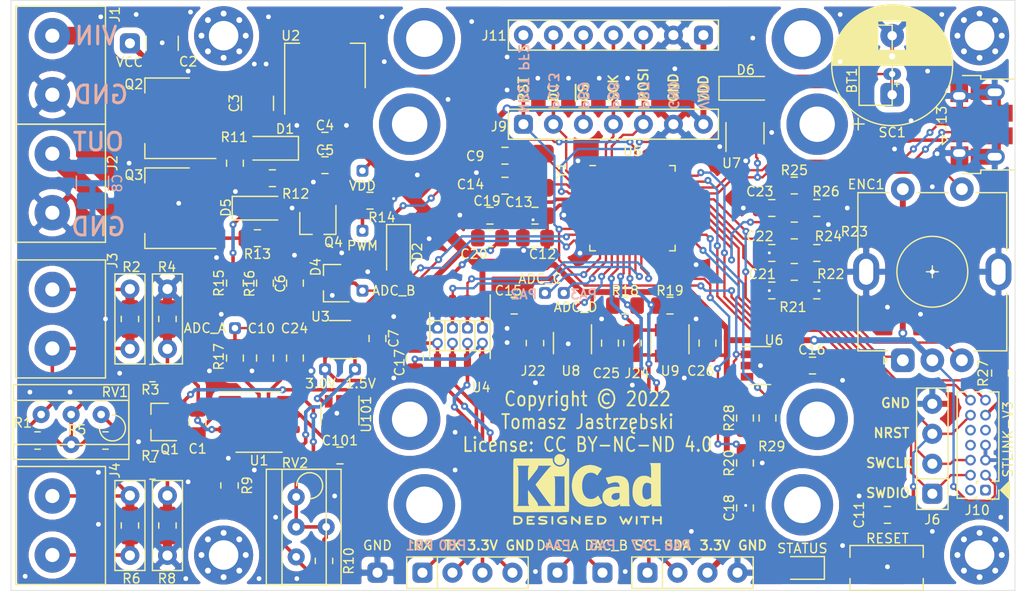
<source format=kicad_pcb>
(kicad_pcb (version 20171130) (host pcbnew "(5.1.6)-1")
  (layers (0 F.Cu signal) (31 B.Cu signal) (34 B.Paste user hide) (35 F.Paste user hide) (36 B.SilkS user) (37 F.SilkS user) (38 B.Mask user hide) (39 F.Mask user hide) (44 Edge.Cuts user))
  (net 0 "")
  (net 1 GND)
  (net 2 /BTN)
  (net 3 /LED)
  (net 4 "Net-(ENC1-PadS2)")
  (net 5 "Net-(ENC1-PadB)")
  (net 6 "Net-(ENC1-PadA)")
  (net 7 "Net-(D1-Pad2)")
  (net 8 /NRST)
  (net 9 /SCK)
  (net 10 /MOSI)
  (net 11 /SWDIO)
  (net 12 /SWCLK)
  (net 13 "Net-(D5-Pad2)")
  (net 14 "Net-(J1-Pad1)")
  (net 15 "Net-(Q4-Pad3)")
  (net 16 "Net-(D3-Pad2)")
  (net 17 /DC)
  (net 18 /PWM)
  (net 19 "Net-(C1-Pad1)")
  (net 20 "Net-(C1-Pad2)")
  (net 21 "Net-(J3-Pad1)")
  (net 22 "Net-(J3-Pad2)")
  (net 23 "Net-(J4-Pad1)")
  (net 24 "Net-(J4-Pad2)")
  (net 25 "Net-(J10-Pad11)")
  (net 26 "Net-(Q1-Pad2)")
  (net 27 "Net-(R10-Pad1)")
  (net 28 "Net-(R17-Pad2)")
  (net 29 /VCC)
  (net 30 /VDD)
  (net 31 /OUT)
  (net 32 /RCC1)
  (net 33 /RCC2)
  (net 34 /USB_DM)
  (net 35 /USB_DP)
  (net 36 /ENC_A)
  (net 37 /ENC_B)
  (net 38 /RX_B')
  (net 39 /TX_B')
  (net 40 /RX_A)
  (net 41 /RX_B)
  (net 42 /TX_B)
  (net 43 /SCL_B)
  (net 44 /SDA_B)
  (net 45 /SCL_A)
  (net 46 /SDA_A)
  (net 47 /ADC_A)
  (net 48 /GND')
  (net 49 /VDD')
  (net 50 /BAT)
  (net 51 /ADC_B)
  (net 52 "Net-(J19-Pad1)")
  (net 53 "Net-(J21-Pad1)")
  (net 54 "Net-(R9-Pad1)")
  (net 55 "Net-(R10-Pad2)")
  (net 56 /DAC_A)
  (net 57 /DAC_B)
  (net 58 "Net-(D6-Pad2)")
  (net 59 /TX_A)
  (net 60 /1.5V)
  (net 61 /3.0V)
  (net 62 /~CS)
  (net 63 /ADC_C)
  (net 64 /ADC_D)
  (net 65 "Net-(Q1-Pad3)")
  (module Symbol:KiCad-Logo2_5mm_SilkScreen (layer F.Cu) (at 168.805 131.4275)
    (fp_text reference M4 hide)
    (fp_text value KiCad-Logo2_5mm_SilkScreen hide)
  )
  (module Custom:PinHeader_1x04_P2.54mm_Vertical (layer F.Cu) (at 198 128 90)
    (fp_text reference J6 (at -6 0) (layer F.SilkS) (effects (font (size 0.8 0.8) (thickness 0.12))))
    (fp_text value Conn_01x04)
    (pad 4 thru_hole oval (at 3.81 0 180) (size 1.7 1.7) (drill 0.85) (layers *.Cu *.Mask) (net 1 GND))
    (pad 3 thru_hole oval (at 1.27 0 180) (size 1.7 1.7) (drill 0.85) (layers *.Cu *.Mask) (net 8 /NRST))
    (pad 2 thru_hole oval (at -1.27 0 180) (size 1.7 1.7) (drill 0.85) (layers *.Cu *.Mask) (net 12 /SWCLK))
    (pad 1 thru_hole roundrect (at -3.81 0 180) (size 1.7 1.7) (drill 0.85) (layers *.Cu *.Mask) (net 11 /SWDIO))
  )
  (module Custom:PinHeader_1x04_P2.54mm_Vertical (layer F.Cu) (at 158.645 138.5)
    (fp_text reference J8 hide)
    (fp_text value Conn_01x04)
    (pad 4 thru_hole oval (at 3.81 0 90) (size 1.7 1.7) (drill 0.85) (layers *.Cu *.Mask) (net 48 /GND'))
    (pad 3 thru_hole oval (at 1.27 0 90) (size 1.7 1.7) (drill 0.85) (layers *.Cu *.Mask) (net 49 /VDD'))
    (pad 2 thru_hole oval (at -1.27 0 90) (size 1.7 1.7) (drill 0.85) (layers *.Cu *.Mask) (net 39 /TX_B'))
    (pad 1 thru_hole roundrect (at -3.81 0 90) (size 1.7 1.7) (drill 0.85) (layers *.Cu *.Mask) (net 38 /RX_B'))
  )
  (module Custom:PinHeader_1x04_P2.54mm_Vertical (layer F.Cu) (at 177.695 138.5)
    (fp_text reference J12 hide)
    (fp_text value Conn_01x04)
    (pad 4 thru_hole oval (at 3.81 0 90) (size 1.7 1.7) (drill 0.85) (layers *.Cu *.Mask) (net 1 GND))
    (pad 3 thru_hole oval (at 1.27 0 90) (size 1.7 1.7) (drill 0.85) (layers *.Cu *.Mask) (net 30 /VDD))
    (pad 2 thru_hole oval (at -1.27 0 90) (size 1.7 1.7) (drill 0.85) (layers *.Cu *.Mask) (net 44 /SDA_B))
    (pad 1 thru_hole roundrect (at -3.81 0 90) (size 1.7 1.7) (drill 0.85) (layers *.Cu *.Mask) (net 43 /SCL_B))
  )
  (module Custom:USB_Micro-B_Amphenol_10103594-0001LF_Horizontal (layer F.Cu) (at 202.165 100.5 90)
    (fp_text reference J13 (at 0.5 -3.365 90) (layer F.SilkS) (effects (font (size 0.8 0.8) (thickness 0.12))))
    (fp_text value "Micro-USB B")
    (pad 6 smd rect (at 0.935 1.385 180) (size 2.5 1.43) (layers F.Cu F.Paste F.Mask) (net 1 GND))
    (pad 6 smd rect (at -0.985 1.385 180) (size 2.5 1.43) (layers F.Cu F.Paste F.Mask) (net 1 GND))
    (pad 6 thru_hole oval (at 2.705 1.115 180) (size 1.7 1.35) (drill oval 1.2 0.65) (layers *.Cu *.Mask) (net 1 GND))
    (pad 6 thru_hole oval (at -2.755 1.115 180) (size 1.7 1.35) (drill oval 1.2 0.65) (layers *.Cu *.Mask) (net 1 GND))
    (pad 6 thru_hole oval (at 2.395 -1.885 180) (size 1.5 1.1) (drill oval 1.05 0.65) (layers *.Cu *.Mask) (net 1 GND))
    (pad 6 thru_hole oval (at -2.445 -1.885 180) (size 1.5 1.1) (drill oval 1.05 0.65) (layers *.Cu *.Mask) (net 1 GND))
    (pad 5 smd rect (at 1.275 -1.765 180) (size 1.65 0.4) (layers F.Cu F.Paste F.Mask) (net 1 GND))
    (pad 4 smd rect (at 0.625 -1.765 180) (size 1.65 0.4) (layers F.Cu F.Paste F.Mask))
    (pad 3 smd rect (at -0.025 -1.765 180) (size 1.65 0.4) (layers F.Cu F.Paste F.Mask) (net 35 /USB_DP))
    (pad 2 smd rect (at -0.675 -1.765 180) (size 1.65 0.4) (layers F.Cu F.Paste F.Mask) (net 34 /USB_DM))
    (pad 1 smd rect (at -1.325 -1.765 180) (size 1.65 0.4) (layers F.Cu F.Paste F.Mask) (net 58 "Net-(D6-Pad2)"))
    (pad 6 smd rect (at 2.875 -1.885 90) (size 2 1.5) (layers F.Cu F.Paste F.Mask) (net 1 GND))
    (pad 6 smd rect (at -2.875 -1.865 90) (size 2 1.5) (layers F.Cu F.Paste F.Mask) (net 1 GND))
    (pad 6 smd rect (at 2.975 -0.565 90) (size 1.825 0.7) (layers F.Cu F.Paste F.Mask) (net 1 GND))
    (pad 6 smd rect (at -2.975 -0.565 90) (size 1.825 0.7) (layers F.Cu F.Paste F.Mask) (net 1 GND))
    (pad 6 smd rect (at -2.755 0.185 90) (size 1.35 2) (layers F.Cu F.Paste F.Mask) (net 1 GND))
    (pad 6 smd rect (at 2.725 0.185 90) (size 1.35 2) (layers F.Cu F.Paste F.Mask) (net 1 GND))
  )
  (module Custom:WaveShare_18179 (layer F.Cu) (at 171 113)
    (fp_text reference J9 (at -9.7 -12.3) (layer F.SilkS) (effects (font (size 0.8 0.8) (thickness 0.12))))
    (fp_text value "Waveshare 18179")
    (pad 7 thru_hole circle (at 7.62 -12.5) (size 1.6 1.6) (drill 0.85) (layers *.Cu *.Mask) (net 30 /VDD))
    (pad 6 thru_hole circle (at 5.08 -12.5) (size 1.6 1.6) (drill 0.85) (layers *.Cu *.Mask) (net 1 GND))
    (pad 5 thru_hole circle (at 2.54 -12.5) (size 1.6 1.6) (drill 0.85) (layers *.Cu *.Mask) (net 10 /MOSI))
    (pad 1 thru_hole roundrect (at -7.62 -12.5) (size 1.6 1.6) (drill 0.85) (layers *.Cu *.Mask) (net 8 /NRST))
    (pad 2 thru_hole circle (at -5.08 -12.5) (size 1.6 1.6) (drill 0.85) (layers *.Cu *.Mask) (net 17 /DC))
    (pad 3 thru_hole circle (at -2.54 -12.5) (size 1.6 1.6) (drill 0.85) (layers *.Cu *.Mask) (net 62 /~CS))
    (pad 4 thru_hole circle (at 0 -12.5) (size 1.6 1.6) (drill 0.85) (layers *.Cu *.Mask) (net 9 /SCK))
    (pad MP thru_hole circle (at 17.25 12.5) (size 5.2 5.2) (drill 3) (layers *.Cu *.Mask))
    (pad MP thru_hole circle (at -17.25 12.5) (size 5.2 5.2) (drill 3) (layers *.Cu *.Mask))
    (pad MP thru_hole circle (at 17.25 -12.5) (size 5.2 5.2) (drill 3) (layers *.Cu *.Mask))
    (pad MP thru_hole circle (at -17.25 -12.5) (size 5.2 5.2) (drill 3) (layers *.Cu *.Mask))
  )
  (module Custom:WaveShare_14747_13992 (layer F.Cu) (at 171 113 270)
    (fp_text reference J11 (at -20 10.1) (layer F.SilkS) (effects (font (size 0.8 0.8) (thickness 0.12))))
    (fp_text value "Waveshare 14747")
    (pad 7 thru_hole circle (at -20.05 7.62 270) (size 1.6 1.6) (drill 0.85) (layers *.Cu *.Mask) (net 8 /NRST))
    (pad 6 thru_hole circle (at -20.05 5.08 270) (size 1.6 1.6) (drill 0.85) (layers *.Cu *.Mask) (net 17 /DC))
    (pad 1 thru_hole roundrect (at -20.05 -7.62 270) (size 1.6 1.6) (drill 0.85) (layers *.Cu *.Mask) (net 30 /VDD))
    (pad 2 thru_hole circle (at -20.05 -5.08 270) (size 1.6 1.6) (drill 0.85) (layers *.Cu *.Mask) (net 1 GND))
    (pad 3 thru_hole circle (at -20.05 -2.54 270) (size 1.6 1.6) (drill 0.85) (layers *.Cu *.Mask) (net 10 /MOSI))
    (pad 4 thru_hole circle (at -20.05 0 270) (size 1.6 1.6) (drill 0.85) (layers *.Cu *.Mask) (net 9 /SCK))
    (pad 5 thru_hole circle (at -20.05 2.54 270) (size 1.6 1.6) (drill 0.85) (layers *.Cu *.Mask) (net 62 /~CS))
    (pad MP thru_hole circle (at 19.75 16 270) (size 5.2 5.2) (drill 3.1) (layers *.Cu *.Mask))
    (pad MP thru_hole circle (at -19.75 16 270) (size 5.2 5.2) (drill 3.1) (layers *.Cu *.Mask))
    (pad MP thru_hole circle (at 19.75 -16 270) (size 5.2 5.2) (drill 3.1) (layers *.Cu *.Mask))
    (pad MP thru_hole circle (at -19.75 -16 270) (size 5.2 5.2) (drill 3.1) (layers *.Cu *.Mask))
  )
  (module Custom:R_0805_2012Metric_Jumper2.54 (layer F.Cu) (at 130.07 117 270)
    (fp_text reference R2 (at -4.4 -0.13 180) (layer F.SilkS) (effects (font (size 0.8 0.8) (thickness 0.12))))
    (fp_text value 0R)
    (pad 2 smd custom (at 1 0 270) (size 1.2 1.4) (layers F.Cu F.Paste F.Mask) (net 22 "Net-(J3-Pad2)") (options (clearance outline) (anchor circle)) (primitives (gr_poly (pts (xy -0.5682 0.508) (xy -1.0762 0.508) (xy -0.5682 0)) (width 0.1)) (gr_poly (pts (xy -0.5682 0) (xy -1.0762 -0.508) (xy -0.5682 -0.508)) (width 0.1)) (gr_line (start 0 -0.625) (end 0 0.625) (width 0.1)) (gr_poly (pts (xy 0.397 0.508) (xy -0.365 0.508) (xy -0.365 -0.508) (xy 0.397 -0.508)) (width 0.4)) (gr_poly (pts (xy 1.159 0.381) (xy 0.524 0.381) (xy 0.524 -0.381) (xy 1.159 -0.381)) (width 0))))
    (pad 1 smd custom (at -1 0 270) (size 1.2 1.4) (layers F.Cu F.Paste F.Mask) (net 21 "Net-(J3-Pad1)") (options (clearance outline) (anchor circle)) (primitives (gr_poly (pts (xy -0.524 0.381) (xy -1.159 0.381) (xy -1.159 -0.381) (xy -0.524 -0.381)) (width 0)) (gr_poly (pts (xy 1.0254 0) (xy 0.5174 0.508) (xy 0.5174 -0.508)) (width 0.1)) (gr_line (start 0 0.625) (end 0 -0.625) (width 0.1)) (gr_poly (pts (xy 0.365 0.508) (xy -0.397 0.508) (xy -0.397 -0.508) (xy 0.365 -0.508)) (width 0.4))))
    (pad 1 thru_hole circle (at -2.54 0 270) (size 1.6 1.6) (drill 0.85) (layers *.Cu *.Mask) (net 21 "Net-(J3-Pad1)"))
    (pad 2 thru_hole circle (at 2.54 0 270) (size 1.6 1.6) (drill 0.85) (layers *.Cu *.Mask) (net 22 "Net-(J3-Pad2)"))
  )
  (module Custom:R_0805_2012Metric_Jumper2.54 (layer F.Cu) (at 133.245 117 90)
    (fp_text reference R4 (at 4.4 -0.045 180) (layer F.SilkS) (effects (font (size 0.8 0.8) (thickness 0.12))))
    (fp_text value 10k)
    (pad 2 smd custom (at 1 0 90) (size 1.2 1.4) (layers F.Cu F.Paste F.Mask) (net 1 GND) (options (clearance outline) (anchor circle)) (primitives (gr_poly (pts (xy -0.5682 0.508) (xy -1.0762 0.508) (xy -0.5682 0)) (width 0.1)) (gr_poly (pts (xy -0.5682 0) (xy -1.0762 -0.508) (xy -0.5682 -0.508)) (width 0.1)) (gr_line (start 0 -0.625) (end 0 0.625) (width 0.1)) (gr_poly (pts (xy 0.397 0.508) (xy -0.365 0.508) (xy -0.365 -0.508) (xy 0.397 -0.508)) (width 0.4)) (gr_poly (pts (xy 1.159 0.381) (xy 0.524 0.381) (xy 0.524 -0.381) (xy 1.159 -0.381)) (width 0))))
    (pad 1 smd custom (at -1 0 90) (size 1.2 1.4) (layers F.Cu F.Paste F.Mask) (net 19 "Net-(C1-Pad1)") (options (clearance outline) (anchor circle)) (primitives (gr_poly (pts (xy -0.524 0.381) (xy -1.159 0.381) (xy -1.159 -0.381) (xy -0.524 -0.381)) (width 0)) (gr_poly (pts (xy 1.0254 0) (xy 0.5174 0.508) (xy 0.5174 -0.508)) (width 0.1)) (gr_line (start 0 0.625) (end 0 -0.625) (width 0.1)) (gr_poly (pts (xy 0.365 0.508) (xy -0.397 0.508) (xy -0.397 -0.508) (xy 0.365 -0.508)) (width 0.4))))
    (pad 1 thru_hole circle (at -2.54 0 90) (size 1.6 1.6) (drill 0.85) (layers *.Cu *.Mask) (net 19 "Net-(C1-Pad1)"))
    (pad 2 thru_hole circle (at 2.54 0 90) (size 1.6 1.6) (drill 0.85) (layers *.Cu *.Mask) (net 1 GND))
  )
  (module Custom:R_0805_2012Metric_Jumper2.54 (layer F.Cu) (at 130.07 134.5 90)
    (fp_text reference R6 (at -4.5 0.13 180) (layer F.SilkS) (effects (font (size 0.8 0.8) (thickness 0.12))))
    (fp_text value X)
    (pad 2 smd custom (at 1 0 90) (size 1.2 1.4) (layers F.Cu F.Paste F.Mask) (net 23 "Net-(J4-Pad1)") (options (clearance outline) (anchor circle)) (primitives (gr_poly (pts (xy -0.5682 0.508) (xy -1.0762 0.508) (xy -0.5682 0)) (width 0.1)) (gr_poly (pts (xy -0.5682 0) (xy -1.0762 -0.508) (xy -0.5682 -0.508)) (width 0.1)) (gr_line (start 0 -0.625) (end 0 0.625) (width 0.1)) (gr_poly (pts (xy 0.397 0.508) (xy -0.365 0.508) (xy -0.365 -0.508) (xy 0.397 -0.508)) (width 0.4)) (gr_poly (pts (xy 1.159 0.381) (xy 0.524 0.381) (xy 0.524 -0.381) (xy 1.159 -0.381)) (width 0))))
    (pad 1 smd custom (at -1 0 90) (size 1.2 1.4) (layers F.Cu F.Paste F.Mask) (net 24 "Net-(J4-Pad2)") (options (clearance outline) (anchor circle)) (primitives (gr_poly (pts (xy -0.524 0.381) (xy -1.159 0.381) (xy -1.159 -0.381) (xy -0.524 -0.381)) (width 0)) (gr_poly (pts (xy 1.0254 0) (xy 0.5174 0.508) (xy 0.5174 -0.508)) (width 0.1)) (gr_line (start 0 0.625) (end 0 -0.625) (width 0.1)) (gr_poly (pts (xy 0.365 0.508) (xy -0.397 0.508) (xy -0.397 -0.508) (xy 0.365 -0.508)) (width 0.4))))
    (pad 1 thru_hole circle (at -2.54 0 90) (size 1.6 1.6) (drill 0.85) (layers *.Cu *.Mask) (net 24 "Net-(J4-Pad2)"))
    (pad 2 thru_hole circle (at 2.54 0 90) (size 1.6 1.6) (drill 0.85) (layers *.Cu *.Mask) (net 23 "Net-(J4-Pad1)"))
  )
  (module Custom:R_0805_2012Metric_Jumper2.54 (layer F.Cu) (at 133.245 134.5 270)
    (fp_text reference R8 (at 4.5 0.045 180) (layer F.SilkS) (effects (font (size 0.8 0.8) (thickness 0.12))))
    (fp_text value 330R)
    (pad 2 smd custom (at 1 0 270) (size 1.2 1.4) (layers F.Cu F.Paste F.Mask) (net 1 GND) (options (clearance outline) (anchor circle)) (primitives (gr_poly (pts (xy -0.5682 0.508) (xy -1.0762 0.508) (xy -0.5682 0)) (width 0.1)) (gr_poly (pts (xy -0.5682 0) (xy -1.0762 -0.508) (xy -0.5682 -0.508)) (width 0.1)) (gr_line (start 0 -0.625) (end 0 0.625) (width 0.1)) (gr_poly (pts (xy 0.397 0.508) (xy -0.365 0.508) (xy -0.365 -0.508) (xy 0.397 -0.508)) (width 0.4)) (gr_poly (pts (xy 1.159 0.381) (xy 0.524 0.381) (xy 0.524 -0.381) (xy 1.159 -0.381)) (width 0))))
    (pad 1 smd custom (at -1 0 270) (size 1.2 1.4) (layers F.Cu F.Paste F.Mask) (net 20 "Net-(C1-Pad2)") (options (clearance outline) (anchor circle)) (primitives (gr_poly (pts (xy -0.524 0.381) (xy -1.159 0.381) (xy -1.159 -0.381) (xy -0.524 -0.381)) (width 0)) (gr_poly (pts (xy 1.0254 0) (xy 0.5174 0.508) (xy 0.5174 -0.508)) (width 0.1)) (gr_line (start 0 0.625) (end 0 -0.625) (width 0.1)) (gr_poly (pts (xy 0.365 0.508) (xy -0.397 0.508) (xy -0.397 -0.508) (xy 0.365 -0.508)) (width 0.4))))
    (pad 1 thru_hole circle (at -2.54 0 270) (size 1.6 1.6) (drill 0.85) (layers *.Cu *.Mask) (net 20 "Net-(C1-Pad2)"))
    (pad 2 thru_hole circle (at 2.54 0 270) (size 1.6 1.6) (drill 0.85) (layers *.Cu *.Mask) (net 1 GND))
  )
  (module Custom:Bourns_3296WXYZ (layer F.Cu) (at 125.095 125.095 180)
    (fp_text reference RV1 (at -3.705 1.895) (layer F.SilkS) (effects (font (size 0.8 0.8) (thickness 0.12))))
    (fp_text value X)
    (pad 1 thru_hole circle (at -2.54 0) (size 1.44 1.44) (drill 0.65) (layers *.Cu *.Mask) (net 23 "Net-(J4-Pad1)"))
    (pad 2 thru_hole circle (at 0 0) (size 1.44 1.44) (drill 0.65) (layers *.Cu *.Mask) (net 26 "Net-(Q1-Pad2)"))
    (pad 3 thru_hole circle (at 2.54 0) (size 1.44 1.44) (drill 0.65) (layers *.Cu *.Mask) (net 22 "Net-(J3-Pad2)"))
    (pad 2 thru_hole circle (at 0 -2.54) (size 1.44 1.44) (drill 0.65) (layers *.Cu *.Mask) (net 26 "Net-(Q1-Pad2)"))
  )
  (module Custom:Bourns_3296WXYZ (layer F.Cu) (at 144.145 134.62 270)
    (fp_text reference RV2 (at -5.42 0.105 180) (layer F.SilkS) (effects (font (size 0.8 0.8) (thickness 0.12))))
    (fp_text value X)
    (pad 1 thru_hole circle (at -2.54 0 90) (size 1.44 1.44) (drill 0.65) (layers *.Cu *.Mask) (net 55 "Net-(R10-Pad2)"))
    (pad 2 thru_hole circle (at 0 0 90) (size 1.44 1.44) (drill 0.65) (layers *.Cu *.Mask) (net 55 "Net-(R10-Pad2)"))
    (pad 3 thru_hole circle (at 2.54 0 90) (size 1.44 1.44) (drill 0.65) (layers *.Cu *.Mask) (net 27 "Net-(R10-Pad1)"))
    (pad 2 thru_hole circle (at 0 -2.54 90) (size 1.44 1.44) (drill 0.65) (layers *.Cu *.Mask) (net 55 "Net-(R10-Pad2)"))
  )
  (module Custom:Degson_DG301-5.0-2 (layer F.Cu) (at 123.5 95.5 270)
    (fp_text reference J1 (at -4.3 -5.3 90) (layer F.SilkS) (effects (font (size 0.8 0.8) (thickness 0.12))))
    (fp_text value "+ 30V max" hide)
    (pad 1 thru_hole circle (at -2.5 0 270) (size 3 3) (drill 1.2) (layers *.Cu *.Mask) (net 14 "Net-(J1-Pad1)"))
    (pad 2 thru_hole circle (at 2.5 0 270) (size 3 3) (drill 1.2) (layers *.Cu *.Mask) (net 1 GND))
  )
  (module Custom:Degson_DG301-5.0-2 (layer F.Cu) (at 123.5 117 270)
    (fp_text reference J3 (at -4.94 -5.1 270) (layer F.SilkS) (effects (font (size 0.8 0.8) (thickness 0.12))))
    (fp_text value Jumper-2B-Open hide)
    (pad 1 thru_hole circle (at -2.5 0 270) (size 3 3) (drill 1.2) (layers *.Cu *.Mask) (net 21 "Net-(J3-Pad1)"))
    (pad 2 thru_hole circle (at 2.5 0 270) (size 3 3) (drill 1.2) (layers *.Cu *.Mask) (net 22 "Net-(J3-Pad2)"))
  )
  (module Custom:Degson_DG301-5.0-2 (layer F.Cu) (at 123.5 105.5 270)
    (fp_text reference J2 (at -1.7 -5.1 90) (layer F.SilkS) (effects (font (size 0.8 0.8) (thickness 0.12))))
    (fp_text value VOut hide)
    (pad 1 thru_hole circle (at -2.5 0 270) (size 3 3) (drill 1.2) (layers *.Cu *.Mask) (net 31 /OUT))
    (pad 2 thru_hole circle (at 2.5 0 270) (size 3 3) (drill 1.2) (layers *.Cu *.Mask) (net 1 GND))
  )
  (module Custom:Degson_DG301-5.0-2 (layer F.Cu) (at 123.5 134.5 270)
    (fp_text reference J4 (at -4.66 -5.3 270) (layer F.SilkS) (effects (font (size 0.8 0.8) (thickness 0.12))))
    (fp_text value Jumper-2B-Open hide)
    (pad 1 thru_hole circle (at -2.5 0 270) (size 3 3) (drill 1.2) (layers *.Cu *.Mask) (net 23 "Net-(J4-Pad1)"))
    (pad 2 thru_hole circle (at 2.5 0 270) (size 3 3) (drill 1.2) (layers *.Cu *.Mask) (net 24 "Net-(J4-Pad2)"))
  )
  (module Diode_SMD:D_SOD-123F (layer F.Cu) (at 142.135 102.535 180)
    (fp_text reference D1 (at -1.065 1.635) (layer F.SilkS) (effects (font (size 0.8 0.8) (thickness 0.12))))
    (fp_text value 10V)
    (pad 1 smd rect (at -1.4 0 180) (size 1.1 1.1) (layers F.Cu F.Paste F.Mask) (net 29 /VCC))
    (pad 2 smd rect (at 1.4 0 180) (size 1.1 1.1) (layers F.Cu F.Paste F.Mask) (net 7 "Net-(D1-Pad2)"))
  )
  (module Diode_SMD:D_0805_2012Metric_Pad1.15x1.40mm_HandSolder (layer F.Cu) (at 187 138.095 180)
    (fp_text reference D3 hide)
    (fp_text value STATUS (at 0 1.65) (layer F.SilkS) (effects (font (size 0.8 0.8) (thickness 0.12))))
    (pad 1 smd roundrect (at -1.025 0 180) (size 1.15 1.4) (layers F.Cu F.Paste F.Mask) (roundrect_rratio 0.217391) (net 1 GND))
    (pad 2 smd roundrect (at 1.025 0 180) (size 1.15 1.4) (layers F.Cu F.Paste F.Mask) (roundrect_rratio 0.217391) (net 16 "Net-(D3-Pad2)"))
  )
  (module Package_TO_SOT_SMD:SOT-23 (layer F.Cu) (at 147.215 113.965 180)
    (fp_text reference D4 (at 1.415 1.365 90) (layer F.SilkS) (effects (font (size 0.8 0.8) (thickness 0.12))))
    (fp_text value BAS40-04)
    (pad 1 smd rect (at -1 -0.95 180) (size 0.9 0.8) (layers F.Cu F.Paste F.Mask) (net 1 GND))
    (pad 2 smd rect (at -1 0.95 180) (size 0.9 0.8) (layers F.Cu F.Paste F.Mask) (net 30 /VDD))
    (pad 3 smd rect (at 1 0 180) (size 0.9 0.8) (layers F.Cu F.Paste F.Mask) (net 51 /ADC_B))
  )
  (module Diode_SMD:D_SOD-123F (layer F.Cu) (at 140.93 107.615)
    (fp_text reference D5 (at -2.73 -0.05 270) (layer F.SilkS) (effects (font (size 0.8 0.8) (thickness 0.12))))
    (fp_text value 10V)
    (pad 2 smd rect (at 1.4 0) (size 1.1 1.1) (layers F.Cu F.Paste F.Mask) (net 13 "Net-(D5-Pad2)"))
    (pad 1 smd rect (at -1.4 0) (size 1.1 1.1) (layers F.Cu F.Paste F.Mask) (net 29 /VCC))
  )
  (module Package_TO_SOT_SMD:SOT-223-3_TabPin2 (layer F.Cu) (at 133.245 99.995 180)
    (fp_text reference Q2 (at 2.845 2.88) (layer F.SilkS) (effects (font (size 0.8 0.8) (thickness 0.12))))
    (fp_text value ZXMP4A16GTA)
    (pad 2 smd rect (at 3.15 0 180) (size 2 3.8) (layers F.Cu F.Paste F.Mask) (net 14 "Net-(J1-Pad1)"))
    (pad 2 smd rect (at -3.15 0 180) (size 2 1.5) (layers F.Cu F.Paste F.Mask) (net 14 "Net-(J1-Pad1)"))
    (pad 3 smd rect (at -3.15 2.3 180) (size 2 1.5) (layers F.Cu F.Paste F.Mask) (net 29 /VCC))
    (pad 1 smd rect (at -3.15 -2.3 180) (size 2 1.5) (layers F.Cu F.Paste F.Mask) (net 7 "Net-(D1-Pad2)"))
  )
  (module Package_TO_SOT_SMD:SOT-223-3_TabPin2 (layer F.Cu) (at 133.245 107.615 180)
    (fp_text reference Q3 (at 2.845 2.815 180) (layer F.SilkS) (effects (font (size 0.8 0.8) (thickness 0.12))))
    (fp_text value ZXMP4A16GTA)
    (pad 1 smd rect (at -3.15 -2.3 180) (size 2 1.5) (layers F.Cu F.Paste F.Mask) (net 13 "Net-(D5-Pad2)"))
    (pad 3 smd rect (at -3.15 2.3 180) (size 2 1.5) (layers F.Cu F.Paste F.Mask) (net 29 /VCC))
    (pad 2 smd rect (at -3.15 0 180) (size 2 1.5) (layers F.Cu F.Paste F.Mask) (net 31 /OUT))
    (pad 2 smd rect (at 3.15 0 180) (size 2 3.8) (layers F.Cu F.Paste F.Mask) (net 31 /OUT))
  )
  (module Package_TO_SOT_SMD:SOT-23 (layer F.Cu) (at 132.61 125.73 180)
    (fp_text reference Q1 (at -0.825 -2.315) (layer F.SilkS) (effects (font (size 0.8 0.8) (thickness 0.12))))
    (fp_text value SI2343CDS-T1-GE3)
    (pad 1 smd rect (at -1 -0.95 180) (size 0.9 0.8) (layers F.Cu F.Paste F.Mask) (net 1 GND))
    (pad 2 smd rect (at -1 0.95 180) (size 0.9 0.8) (layers F.Cu F.Paste F.Mask) (net 26 "Net-(Q1-Pad2)"))
    (pad 3 smd rect (at 1 0 180) (size 0.9 0.8) (layers F.Cu F.Paste F.Mask) (net 65 "Net-(Q1-Pad3)"))
  )
  (module Package_TO_SOT_SMD:TSOT-23 (layer F.Cu) (at 146 108.885 270)
    (fp_text reference Q4 (at 1.615 -1.3) (layer F.SilkS) (effects (font (size 0.8 0.8) (thickness 0.12))))
    (fp_text value BSS123)
    (pad 1 smd rect (at -1.31 -0.95 270) (size 1.22 0.65) (layers F.Cu F.Paste F.Mask) (net 18 /PWM))
    (pad 2 smd rect (at -1.31 0.95 270) (size 1.22 0.65) (layers F.Cu F.Paste F.Mask) (net 1 GND))
    (pad 3 smd rect (at 1.31 0 270) (size 1.22 0.65) (layers F.Cu F.Paste F.Mask) (net 15 "Net-(Q4-Pad3)"))
  )
  (module Package_TO_SOT_SMD:SOT-223-3_TabPin2 (layer F.Cu) (at 146.58 95.55 90)
    (fp_text reference U2 (at 2.55 -2.9 180) (layer F.SilkS) (effects (font (size 0.8 0.8) (thickness 0.12))))
    (fp_text value 3.3V)
    (pad 2 smd rect (at 3.15 0 90) (size 2 3.8) (layers F.Cu F.Paste F.Mask) (net 1 GND))
    (pad 2 smd rect (at -3.15 0 90) (size 2 1.5) (layers F.Cu F.Paste F.Mask) (net 1 GND))
    (pad 3 smd rect (at -3.15 2.3 90) (size 2 1.5) (layers F.Cu F.Paste F.Mask) (net 30 /VDD))
    (pad 1 smd rect (at -3.15 -2.3 90) (size 2 1.5) (layers F.Cu F.Paste F.Mask) (net 29 /VCC))
  )
  (module Package_TO_SOT_SMD:SOT-23-5 (layer F.Cu) (at 147.85 118.745 180)
    (fp_text reference U3 (at 1.65 1.945) (layer F.SilkS) (effects (font (size 0.8 0.8) (thickness 0.12))))
    (fp_text value REF2030)
    (pad 1 smd rect (at -1.1 -0.95 180) (size 1.06 0.65) (layers F.Cu F.Paste F.Mask) (net 60 /1.5V))
    (pad 2 smd rect (at -1.1 0 180) (size 1.06 0.65) (layers F.Cu F.Paste F.Mask) (net 1 GND))
    (pad 3 smd rect (at -1.1 0.95 180) (size 1.06 0.65) (layers F.Cu F.Paste F.Mask) (net 30 /VDD))
    (pad 4 smd rect (at 1.1 0.95 180) (size 1.06 0.65) (layers F.Cu F.Paste F.Mask) (net 30 /VDD))
    (pad 5 smd rect (at 1.1 -0.95 180) (size 1.06 0.65) (layers F.Cu F.Paste F.Mask) (net 61 /3.0V))
  )
  (module MountingHole:MountingHole_2.5mm_Pad_Via (layer F.Cu) (at 202 93)
    (fp_text reference H1 hide)
    (fp_text value MountingHole)
    (pad 1 thru_hole circle (at 1.325825 -1.325825) (size 0.8 0.8) (drill 0.5) (layers *.Cu *.Mask))
    (pad 1 thru_hole circle (at 0 -1.875) (size 0.8 0.8) (drill 0.5) (layers *.Cu *.Mask))
    (pad 1 thru_hole circle (at -1.325825 -1.325825) (size 0.8 0.8) (drill 0.5) (layers *.Cu *.Mask))
    (pad 1 thru_hole circle (at -1.875 0) (size 0.8 0.8) (drill 0.5) (layers *.Cu *.Mask))
    (pad 1 thru_hole circle (at -1.325825 1.325825) (size 0.8 0.8) (drill 0.5) (layers *.Cu *.Mask))
    (pad 1 thru_hole circle (at 0 1.875) (size 0.8 0.8) (drill 0.5) (layers *.Cu *.Mask))
    (pad 1 thru_hole circle (at 1.325825 1.325825) (size 0.8 0.8) (drill 0.5) (layers *.Cu *.Mask))
    (pad 1 thru_hole circle (at 1.875 0) (size 0.8 0.8) (drill 0.5) (layers *.Cu *.Mask))
    (pad 1 thru_hole circle (at 0 0) (size 5 5) (drill 2.5) (layers *.Cu *.Mask))
  )
  (module MountingHole:MountingHole_2.5mm_Pad_Via (layer F.Cu) (at 202 137)
    (fp_text reference H2 hide)
    (fp_text value MountingHole)
    (pad 1 thru_hole circle (at 0 0) (size 5 5) (drill 2.5) (layers *.Cu *.Mask))
    (pad 1 thru_hole circle (at 1.875 0) (size 0.8 0.8) (drill 0.5) (layers *.Cu *.Mask))
    (pad 1 thru_hole circle (at 1.325825 1.325825) (size 0.8 0.8) (drill 0.5) (layers *.Cu *.Mask))
    (pad 1 thru_hole circle (at 0 1.875) (size 0.8 0.8) (drill 0.5) (layers *.Cu *.Mask))
    (pad 1 thru_hole circle (at -1.325825 1.325825) (size 0.8 0.8) (drill 0.5) (layers *.Cu *.Mask))
    (pad 1 thru_hole circle (at -1.875 0) (size 0.8 0.8) (drill 0.5) (layers *.Cu *.Mask))
    (pad 1 thru_hole circle (at -1.325825 -1.325825) (size 0.8 0.8) (drill 0.5) (layers *.Cu *.Mask))
    (pad 1 thru_hole circle (at 0 -1.875) (size 0.8 0.8) (drill 0.5) (layers *.Cu *.Mask))
    (pad 1 thru_hole circle (at 1.325825 -1.325825) (size 0.8 0.8) (drill 0.5) (layers *.Cu *.Mask))
  )
  (module MountingHole:MountingHole_2.5mm_Pad_Via (layer F.Cu) (at 138 93)
    (fp_text reference H3 hide)
    (fp_text value MountingHole)
    (pad 1 thru_hole circle (at 1.325825 -1.325825) (size 0.8 0.8) (drill 0.5) (layers *.Cu *.Mask))
    (pad 1 thru_hole circle (at 0 -1.875) (size 0.8 0.8) (drill 0.5) (layers *.Cu *.Mask))
    (pad 1 thru_hole circle (at -1.325825 -1.325825) (size 0.8 0.8) (drill 0.5) (layers *.Cu *.Mask))
    (pad 1 thru_hole circle (at -1.875 0) (size 0.8 0.8) (drill 0.5) (layers *.Cu *.Mask))
    (pad 1 thru_hole circle (at -1.325825 1.325825) (size 0.8 0.8) (drill 0.5) (layers *.Cu *.Mask))
    (pad 1 thru_hole circle (at 0 1.875) (size 0.8 0.8) (drill 0.5) (layers *.Cu *.Mask))
    (pad 1 thru_hole circle (at 1.325825 1.325825) (size 0.8 0.8) (drill 0.5) (layers *.Cu *.Mask))
    (pad 1 thru_hole circle (at 1.875 0) (size 0.8 0.8) (drill 0.5) (layers *.Cu *.Mask))
    (pad 1 thru_hole circle (at 0 0) (size 5 5) (drill 2.5) (layers *.Cu *.Mask))
  )
  (module MountingHole:MountingHole_2.5mm_Pad_Via (layer F.Cu) (at 138 137)
    (fp_text reference H4 hide)
    (fp_text value MountingHole)
    (pad 1 thru_hole circle (at 0 0) (size 5 5) (drill 2.5) (layers *.Cu *.Mask))
    (pad 1 thru_hole circle (at 1.875 0) (size 0.8 0.8) (drill 0.5) (layers *.Cu *.Mask))
    (pad 1 thru_hole circle (at 1.325825 1.325825) (size 0.8 0.8) (drill 0.5) (layers *.Cu *.Mask))
    (pad 1 thru_hole circle (at 0 1.875) (size 0.8 0.8) (drill 0.5) (layers *.Cu *.Mask))
    (pad 1 thru_hole circle (at -1.325825 1.325825) (size 0.8 0.8) (drill 0.5) (layers *.Cu *.Mask))
    (pad 1 thru_hole circle (at -1.875 0) (size 0.8 0.8) (drill 0.5) (layers *.Cu *.Mask))
    (pad 1 thru_hole circle (at -1.325825 -1.325825) (size 0.8 0.8) (drill 0.5) (layers *.Cu *.Mask))
    (pad 1 thru_hole circle (at 0 -1.875) (size 0.8 0.8) (drill 0.5) (layers *.Cu *.Mask))
    (pad 1 thru_hole circle (at 1.325825 -1.325825) (size 0.8 0.8) (drill 0.5) (layers *.Cu *.Mask))
  )
  (module Capacitor_SMD:C_0805_2012Metric_Pad1.15x1.40mm_HandSolder (layer F.Cu) (at 135.785 125.73 270)
    (fp_text reference C1 (at 2.27 -0.015 180) (layer F.SilkS) (effects (font (size 0.8 0.8) (thickness 0.12))))
    (fp_text value 10nF)
    (pad 2 smd roundrect (at 1.025 0 270) (size 1.15 1.4) (layers F.Cu F.Paste F.Mask) (roundrect_rratio 0.217391) (net 20 "Net-(C1-Pad2)"))
    (pad 1 smd roundrect (at -1.025 0 270) (size 1.15 1.4) (layers F.Cu F.Paste F.Mask) (roundrect_rratio 0.217391) (net 19 "Net-(C1-Pad1)"))
  )
  (module Capacitor_SMD:C_0805_2012Metric_Pad1.15x1.40mm_HandSolder (layer F.Cu) (at 146.58 101.9 180)
    (fp_text reference C4 (at 0 1.3) (layer F.SilkS) (effects (font (size 0.8 0.8) (thickness 0.12))))
    (fp_text value 10uF)
    (pad 1 smd roundrect (at -1.025 0 180) (size 1.15 1.4) (layers F.Cu F.Paste F.Mask) (roundrect_rratio 0.217391) (net 30 /VDD))
    (pad 2 smd roundrect (at 1.025 0 180) (size 1.15 1.4) (layers F.Cu F.Paste F.Mask) (roundrect_rratio 0.217391) (net 1 GND))
  )
  (module Capacitor_SMD:C_0805_2012Metric_Pad1.15x1.40mm_HandSolder (layer F.Cu) (at 146.58 103.97 180)
    (fp_text reference C5 (at 0 1.27) (layer F.SilkS) (effects (font (size 0.8 0.8) (thickness 0.12))))
    (fp_text value 100nF)
    (pad 1 smd roundrect (at -1.025 0 180) (size 1.15 1.4) (layers F.Cu F.Paste F.Mask) (roundrect_rratio 0.217391) (net 30 /VDD))
    (pad 2 smd roundrect (at 1.025 0 180) (size 1.15 1.4) (layers F.Cu F.Paste F.Mask) (roundrect_rratio 0.217391) (net 1 GND))
  )
  (module Capacitor_SMD:C_0805_2012Metric_Pad1.15x1.40mm_HandSolder (layer F.Cu) (at 144.04 113.965 90)
    (fp_text reference C6 (at -0.035 -1.24 270) (layer F.SilkS) (effects (font (size 0.8 0.8) (thickness 0.12))))
    (fp_text value 1uF)
    (pad 1 smd roundrect (at -1.025 0 90) (size 1.15 1.4) (layers F.Cu F.Paste F.Mask) (roundrect_rratio 0.217391) (net 51 /ADC_B))
    (pad 2 smd roundrect (at 1.025 0 90) (size 1.15 1.4) (layers F.Cu F.Paste F.Mask) (roundrect_rratio 0.217391) (net 1 GND))
  )
  (module Capacitor_SMD:C_0805_2012Metric_Pad1.15x1.40mm_HandSolder (layer F.Cu) (at 151.025 118.655 90)
    (fp_text reference C7 (at 0 1.375 90) (layer F.SilkS) (effects (font (size 0.8 0.8) (thickness 0.12))))
    (fp_text value 100nF)
    (pad 2 smd roundrect (at 1.025 0 90) (size 1.15 1.4) (layers F.Cu F.Paste F.Mask) (roundrect_rratio 0.217391) (net 1 GND))
    (pad 1 smd roundrect (at -1.025 0 90) (size 1.15 1.4) (layers F.Cu F.Paste F.Mask) (roundrect_rratio 0.217391) (net 60 /1.5V))
  )
  (module Capacitor_SMD:C_0805_2012Metric_Pad1.15x1.40mm_HandSolder (layer F.Cu) (at 141.5 120.315 270)
    (fp_text reference C10 (at -2.515 0.3 180) (layer F.SilkS) (effects (font (size 0.8 0.8) (thickness 0.12))))
    (fp_text value 1.5nF)
    (pad 1 smd roundrect (at -1.025 0 270) (size 1.15 1.4) (layers F.Cu F.Paste F.Mask) (roundrect_rratio 0.217391) (net 47 /ADC_A))
    (pad 2 smd roundrect (at 1.025 0 270) (size 1.15 1.4) (layers F.Cu F.Paste F.Mask) (roundrect_rratio 0.217391) (net 1 GND))
  )
  (module Capacitor_SMD:C_0805_2012Metric_Pad1.15x1.40mm_HandSolder (layer F.Cu) (at 194.2 133.6)
    (fp_text reference C11 (at -2.4 0 90) (layer F.SilkS) (effects (font (size 0.8 0.8) (thickness 0.12))))
    (fp_text value 100nF)
    (pad 2 smd roundrect (at 1.025 0) (size 1.15 1.4) (layers F.Cu F.Paste F.Mask) (roundrect_rratio 0.217391) (net 8 /NRST))
    (pad 1 smd roundrect (at -1.025 0) (size 1.15 1.4) (layers F.Cu F.Paste F.Mask) (roundrect_rratio 0.217391) (net 1 GND))
  )
  (module Capacitor_SMD:C_0805_2012Metric_Pad1.15x1.40mm_HandSolder (layer F.Cu) (at 164.36 108.25)
    (fp_text reference C13 (at -1.36 -1.15) (layer F.SilkS) (effects (font (size 0.8 0.8) (thickness 0.12))))
    (fp_text value 100nF)
    (pad 2 smd roundrect (at 1.025 0) (size 1.15 1.4) (layers F.Cu F.Paste F.Mask) (roundrect_rratio 0.217391) (net 30 /VDD))
    (pad 1 smd roundrect (at -1.025 0) (size 1.15 1.4) (layers F.Cu F.Paste F.Mask) (roundrect_rratio 0.217391) (net 1 GND))
  )
  (module Capacitor_SMD:C_0805_2012Metric_Pad1.15x1.40mm_HandSolder (layer F.Cu) (at 164.36 110.155)
    (fp_text reference C12 (at 0.64 1.345) (layer F.SilkS) (effects (font (size 0.8 0.8) (thickness 0.12))))
    (fp_text value 4.7uF)
    (pad 1 smd roundrect (at -1.025 0) (size 1.15 1.4) (layers F.Cu F.Paste F.Mask) (roundrect_rratio 0.217391) (net 1 GND))
    (pad 2 smd roundrect (at 1.025 0) (size 1.15 1.4) (layers F.Cu F.Paste F.Mask) (roundrect_rratio 0.217391) (net 30 /VDD))
  )
  (module Capacitor_SMD:C_0805_2012Metric_Pad1.15x1.40mm_HandSolder (layer F.Cu) (at 184.41 114.585 180)
    (fp_text reference C21 (at 0.81 1.385) (layer F.SilkS) (effects (font (size 0.8 0.8) (thickness 0.12))))
    (fp_text value 10nF)
    (pad 2 smd roundrect (at 1.025 0 180) (size 1.15 1.4) (layers F.Cu F.Paste F.Mask) (roundrect_rratio 0.217391) (net 1 GND))
    (pad 1 smd roundrect (at -1.025 0 180) (size 1.15 1.4) (layers F.Cu F.Paste F.Mask) (roundrect_rratio 0.217391) (net 36 /ENC_A))
  )
  (module Capacitor_SMD:C_0805_2012Metric_Pad1.15x1.40mm_HandSolder (layer F.Cu) (at 184.41 111.41 180)
    (fp_text reference C22 (at 1.01 1.41) (layer F.SilkS) (effects (font (size 0.8 0.8) (thickness 0.12))))
    (fp_text value 10nF)
    (pad 2 smd roundrect (at 1.025 0 180) (size 1.15 1.4) (layers F.Cu F.Paste F.Mask) (roundrect_rratio 0.217391) (net 1 GND))
    (pad 1 smd roundrect (at -1.025 0 180) (size 1.15 1.4) (layers F.Cu F.Paste F.Mask) (roundrect_rratio 0.217391) (net 37 /ENC_B))
  )
  (module Capacitor_SMD:C_0805_2012Metric_Pad1.15x1.40mm_HandSolder (layer F.Cu) (at 184.41 107.6 180)
    (fp_text reference C23 (at 1.01 1.4) (layer F.SilkS) (effects (font (size 0.8 0.8) (thickness 0.12))))
    (fp_text value 10nF)
    (pad 1 smd roundrect (at -1.025 0 180) (size 1.15 1.4) (layers F.Cu F.Paste F.Mask) (roundrect_rratio 0.217391) (net 2 /BTN))
    (pad 2 smd roundrect (at 1.025 0 180) (size 1.15 1.4) (layers F.Cu F.Paste F.Mask) (roundrect_rratio 0.217391) (net 1 GND))
  )
  (module Resistor_SMD:R_0805_2012Metric_Pad1.15x1.40mm_HandSolder (layer F.Cu) (at 138.96 103.805 90)
    (fp_text reference R11 (at 2.205 -0.06 180) (layer F.SilkS) (effects (font (size 0.8 0.8) (thickness 0.12))))
    (fp_text value 100k)
    (pad 1 smd roundrect (at -1.025 0 90) (size 1.15 1.4) (layers F.Cu F.Paste F.Mask) (roundrect_rratio 0.217391) (net 1 GND))
    (pad 2 smd roundrect (at 1.025 0 90) (size 1.15 1.4) (layers F.Cu F.Paste F.Mask) (roundrect_rratio 0.217391) (net 7 "Net-(D1-Pad2)"))
  )
  (module Resistor_SMD:R_0805_2012Metric_Pad1.15x1.40mm_HandSolder (layer F.Cu) (at 142.135 105.075 180)
    (fp_text reference R12 (at -1.965 -1.325) (layer F.SilkS) (effects (font (size 0.8 0.8) (thickness 0.12))))
    (fp_text value 10k)
    (pad 1 smd roundrect (at -1.025 0 180) (size 1.15 1.4) (layers F.Cu F.Paste F.Mask) (roundrect_rratio 0.217391) (net 13 "Net-(D5-Pad2)"))
    (pad 2 smd roundrect (at 1.025 0 180) (size 1.15 1.4) (layers F.Cu F.Paste F.Mask) (roundrect_rratio 0.217391) (net 29 /VCC))
  )
  (module Resistor_SMD:R_0805_2012Metric_Pad1.15x1.40mm_HandSolder (layer F.Cu) (at 140.865 110.155)
    (fp_text reference R13 (at 0 1.345) (layer F.SilkS) (effects (font (size 0.8 0.8) (thickness 0.12))))
    (fp_text value 10k)
    (pad 1 smd roundrect (at -1.025 0) (size 1.15 1.4) (layers F.Cu F.Paste F.Mask) (roundrect_rratio 0.217391) (net 13 "Net-(D5-Pad2)"))
    (pad 2 smd roundrect (at 1.025 0) (size 1.15 1.4) (layers F.Cu F.Paste F.Mask) (roundrect_rratio 0.217391) (net 15 "Net-(Q4-Pad3)"))
  )
  (module Resistor_SMD:R_0805_2012Metric_Pad1.15x1.40mm_HandSolder (layer F.Cu) (at 150.39 106.98)
    (fp_text reference R14 (at 1.01 1.42) (layer F.SilkS) (effects (font (size 0.8 0.8) (thickness 0.12))))
    (fp_text value 10k)
    (pad 2 smd roundrect (at 1.025 0) (size 1.15 1.4) (layers F.Cu F.Paste F.Mask) (roundrect_rratio 0.217391) (net 1 GND))
    (pad 1 smd roundrect (at -1.025 0) (size 1.15 1.4) (layers F.Cu F.Paste F.Mask) (roundrect_rratio 0.217391) (net 18 /PWM))
  )
  (module Resistor_SMD:R_0805_2012Metric_Pad1.15x1.40mm_HandSolder (layer F.Cu) (at 138.96 113.965 90)
    (fp_text reference R15 (at 0 -1.36 90) (layer F.SilkS) (effects (font (size 0.8 0.8) (thickness 0.12))))
    (fp_text value 10k)
    (pad 2 smd roundrect (at 1.025 0 90) (size 1.15 1.4) (layers F.Cu F.Paste F.Mask) (roundrect_rratio 0.217391) (net 29 /VCC))
    (pad 1 smd roundrect (at -1.025 0 90) (size 1.15 1.4) (layers F.Cu F.Paste F.Mask) (roundrect_rratio 0.217391) (net 51 /ADC_B))
  )
  (module Resistor_SMD:R_0805_2012Metric_Pad1.15x1.40mm_HandSolder (layer F.Cu) (at 141.5 113.965 270)
    (fp_text reference R16 (at 0.035 1.3 270) (layer F.SilkS) (effects (font (size 0.8 0.8) (thickness 0.12))))
    (fp_text value 1k)
    (pad 1 smd roundrect (at -1.025 0 270) (size 1.15 1.4) (layers F.Cu F.Paste F.Mask) (roundrect_rratio 0.217391) (net 1 GND))
    (pad 2 smd roundrect (at 1.025 0 270) (size 1.15 1.4) (layers F.Cu F.Paste F.Mask) (roundrect_rratio 0.217391) (net 51 /ADC_B))
  )
  (module Resistor_SMD:R_0805_2012Metric_Pad1.15x1.40mm_HandSolder (layer F.Cu) (at 138.96 120.315 270)
    (fp_text reference R17 (at -0.115 1.36 90) (layer F.SilkS) (effects (font (size 0.8 0.8) (thickness 0.12))))
    (fp_text value 68Ω)
    (pad 1 smd roundrect (at -1.025 0 270) (size 1.15 1.4) (layers F.Cu F.Paste F.Mask) (roundrect_rratio 0.217391) (net 47 /ADC_A))
    (pad 2 smd roundrect (at 1.025 0 270) (size 1.15 1.4) (layers F.Cu F.Paste F.Mask) (roundrect_rratio 0.217391) (net 28 "Net-(R17-Pad2)"))
  )
  (module Resistor_SMD:R_0805_2012Metric_Pad1.15x1.40mm_HandSolder (layer F.Cu) (at 182.14 129.205 90)
    (fp_text reference R20 (at 0 -1.34 90) (layer F.SilkS) (effects (font (size 0.8 0.8) (thickness 0.12))))
    (fp_text value 270R)
    (pad 2 smd roundrect (at 1.025 0 90) (size 1.15 1.4) (layers F.Cu F.Paste F.Mask) (roundrect_rratio 0.217391) (net 3 /LED))
    (pad 1 smd roundrect (at -1.025 0 90) (size 1.15 1.4) (layers F.Cu F.Paste F.Mask) (roundrect_rratio 0.217391) (net 16 "Net-(D3-Pad2)"))
  )
  (module Resistor_SMD:R_0805_2012Metric_Pad1.15x1.40mm_HandSolder (layer F.Cu) (at 186.315 113.015 180)
    (fp_text reference R21 (at 0.115 -2.985) (layer F.SilkS) (effects (font (size 0.8 0.8) (thickness 0.12))))
    (fp_text value 10k)
    (pad 2 smd roundrect (at 1.025 0 180) (size 1.15 1.4) (layers F.Cu F.Paste F.Mask) (roundrect_rratio 0.217391) (net 36 /ENC_A))
    (pad 1 smd roundrect (at -1.025 0 180) (size 1.15 1.4) (layers F.Cu F.Paste F.Mask) (roundrect_rratio 0.217391) (net 6 "Net-(ENC1-PadA)"))
  )
  (module Resistor_SMD:R_0805_2012Metric_Pad1.15x1.40mm_HandSolder (layer F.Cu) (at 188.22 114.585)
    (fp_text reference R22 (at 1.18 -1.385) (layer F.SilkS) (effects (font (size 0.8 0.8) (thickness 0.12))))
    (fp_text value 10k)
    (pad 1 smd roundrect (at -1.025 0) (size 1.15 1.4) (layers F.Cu F.Paste F.Mask) (roundrect_rratio 0.217391) (net 6 "Net-(ENC1-PadA)"))
    (pad 2 smd roundrect (at 1.025 0) (size 1.15 1.4) (layers F.Cu F.Paste F.Mask) (roundrect_rratio 0.217391) (net 1 GND))
  )
  (module Resistor_SMD:R_0805_2012Metric_Pad1.15x1.40mm_HandSolder (layer F.Cu) (at 186.315 109.505 180)
    (fp_text reference R23 (at -5.085 -0.095) (layer F.SilkS) (effects (font (size 0.8 0.8) (thickness 0.12))))
    (fp_text value 10k)
    (pad 2 smd roundrect (at 1.025 0 180) (size 1.15 1.4) (layers F.Cu F.Paste F.Mask) (roundrect_rratio 0.217391) (net 37 /ENC_B))
    (pad 1 smd roundrect (at -1.025 0 180) (size 1.15 1.4) (layers F.Cu F.Paste F.Mask) (roundrect_rratio 0.217391) (net 5 "Net-(ENC1-PadB)"))
  )
  (module Resistor_SMD:R_0805_2012Metric_Pad1.15x1.40mm_HandSolder (layer F.Cu) (at 188.22 111.41)
    (fp_text reference R24 (at 0.98 -1.41) (layer F.SilkS) (effects (font (size 0.8 0.8) (thickness 0.12))))
    (fp_text value 10k)
    (pad 1 smd roundrect (at -1.025 0) (size 1.15 1.4) (layers F.Cu F.Paste F.Mask) (roundrect_rratio 0.217391) (net 5 "Net-(ENC1-PadB)"))
    (pad 2 smd roundrect (at 1.025 0) (size 1.15 1.4) (layers F.Cu F.Paste F.Mask) (roundrect_rratio 0.217391) (net 1 GND))
  )
  (module Resistor_SMD:R_0805_2012Metric_Pad1.15x1.40mm_HandSolder (layer F.Cu) (at 186.315 105.695)
    (fp_text reference R25 (at 0 -1.295) (layer F.SilkS) (effects (font (size 0.8 0.8) (thickness 0.12))))
    (fp_text value 10k)
    (pad 1 smd roundrect (at -1.025 0) (size 1.15 1.4) (layers F.Cu F.Paste F.Mask) (roundrect_rratio 0.217391) (net 2 /BTN))
    (pad 2 smd roundrect (at 1.025 0) (size 1.15 1.4) (layers F.Cu F.Paste F.Mask) (roundrect_rratio 0.217391) (net 4 "Net-(ENC1-PadS2)"))
  )
  (module Resistor_SMD:R_0805_2012Metric_Pad1.15x1.40mm_HandSolder (layer F.Cu) (at 188.22 107.6)
    (fp_text reference R26 (at 0.78 -1.4) (layer F.SilkS) (effects (font (size 0.8 0.8) (thickness 0.12))))
    (fp_text value 10k)
    (pad 2 smd roundrect (at 1.025 0) (size 1.15 1.4) (layers F.Cu F.Paste F.Mask) (roundrect_rratio 0.217391) (net 1 GND))
    (pad 1 smd roundrect (at -1.025 0) (size 1.15 1.4) (layers F.Cu F.Paste F.Mask) (roundrect_rratio 0.217391) (net 4 "Net-(ENC1-PadS2)"))
  )
  (module Resistor_SMD:R_0805_2012Metric_Pad1.15x1.40mm_HandSolder (layer F.Cu) (at 203.73 121.585 90)
    (fp_text reference R27 (at -0.015 -1.43 90) (layer F.SilkS) (effects (font (size 0.8 0.8) (thickness 0.12))))
    (fp_text value 100Ω)
    (pad 2 smd roundrect (at 1.025 0 90) (size 1.15 1.4) (layers F.Cu F.Paste F.Mask) (roundrect_rratio 0.217391) (net 1 GND))
    (pad 1 smd roundrect (at -1.025 0 90) (size 1.15 1.4) (layers F.Cu F.Paste F.Mask) (roundrect_rratio 0.217391) (net 25 "Net-(J10-Pad11)"))
  )
  (module Resistor_SMD:R_0805_2012Metric_Pad1.15x1.40mm_HandSolder (layer F.Cu) (at 182.14 125.395 270)
    (fp_text reference R28 (at 0 1.34 90) (layer F.SilkS) (effects (font (size 0.8 0.8) (thickness 0.12))))
    (fp_text value 3.3k)
    (pad 2 smd roundrect (at 1.025 0 270) (size 1.15 1.4) (layers F.Cu F.Paste F.Mask) (roundrect_rratio 0.217391) (net 30 /VDD))
    (pad 1 smd roundrect (at -1.025 0 270) (size 1.15 1.4) (layers F.Cu F.Paste F.Mask) (roundrect_rratio 0.217391) (net 45 /SCL_A))
  )
  (module Resistor_SMD:R_0805_2012Metric_Pad1.15x1.40mm_HandSolder (layer F.Cu) (at 184.045 125.395 270)
    (fp_text reference R29 (at 2.405 -0.355 180) (layer F.SilkS) (effects (font (size 0.8 0.8) (thickness 0.12))))
    (fp_text value 3.3k)
    (pad 1 smd roundrect (at -1.025 0 270) (size 1.15 1.4) (layers F.Cu F.Paste F.Mask) (roundrect_rratio 0.217391) (net 46 /SDA_A))
    (pad 2 smd roundrect (at 1.025 0 270) (size 1.15 1.4) (layers F.Cu F.Paste F.Mask) (roundrect_rratio 0.217391) (net 30 /VDD))
  )
  (module Custom:R_0805_2012Metric_Pad1.20x1.40mm_HandSolder_Jump (layer F.Cu) (at 122.25 127.3)
    (fp_text reference R1 (at -1.25 -1.5) (layer F.SilkS) (effects (font (size 0.8 0.8) (thickness 0.12))))
    (fp_text value 0R)
    (pad 2 smd custom (at 1 0) (size 1.2 1.4) (layers F.Cu F.Paste F.Mask) (net 26 "Net-(Q1-Pad2)") (options (clearance outline) (anchor circle)) (primitives (gr_poly (pts (xy -0.492 0) (xy -1 -0.508) (xy -0.492 -0.508)) (width 0.1)) (gr_poly (pts (xy -0.492 0.508) (xy -1 0.508) (xy -0.492 0)) (width 0.1)) (gr_poly (pts (xy 0.4 0.5) (xy -0.4 0.5) (xy -0.4 -0.5) (xy 0.4 -0.5)) (width 0.4))))
    (pad 1 smd custom (at -1 0) (size 1.2 1.4) (layers F.Cu F.Paste F.Mask) (net 22 "Net-(J3-Pad2)") (options (clearance outline) (anchor circle)) (primitives (gr_poly (pts (xy 1.1 0) (xy 0.465 0.635) (xy 0.465 -0.635)) (width 0.1)) (gr_poly (pts (xy 0.4 0.5) (xy -0.4 0.5) (xy -0.4 -0.5) (xy 0.4 -0.5)) (width 0.4))))
  )
  (module Custom:R_0805_2012Metric_Pad1.20x1.40mm_HandSolder_Jump (layer F.Cu) (at 131.975 121.585 180)
    (fp_text reference R3 (at 0.175 -1.415) (layer F.SilkS) (effects (font (size 0.8 0.8) (thickness 0.12))))
    (fp_text value 10k)
    (pad 2 smd custom (at 1 0 180) (size 1.2 1.4) (layers F.Cu F.Paste F.Mask) (net 21 "Net-(J3-Pad1)") (options (clearance outline) (anchor circle)) (primitives (gr_poly (pts (xy -0.492 0) (xy -1 -0.508) (xy -0.492 -0.508)) (width 0.1)) (gr_poly (pts (xy -0.492 0.508) (xy -1 0.508) (xy -0.492 0)) (width 0.1)) (gr_poly (pts (xy 0.4 0.5) (xy -0.4 0.5) (xy -0.4 -0.5) (xy 0.4 -0.5)) (width 0.4))))
    (pad 1 smd custom (at -1 0 180) (size 1.2 1.4) (layers F.Cu F.Paste F.Mask) (net 19 "Net-(C1-Pad1)") (options (clearance outline) (anchor circle)) (primitives (gr_poly (pts (xy 1.1 0) (xy 0.465 0.635) (xy 0.465 -0.635)) (width 0.1)) (gr_poly (pts (xy 0.4 0.5) (xy -0.4 0.5) (xy -0.4 -0.5) (xy 0.4 -0.5)) (width 0.4))))
  )
  (module Custom:R_0805_2012Metric_Pad1.20x1.40mm_HandSolder_Jump (layer F.Cu) (at 128 127.3)
    (fp_text reference R5 (at -2.4 -0.9) (layer F.SilkS) (effects (font (size 0.8 0.8) (thickness 0.12))))
    (fp_text value 0R)
    (pad 1 smd custom (at -1 0) (size 1.2 1.4) (layers F.Cu F.Paste F.Mask) (net 26 "Net-(Q1-Pad2)") (options (clearance outline) (anchor circle)) (primitives (gr_poly (pts (xy 1.1 0) (xy 0.465 0.635) (xy 0.465 -0.635)) (width 0.1)) (gr_poly (pts (xy 0.4 0.5) (xy -0.4 0.5) (xy -0.4 -0.5) (xy 0.4 -0.5)) (width 0.4))))
    (pad 2 smd custom (at 1 0) (size 1.2 1.4) (layers F.Cu F.Paste F.Mask) (net 23 "Net-(J4-Pad1)") (options (clearance outline) (anchor circle)) (primitives (gr_poly (pts (xy -0.492 0) (xy -1 -0.508) (xy -0.492 -0.508)) (width 0.1)) (gr_poly (pts (xy -0.492 0.508) (xy -1 0.508) (xy -0.492 0)) (width 0.1)) (gr_poly (pts (xy 0.4 0.5) (xy -0.4 0.5) (xy -0.4 -0.5) (xy 0.4 -0.5)) (width 0.4))))
  )
  (module Custom:R_0805_2012Metric_Pad1.20x1.40mm_HandSolder_Jump (layer F.Cu) (at 131.975 129.84 180)
    (fp_text reference R7 (at 0.175 1.24) (layer F.SilkS) (effects (font (size 0.8 0.8) (thickness 0.12))))
    (fp_text value 294R)
    (pad 1 smd custom (at -1 0 180) (size 1.2 1.4) (layers F.Cu F.Paste F.Mask) (net 20 "Net-(C1-Pad2)") (options (clearance outline) (anchor circle)) (primitives (gr_poly (pts (xy 1.1 0) (xy 0.465 0.635) (xy 0.465 -0.635)) (width 0.1)) (gr_poly (pts (xy 0.4 0.5) (xy -0.4 0.5) (xy -0.4 -0.5) (xy 0.4 -0.5)) (width 0.4))))
    (pad 2 smd custom (at 1 0 180) (size 1.2 1.4) (layers F.Cu F.Paste F.Mask) (net 24 "Net-(J4-Pad2)") (options (clearance outline) (anchor circle)) (primitives (gr_poly (pts (xy -0.492 0) (xy -1 -0.508) (xy -0.492 -0.508)) (width 0.1)) (gr_poly (pts (xy -0.492 0.508) (xy -1 0.508) (xy -0.492 0)) (width 0.1)) (gr_poly (pts (xy 0.4 0.5) (xy -0.4 0.5) (xy -0.4 -0.5) (xy 0.4 -0.5)) (width 0.4))))
  )
  (module Capacitor_SMD:C_1210_3225Metric_Pad1.42x2.65mm_HandSolder (layer B.Cu) (at 126.895 105.5 270)
    (fp_text reference C8 (at 0 -2.105 270) (layer B.SilkS) (effects (font (size 0.8 0.8) (thickness 0.12)) (justify mirror)))
    (fp_text value 100nF)
    (pad 1 smd roundrect (at -1.4875 0 270) (size 1.425 2.65) (layers B.Cu B.Paste B.Mask) (roundrect_rratio 0.175439) (net 31 /OUT))
    (pad 2 smd roundrect (at 1.4875 0 270) (size 1.425 2.65) (layers B.Cu B.Paste B.Mask) (roundrect_rratio 0.175439) (net 1 GND))
  )
  (module Custom:C&K_PTS636 (layer F.Cu) (at 194.13 138.095 180)
    (fp_text reference SW1 hide)
    (fp_text value RESET (at -0.07 2.495) (layer F.SilkS) (effects (font (size 0.8 0.8) (thickness 0.12))))
    (pad 1 smd rect (at -3.2 0 180) (size 2.6 1.5) (layers F.Cu F.Paste F.Mask) (net 8 /NRST))
    (pad 2 smd rect (at 3.2 0 180) (size 2.6 1.5) (layers F.Cu F.Paste F.Mask) (net 1 GND))
  )
  (module Custom:PinHeader_2x07_P1.27mm_Vertical (layer F.Cu) (at 202.5 131.5 180)
    (fp_text reference J10 (at 0.7 -1.7) (layer F.SilkS) (effects (font (size 0.8 0.8) (thickness 0.12))))
    (fp_text value STLINK-V3 (at -1.9 4.3 90) (layer F.SilkS) (effects (font (size 0.8 0.8) (thickness 0.12))))
    (pad 1 thru_hole roundrect (at 0 0 180) (size 0.9 0.9) (drill 0.55) (layers *.Cu *.Mask))
    (pad 2 thru_hole circle (at 1.27 0 180) (size 0.9 0.9) (drill 0.55) (layers *.Cu *.Mask))
    (pad 3 thru_hole circle (at 0 1.27 180) (size 0.9 0.9) (drill 0.55) (layers *.Cu *.Mask) (net 30 /VDD))
    (pad 4 thru_hole circle (at 1.27 1.27 180) (size 0.9 0.9) (drill 0.55) (layers *.Cu *.Mask) (net 11 /SWDIO))
    (pad 5 thru_hole circle (at 0 2.54 180) (size 0.9 0.9) (drill 0.55) (layers *.Cu *.Mask) (net 1 GND))
    (pad 6 thru_hole circle (at 1.27 2.54 180) (size 0.9 0.9) (drill 0.55) (layers *.Cu *.Mask) (net 12 /SWCLK))
    (pad 7 thru_hole circle (at 0 3.81 180) (size 0.9 0.9) (drill 0.55) (layers *.Cu *.Mask) (net 1 GND))
    (pad 8 thru_hole circle (at 1.27 3.81 180) (size 0.9 0.9) (drill 0.55) (layers *.Cu *.Mask))
    (pad 9 thru_hole circle (at 0 5.08 180) (size 0.9 0.9) (drill 0.55) (layers *.Cu *.Mask))
    (pad 10 thru_hole circle (at 1.27 5.08 180) (size 0.9 0.9) (drill 0.55) (layers *.Cu *.Mask))
    (pad 11 thru_hole circle (at 0 6.35 180) (size 0.9 0.9) (drill 0.55) (layers *.Cu *.Mask) (net 25 "Net-(J10-Pad11)"))
    (pad 12 thru_hole circle (at 1.27 6.35 180) (size 0.9 0.9) (drill 0.55) (layers *.Cu *.Mask) (net 8 /NRST))
    (pad 13 thru_hole circle (at 0 7.62 180) (size 0.9 0.9) (drill 0.55) (layers *.Cu *.Mask) (net 40 /RX_A))
    (pad 14 thru_hole circle (at 1.27 7.62 180) (size 0.9 0.9) (drill 0.55) (layers *.Cu *.Mask) (net 59 /TX_A))
  )
  (module Custom:Seiko_MS621FE-FL11E (layer F.Cu) (at 194.6 95.5 90)
    (fp_text reference BT1 (at -1.3 -3.4 270) (layer F.SilkS) (effects (font (size 0.8 0.8) (thickness 0.12))))
    (fp_text value "Seiko MS621FE-FL11E")
    (pad 1 thru_hole oval (at -0.75 0 90) (size 1 1.5) (drill 0.53) (layers *.Cu *.Mask) (net 50 /BAT))
    (pad 2 thru_hole oval (at 0.75 0 90) (size 1 1.5) (drill 0.53) (layers *.Cu *.Mask) (net 1 GND))
  )
  (module Capacitor_SMD:C_0805_2012Metric_Pad1.15x1.40mm_HandSolder (layer F.Cu) (at 161.82 103.17 180)
    (fp_text reference C9 (at 2.52 -0.03) (layer F.SilkS) (effects (font (size 0.8 0.8) (thickness 0.12))))
    (fp_text value 6.25pF)
    (pad 2 smd roundrect (at 1.025 0 180) (size 1.15 1.4) (layers F.Cu F.Paste F.Mask) (roundrect_rratio 0.217391) (net 1 GND))
    (pad 1 smd roundrect (at -1.025 0 180) (size 1.15 1.4) (layers F.Cu F.Paste F.Mask) (roundrect_rratio 0.217391) (net 32 /RCC1))
  )
  (module Capacitor_SMD:C_0805_2012Metric_Pad1.15x1.40mm_HandSolder (layer F.Cu) (at 161.82 105.71 180)
    (fp_text reference C14 (at 2.92 0.11) (layer F.SilkS) (effects (font (size 0.8 0.8) (thickness 0.12))))
    (fp_text value 6.25pF)
    (pad 1 smd roundrect (at -1.025 0 180) (size 1.15 1.4) (layers F.Cu F.Paste F.Mask) (roundrect_rratio 0.217391) (net 33 /RCC2))
    (pad 2 smd roundrect (at 1.025 0 180) (size 1.15 1.4) (layers F.Cu F.Paste F.Mask) (roundrect_rratio 0.217391) (net 1 GND))
  )
  (module Package_SO:SOIC-8_3.9x4.9mm_P1.27mm (layer F.Cu) (at 158.01 118.41 270)
    (fp_text reference U4 (at 4.39 -1.79 180) (layer F.SilkS) (effects (font (size 0.8 0.8) (thickness 0.12))))
    (fp_text value MAX12931)
    (pad 1 smd roundrect (at -2.475 -1.905 270) (size 1.95 0.6) (layers F.Cu F.Paste F.Mask) (net 30 /VDD))
    (pad 2 smd roundrect (at -2.475 -0.635 270) (size 1.95 0.6) (layers F.Cu F.Paste F.Mask) (net 41 /RX_B))
    (pad 3 smd roundrect (at -2.475 0.635 270) (size 1.95 0.6) (layers F.Cu F.Paste F.Mask) (net 42 /TX_B))
    (pad 4 smd roundrect (at -2.475 1.905 270) (size 1.95 0.6) (layers F.Cu F.Paste F.Mask) (net 1 GND))
    (pad 5 smd roundrect (at 2.475 1.905 270) (size 1.95 0.6) (layers F.Cu F.Paste F.Mask) (net 48 /GND'))
    (pad 6 smd roundrect (at 2.475 0.635 270) (size 1.95 0.6) (layers F.Cu F.Paste F.Mask) (net 39 /TX_B'))
    (pad 7 smd roundrect (at 2.475 -0.635 270) (size 1.95 0.6) (layers F.Cu F.Paste F.Mask) (net 38 /RX_B'))
    (pad 8 smd roundrect (at 2.475 -1.905 270) (size 1.95 0.6) (layers F.Cu F.Paste F.Mask) (net 49 /VDD'))
  )
  (module Custom:Abracon_ABS07-HS (layer F.Cu) (at 164.995 104.44 90)
    (fp_text reference Y1 (at 0.04 1.605 90) (layer F.SilkS) (effects (font (size 0.8 0.8) (thickness 0.12))))
    (fp_text value 32.768kHz)
    (pad 1 smd roundrect (at -1.45 0 90) (size 1.5 1.9) (layers F.Cu F.Paste F.Mask) (net 33 /RCC2))
    (pad 2 smd roundrect (at 1.45 0 90) (size 1.5 1.9) (layers F.Cu F.Paste F.Mask) (net 32 /RCC1))
  )
  (module Capacitor_SMD:C_0805_2012Metric_Pad1.15x1.40mm_HandSolder (layer F.Cu) (at 162.6 115.87)
    (fp_text reference C15 (at -0.49 -1.27) (layer F.SilkS) (effects (font (size 0.8 0.8) (thickness 0.12))))
    (fp_text value 100nF)
    (pad 2 smd roundrect (at 1.025 0) (size 1.15 1.4) (layers F.Cu F.Paste F.Mask) (roundrect_rratio 0.217391) (net 1 GND))
    (pad 1 smd roundrect (at -1.025 0) (size 1.15 1.4) (layers F.Cu F.Paste F.Mask) (roundrect_rratio 0.217391) (net 30 /VDD))
  )
  (module Capacitor_SMD:C_0805_2012Metric_Pad1.15x1.40mm_HandSolder (layer F.Cu) (at 187.855 120.95 180)
    (fp_text reference C16 (at 0.055 1.35) (layer F.SilkS) (effects (font (size 0.8 0.8) (thickness 0.12))))
    (fp_text value 100nF)
    (pad 1 smd roundrect (at -1.025 0 180) (size 1.15 1.4) (layers F.Cu F.Paste F.Mask) (roundrect_rratio 0.217391) (net 1 GND))
    (pad 2 smd roundrect (at 1.025 0 180) (size 1.15 1.4) (layers F.Cu F.Paste F.Mask) (roundrect_rratio 0.217391) (net 30 /VDD))
  )
  (module Capacitor_SMD:C_0805_2012Metric_Pad1.15x1.40mm_HandSolder (layer F.Cu) (at 154.2 120.315 270)
    (fp_text reference C17 (at 0.385 1.3 90) (layer F.SilkS) (effects (font (size 0.8 0.8) (thickness 0.12))))
    (fp_text value 100nF)
    (pad 1 smd roundrect (at -1.025 0 270) (size 1.15 1.4) (layers F.Cu F.Paste F.Mask) (roundrect_rratio 0.217391) (net 48 /GND'))
    (pad 2 smd roundrect (at 1.025 0 270) (size 1.15 1.4) (layers F.Cu F.Paste F.Mask) (roundrect_rratio 0.217391) (net 49 /VDD'))
  )
  (module Package_TO_SOT_SMD:SOT-23-5 (layer F.Cu) (at 183.41 120.95)
    (fp_text reference U6 (at 1.19 -2.15) (layer F.SilkS) (effects (font (size 0.8 0.8) (thickness 0.12))))
    (fp_text value 24CW640T-I/OT)
    (pad 1 smd rect (at -1.1 -0.95) (size 1.06 0.65) (layers F.Cu F.Paste F.Mask) (net 45 /SCL_A))
    (pad 2 smd rect (at -1.1 0) (size 1.06 0.65) (layers F.Cu F.Paste F.Mask) (net 1 GND))
    (pad 3 smd rect (at -1.1 0.95) (size 1.06 0.65) (layers F.Cu F.Paste F.Mask) (net 46 /SDA_A))
    (pad 4 smd rect (at 1.1 0.95) (size 1.06 0.65) (layers F.Cu F.Paste F.Mask) (net 30 /VDD))
    (pad 5 smd rect (at 1.1 -0.95) (size 1.06 0.65) (layers F.Cu F.Paste F.Mask))
  )
  (module Resistor_SMD:R_0805_2012Metric_Pad1.15x1.40mm_HandSolder (layer F.Cu) (at 171.98 115.87 180)
    (fp_text reference R18 (at -0.02 1.27) (layer F.SilkS) (effects (font (size 0.8 0.8) (thickness 0.12))))
    (fp_text value 3.3k)
    (pad 1 smd roundrect (at -1.025 0 180) (size 1.15 1.4) (layers F.Cu F.Paste F.Mask) (roundrect_rratio 0.217391) (net 44 /SDA_B))
    (pad 2 smd roundrect (at 1.025 0 180) (size 1.15 1.4) (layers F.Cu F.Paste F.Mask) (roundrect_rratio 0.217391) (net 30 /VDD))
  )
  (module Resistor_SMD:R_0805_2012Metric_Pad1.15x1.40mm_HandSolder (layer F.Cu) (at 175.79 115.87)
    (fp_text reference R19 (at 0 -1.27) (layer F.SilkS) (effects (font (size 0.8 0.8) (thickness 0.12))))
    (fp_text value 3.3k)
    (pad 2 smd roundrect (at 1.025 0) (size 1.15 1.4) (layers F.Cu F.Paste F.Mask) (roundrect_rratio 0.217391) (net 30 /VDD))
    (pad 1 smd roundrect (at -1.025 0) (size 1.15 1.4) (layers F.Cu F.Paste F.Mask) (roundrect_rratio 0.217391) (net 43 /SCL_B))
  )
  (module Package_TO_SOT_SMD:SOT-23-6 (layer F.Cu) (at 182.14 101.265 90)
    (fp_text reference U7 (at -2.535 -1.14 180) (layer F.SilkS) (effects (font (size 0.8 0.8) (thickness 0.12))))
    (fp_text value USBLC6-4SC6)
    (pad 1 smd rect (at -1.1 -0.95 90) (size 1.06 0.65) (layers F.Cu F.Paste F.Mask) (net 35 /USB_DP))
    (pad 2 smd rect (at -1.1 0 90) (size 1.06 0.65) (layers F.Cu F.Paste F.Mask) (net 1 GND))
    (pad 3 smd rect (at -1.1 0.95 90) (size 1.06 0.65) (layers F.Cu F.Paste F.Mask) (net 34 /USB_DM))
    (pad 4 smd rect (at 1.1 0.95 90) (size 1.06 0.65) (layers F.Cu F.Paste F.Mask))
    (pad 6 smd rect (at 1.1 -0.95 90) (size 1.06 0.65) (layers F.Cu F.Paste F.Mask))
    (pad 5 smd rect (at 1.1 0 90) (size 1.06 0.65) (layers F.Cu F.Paste F.Mask) (net 58 "Net-(D6-Pad2)"))
  )
  (module Capacitor_SMD:C_0805_2012Metric_Pad1.15x1.40mm_HandSolder (layer F.Cu) (at 160.55 110.155 180)
    (fp_text reference C20 (at 1.35 -1.345) (layer F.SilkS) (effects (font (size 0.8 0.8) (thickness 0.12))))
    (fp_text value 100nF)
    (pad 1 smd roundrect (at -1.025 0 180) (size 1.15 1.4) (layers F.Cu F.Paste F.Mask) (roundrect_rratio 0.217391) (net 61 /3.0V))
    (pad 2 smd roundrect (at 1.025 0 180) (size 1.15 1.4) (layers F.Cu F.Paste F.Mask) (roundrect_rratio 0.217391) (net 1 GND))
  )
  (module Capacitor_SMD:C_0805_2012Metric_Pad1.15x1.40mm_HandSolder (layer F.Cu) (at 182.14 133.015 270)
    (fp_text reference C18 (at 0 1.34 90) (layer F.SilkS) (effects (font (size 0.8 0.8) (thickness 0.12))))
    (fp_text value 100nF)
    (pad 1 smd roundrect (at -1.025 0 270) (size 1.15 1.4) (layers F.Cu F.Paste F.Mask) (roundrect_rratio 0.217391) (net 1 GND))
    (pad 2 smd roundrect (at 1.025 0 270) (size 1.15 1.4) (layers F.Cu F.Paste F.Mask) (roundrect_rratio 0.217391) (net 30 /VDD))
  )
  (module Capacitor_SMD:C_0805_2012Metric_Pad1.15x1.40mm_HandSolder (layer F.Cu) (at 160.55 108.25 180)
    (fp_text reference C19 (at 0.25 1.25) (layer F.SilkS) (effects (font (size 0.8 0.8) (thickness 0.12))))
    (fp_text value 1uF)
    (pad 1 smd roundrect (at -1.025 0 180) (size 1.15 1.4) (layers F.Cu F.Paste F.Mask) (roundrect_rratio 0.217391) (net 61 /3.0V))
    (pad 2 smd roundrect (at 1.025 0 180) (size 1.15 1.4) (layers F.Cu F.Paste F.Mask) (roundrect_rratio 0.217391) (net 1 GND))
  )
  (module Capacitor_SMD:C_0805_2012Metric_Pad1.15x1.40mm_HandSolder (layer F.Cu) (at 144.04 120.315 270)
    (fp_text reference C24 (at -2.515 0.04 180) (layer F.SilkS) (effects (font (size 0.8 0.8) (thickness 0.12))))
    (fp_text value 100nF)
    (pad 2 smd roundrect (at 1.025 0 270) (size 1.15 1.4) (layers F.Cu F.Paste F.Mask) (roundrect_rratio 0.217391) (net 1 GND))
    (pad 1 smd roundrect (at -1.025 0 270) (size 1.15 1.4) (layers F.Cu F.Paste F.Mask) (roundrect_rratio 0.217391) (net 30 /VDD))
  )
  (module Capacitor_SMD:C_0805_2012Metric_Pad1.15x1.40mm_HandSolder (layer F.Cu) (at 170.71 119.045 90)
    (fp_text reference C25 (at -2.555 -0.31 180) (layer F.SilkS) (effects (font (size 0.8 0.8) (thickness 0.12))))
    (fp_text value 100nF)
    (pad 2 smd roundrect (at 1.025 0 90) (size 1.15 1.4) (layers F.Cu F.Paste F.Mask) (roundrect_rratio 0.217391) (net 1 GND))
    (pad 1 smd roundrect (at -1.025 0 90) (size 1.15 1.4) (layers F.Cu F.Paste F.Mask) (roundrect_rratio 0.217391) (net 30 /VDD))
  )
  (module Capacitor_SMD:C_0805_2012Metric_Pad1.15x1.40mm_HandSolder (layer F.Cu) (at 178.965 119.045 90)
    (fp_text reference C26 (at -2.355 -0.565 180) (layer F.SilkS) (effects (font (size 0.8 0.8) (thickness 0.12))))
    (fp_text value 100nF)
    (pad 1 smd roundrect (at -1.025 0 90) (size 1.15 1.4) (layers F.Cu F.Paste F.Mask) (roundrect_rratio 0.217391) (net 30 /VDD))
    (pad 2 smd roundrect (at 1.025 0 90) (size 1.15 1.4) (layers F.Cu F.Paste F.Mask) (roundrect_rratio 0.217391) (net 1 GND))
  )
  (module Diode_SMD:D_SOD-123F (layer F.Cu) (at 182.14 97.455)
    (fp_text reference D6 (at 0.06 -1.555) (layer F.SilkS) (effects (font (size 0.8 0.8) (thickness 0.12))))
    (fp_text value D_Schottky)
    (pad 1 smd rect (at -1.4 0) (size 1.1 1.1) (layers F.Cu F.Paste F.Mask) (net 29 /VCC))
    (pad 2 smd rect (at 1.4 0) (size 1.1 1.1) (layers F.Cu F.Paste F.Mask) (net 58 "Net-(D6-Pad2)"))
  )
  (module Custom:PinHeader_1x01_P1.27mm_Vertical (layer F.Cu) (at 149.755 104.44)
    (fp_text reference J14 hide)
    (fp_text value VDD (at 0 1.27) (layer F.SilkS) (effects (font (size 0.8 0.8) (thickness 0.12))))
    (pad 1 thru_hole roundrect (at 0 0) (size 1 1) (drill 0.55) (layers *.Cu *.Mask) (net 30 /VDD))
  )
  (module Custom:PinHeader_1x01_P1.27mm_Vertical (layer F.Cu) (at 149.755 109.52)
    (fp_text reference J15 hide)
    (fp_text value PWM (at 0 1.27) (layer F.SilkS) (effects (font (size 0.8 0.8) (thickness 0.12))))
    (pad 1 thru_hole roundrect (at 0 0) (size 1 1) (drill 0.55) (layers *.Cu *.Mask) (net 18 /PWM))
  )
  (module Custom:PinHeader_1x01_P1.27mm_Vertical (layer F.Cu) (at 149.755 114.6)
    (fp_text reference J16 hide)
    (fp_text value ADC_B (at 2.645 0) (layer F.SilkS) (effects (font (size 0.8 0.8) (thickness 0.12))))
    (pad 1 thru_hole roundrect (at 0 0) (size 1 1) (drill 0.55) (layers *.Cu *.Mask) (net 51 /ADC_B))
  )
  (module Custom:PinHeader_1x01_P1.27mm_Vertical (layer F.Cu) (at 146.58 121.2675)
    (fp_text reference J17 hide)
    (fp_text value 3.0V (at -0.38 1.205) (layer F.SilkS) (effects (font (size 0.8 0.8) (thickness 0.12))))
    (pad 1 thru_hole roundrect (at 0 0) (size 1 1) (drill 0.55) (layers *.Cu *.Mask) (net 61 /3.0V))
  )
  (module Custom:PinHeader_1x01_P1.27mm_Vertical (layer F.Cu) (at 149.12 121.2675)
    (fp_text reference J18 hide)
    (fp_text value 1.5V (at 0.48 1.205) (layer F.SilkS) (effects (font (size 0.8 0.8) (thickness 0.12))))
    (pad 1 thru_hole roundrect (at 0 0) (size 1 1) (drill 0.55) (layers *.Cu *.Mask) (net 60 /1.5V))
  )
  (module Custom:PinHeader_1x01_P1.27mm_Vertical (layer F.Cu) (at 138.96 117.775)
    (fp_text reference J20 hide)
    (fp_text value ADC_A (at -2.54 0) (layer F.SilkS) (effects (font (size 0.8 0.8) (thickness 0.12))))
    (pad 1 thru_hole roundrect (at 0 0) (size 1 1) (drill 0.55) (layers *.Cu *.Mask) (net 47 /ADC_A))
  )
  (module Custom:R_0805_2012Metric_Pad1.20x1.40mm_HandSolder_Jump (layer F.Cu) (at 138.5 131.11 270)
    (fp_text reference R9 (at 0 -1.5 90) (layer F.SilkS) (effects (font (size 0.8 0.8) (thickness 0.12))))
    (fp_text value 3.44k)
    (pad 1 smd custom (at -1 0 270) (size 1.2 1.4) (layers F.Cu F.Paste F.Mask) (net 54 "Net-(R9-Pad1)") (options (clearance outline) (anchor circle)) (primitives (gr_poly (pts (xy 1.1 0) (xy 0.465 0.635) (xy 0.465 -0.635)) (width 0.1)) (gr_poly (pts (xy 0.4 0.5) (xy -0.4 0.5) (xy -0.4 -0.5) (xy 0.4 -0.5)) (width 0.4))))
    (pad 2 smd custom (at 1 0 270) (size 1.2 1.4) (layers F.Cu F.Paste F.Mask) (net 27 "Net-(R10-Pad1)") (options (clearance outline) (anchor circle)) (primitives (gr_poly (pts (xy -0.492 0) (xy -1 -0.508) (xy -0.492 -0.508)) (width 0.1)) (gr_poly (pts (xy -0.492 0.508) (xy -1 0.508) (xy -0.492 0)) (width 0.1)) (gr_poly (pts (xy 0.4 0.5) (xy -0.4 0.5) (xy -0.4 -0.5) (xy 0.4 -0.5)) (width 0.4))))
  )
  (module Custom:R_0805_2012Metric_Pad1.20x1.40mm_HandSolder_Jump (layer F.Cu) (at 146.5 137.5 90)
    (fp_text reference R10 (at 0 2.1 90) (layer F.SilkS) (effects (font (size 0.8 0.8) (thickness 0.12))))
    (fp_text value 0R)
    (pad 2 smd custom (at 1 0 90) (size 1.2 1.4) (layers F.Cu F.Paste F.Mask) (net 55 "Net-(R10-Pad2)") (options (clearance outline) (anchor circle)) (primitives (gr_poly (pts (xy -0.492 0) (xy -1 -0.508) (xy -0.492 -0.508)) (width 0.1)) (gr_poly (pts (xy -0.492 0.508) (xy -1 0.508) (xy -0.492 0)) (width 0.1)) (gr_poly (pts (xy 0.4 0.5) (xy -0.4 0.5) (xy -0.4 -0.5) (xy 0.4 -0.5)) (width 0.4))))
    (pad 1 smd custom (at -1 0 90) (size 1.2 1.4) (layers F.Cu F.Paste F.Mask) (net 27 "Net-(R10-Pad1)") (options (clearance outline) (anchor circle)) (primitives (gr_poly (pts (xy 1.1 0) (xy 0.465 0.635) (xy 0.465 -0.635)) (width 0.1)) (gr_poly (pts (xy 0.4 0.5) (xy -0.4 0.5) (xy -0.4 -0.5) (xy 0.4 -0.5)) (width 0.4))))
  )
  (module Package_TO_SOT_SMD:SOT-23-5 (layer F.Cu) (at 167.535 119.045 270)
    (fp_text reference U8 (at 2.355 0.135 180) (layer F.SilkS) (effects (font (size 0.8 0.8) (thickness 0.12))))
    (fp_text value OPA378/387/392)
    (pad 5 smd rect (at 1.1 -0.95 270) (size 1.06 0.65) (layers F.Cu F.Paste F.Mask) (net 30 /VDD))
    (pad 4 smd rect (at 1.1 0.95 270) (size 1.06 0.65) (layers F.Cu F.Paste F.Mask) (net 52 "Net-(J19-Pad1)"))
    (pad 3 smd rect (at -1.1 0.95 270) (size 1.06 0.65) (layers F.Cu F.Paste F.Mask) (net 56 /DAC_A))
    (pad 2 smd rect (at -1.1 0 270) (size 1.06 0.65) (layers F.Cu F.Paste F.Mask) (net 1 GND))
    (pad 1 smd rect (at -1.1 -0.95 270) (size 1.06 0.65) (layers F.Cu F.Paste F.Mask) (net 52 "Net-(J19-Pad1)"))
  )
  (module Package_TO_SOT_SMD:SOT-23-5 (layer F.Cu) (at 175.79 119.045 270)
    (fp_text reference U9 (at 2.355 -0.01 180) (layer F.SilkS) (effects (font (size 0.8 0.8) (thickness 0.12))))
    (fp_text value OPA378/387/392)
    (pad 1 smd rect (at -1.1 -0.95 270) (size 1.06 0.65) (layers F.Cu F.Paste F.Mask) (net 53 "Net-(J21-Pad1)"))
    (pad 2 smd rect (at -1.1 0 270) (size 1.06 0.65) (layers F.Cu F.Paste F.Mask) (net 1 GND))
    (pad 3 smd rect (at -1.1 0.95 270) (size 1.06 0.65) (layers F.Cu F.Paste F.Mask) (net 57 /DAC_B))
    (pad 4 smd rect (at 1.1 0.95 270) (size 1.06 0.65) (layers F.Cu F.Paste F.Mask) (net 53 "Net-(J21-Pad1)"))
    (pad 5 smd rect (at 1.1 -0.95 270) (size 1.06 0.65) (layers F.Cu F.Paste F.Mask) (net 30 /VDD))
  )
  (module Package_SO:SOIC-8_3.9x4.9mm_P1.27mm (layer F.Cu) (at 141 125.73)
    (fp_text reference U1 (at 0 3.27) (layer F.SilkS) (effects (font (size 0.8 0.8) (thickness 0.12))))
    (fp_text value INA823)
    (pad 1 smd roundrect (at -2.475 -1.905) (size 1.95 0.6) (layers F.Cu F.Paste F.Mask) (net 54 "Net-(R9-Pad1)"))
    (pad 2 smd roundrect (at -2.475 -0.635) (size 1.95 0.6) (layers F.Cu F.Paste F.Mask) (net 20 "Net-(C1-Pad2)"))
    (pad 3 smd roundrect (at -2.475 0.635) (size 1.95 0.6) (layers F.Cu F.Paste F.Mask) (net 19 "Net-(C1-Pad1)"))
    (pad 4 smd roundrect (at -2.475 1.905) (size 1.95 0.6) (layers F.Cu F.Paste F.Mask) (net 1 GND))
    (pad 5 smd roundrect (at 2.475 1.905) (size 1.95 0.6) (layers F.Cu F.Paste F.Mask) (net 60 /1.5V))
    (pad 6 smd roundrect (at 2.475 0.635) (size 1.95 0.6) (layers F.Cu F.Paste F.Mask) (net 28 "Net-(R17-Pad2)"))
    (pad 7 smd roundrect (at 2.475 -0.635) (size 1.95 0.6) (layers F.Cu F.Paste F.Mask) (net 30 /VDD))
    (pad 8 smd roundrect (at 2.475 -1.905) (size 1.95 0.6) (layers F.Cu F.Paste F.Mask) (net 55 "Net-(R10-Pad2)"))
  )
  (module Custom:PinHeader_1x01_P2.54mm_Vertical (layer F.Cu) (at 166.265 138.5)
    (fp_text reference J19 hide)
    (fp_text value DAC_A (at 0 -2.31) (layer F.SilkS) (effects (font (size 0.8 0.8) (thickness 0.12))))
    (pad 1 thru_hole roundrect (at 0 0) (size 1.7 1.7) (drill 0.85) (layers *.Cu *.Mask) (net 52 "Net-(J19-Pad1)"))
  )
  (module Custom:PinHeader_1x01_P2.54mm_Vertical (layer F.Cu) (at 170.075 138.5)
    (fp_text reference J21 hide)
    (fp_text value DAC_B (at 0.325 -2.31) (layer F.SilkS) (effects (font (size 0.8 0.8) (thickness 0.12))))
    (pad 1 thru_hole roundrect (at 0 0) (size 1.7 1.7) (drill 0.85) (layers *.Cu *.Mask) (net 53 "Net-(J21-Pad1)"))
  )
  (module Custom:PinHeader_1x01_P2.54mm_Vertical (layer F.Cu) (at 151.025 138.5)
    (fp_text reference J23 hide)
    (fp_text value GND (at 0 -2.31) (layer F.SilkS) (effects (font (size 0.8 0.8) (thickness 0.12))))
    (pad 1 thru_hole roundrect (at 0 0) (size 1.7 1.7) (drill 0.85) (layers *.Cu *.Mask) (net 1 GND))
  )
  (module Capacitor_THT:CP_Radial_D10.0mm_P5.00mm (layer F.Cu) (at 194.6 98 90)
    (fp_text reference SC1 (at -3.2 0 180) (layer F.SilkS) (effects (font (size 0.8 0.8) (thickness 0.12))))
    (fp_text value 0.22-1F)
    (pad 1 thru_hole roundrect (at 0 0 90) (size 2 2) (drill 0.8) (layers *.Cu *.Mask) (net 50 /BAT))
    (pad 2 thru_hole circle (at 5 0 90) (size 2 2) (drill 0.8) (layers *.Cu *.Mask) (net 1 GND))
  )
  (module Custom:PinHeader_1x01_P2.54mm_Vertical (layer F.Cu) (at 130.07 93.645)
    (fp_text reference J7 hide)
    (fp_text value VCC (at -0.035 1.59) (layer F.SilkS) (effects (font (size 0.8 0.8) (thickness 0.12))))
    (pad 1 thru_hole roundrect (at 0 0) (size 1.7 1.7) (drill 0.85) (layers *.Cu *.Mask) (net 29 /VCC))
  )
  (module Custom:R_0805_2012Metric_Pad1.20x1.40mm_HandSolder_Jump (layer F.Cu) (at 164.36 119.045 270)
    (fp_text reference J22 (at 2.355 0.16 180) (layer F.SilkS) (effects (font (size 0.8 0.8) (thickness 0.12))))
    (fp_text value Jumper-2B-Open)
    (pad 1 smd custom (at -1 0 270) (size 1.2 1.4) (layers F.Cu F.Paste F.Mask) (net 56 /DAC_A) (options (clearance outline) (anchor circle)) (primitives (gr_poly (pts (xy 1.1 0) (xy 0.465 0.635) (xy 0.465 -0.635)) (width 0.1)) (gr_poly (pts (xy 0.4 0.5) (xy -0.4 0.5) (xy -0.4 -0.5) (xy 0.4 -0.5)) (width 0.4))))
    (pad 2 smd custom (at 1 0 270) (size 1.2 1.4) (layers F.Cu F.Paste F.Mask) (net 52 "Net-(J19-Pad1)") (options (clearance outline) (anchor circle)) (primitives (gr_poly (pts (xy -0.492 0) (xy -1 -0.508) (xy -0.492 -0.508)) (width 0.1)) (gr_poly (pts (xy -0.492 0.508) (xy -1 0.508) (xy -0.492 0)) (width 0.1)) (gr_poly (pts (xy 0.4 0.5) (xy -0.4 0.5) (xy -0.4 -0.5) (xy 0.4 -0.5)) (width 0.4))))
  )
  (module Custom:R_0805_2012Metric_Pad1.20x1.40mm_HandSolder_Jump (layer F.Cu) (at 172.615 119.045 270)
    (fp_text reference J24 (at 2.555 -0.385 180) (layer F.SilkS) (effects (font (size 0.8 0.8) (thickness 0.12))))
    (fp_text value Jumper-2B-Open)
    (pad 2 smd custom (at 1 0 270) (size 1.2 1.4) (layers F.Cu F.Paste F.Mask) (net 53 "Net-(J21-Pad1)") (options (clearance outline) (anchor circle)) (primitives (gr_poly (pts (xy -0.492 0) (xy -1 -0.508) (xy -0.492 -0.508)) (width 0.1)) (gr_poly (pts (xy -0.492 0.508) (xy -1 0.508) (xy -0.492 0)) (width 0.1)) (gr_poly (pts (xy 0.4 0.5) (xy -0.4 0.5) (xy -0.4 -0.5) (xy 0.4 -0.5)) (width 0.4))))
    (pad 1 smd custom (at -1 0 270) (size 1.2 1.4) (layers F.Cu F.Paste F.Mask) (net 57 /DAC_B) (options (clearance outline) (anchor circle)) (primitives (gr_poly (pts (xy 1.1 0) (xy 0.465 0.635) (xy 0.465 -0.635)) (width 0.1)) (gr_poly (pts (xy 0.4 0.5) (xy -0.4 0.5) (xy -0.4 -0.5) (xy 0.4 -0.5)) (width 0.4))))
  )
  (module Custom:Jumper_1x02_P1.27mm_Vertical (layer F.Cu) (at 159.915 117.775)
    (fp_text reference JP1 hide)
    (fp_text value Jumper_NO_Small)
    (pad 2 thru_hole circle (at 0 1.27) (size 0.9 0.9) (drill 0.55) (layers *.Cu *.Mask) (net 49 /VDD'))
    (pad 1 thru_hole roundrect (at 0 0) (size 0.9 0.9) (drill 0.55) (layers *.Cu *.Mask) (net 30 /VDD))
  )
  (module Custom:Jumper_1x02_P1.27mm_Vertical (layer F.Cu) (at 158.645 117.775)
    (fp_text reference JP2 hide)
    (fp_text value Jumper_NO_Small)
    (pad 1 thru_hole roundrect (at 0 0) (size 0.9 0.9) (drill 0.55) (layers *.Cu *.Mask) (net 41 /RX_B))
    (pad 2 thru_hole circle (at 0 1.27) (size 0.9 0.9) (drill 0.55) (layers *.Cu *.Mask) (net 38 /RX_B'))
  )
  (module Custom:Jumper_1x02_P1.27mm_Vertical (layer F.Cu) (at 157.375 117.775)
    (fp_text reference JP3 hide)
    (fp_text value Jumper_NO_Small)
    (pad 2 thru_hole circle (at 0 1.27) (size 0.9 0.9) (drill 0.55) (layers *.Cu *.Mask) (net 39 /TX_B'))
    (pad 1 thru_hole roundrect (at 0 0) (size 0.9 0.9) (drill 0.55) (layers *.Cu *.Mask) (net 42 /TX_B))
  )
  (module Custom:Jumper_1x02_P1.27mm_Vertical (layer F.Cu) (at 156.105 117.775)
    (fp_text reference JP4 hide)
    (fp_text value Jumper_NO_Small)
    (pad 1 thru_hole roundrect (at 0 0) (size 0.9 0.9) (drill 0.55) (layers *.Cu *.Mask) (net 1 GND))
    (pad 2 thru_hole circle (at 0 1.27) (size 0.9 0.9) (drill 0.55) (layers *.Cu *.Mask) (net 48 /GND'))
  )
  (module Capacitor_SMD:C_1210_3225Metric_Pad1.42x2.65mm_HandSolder (layer F.Cu) (at 132.8 93.645 90)
    (fp_text reference C2 (at -1.555 2.2 180) (layer F.SilkS) (effects (font (size 0.8 0.8) (thickness 0.12))))
    (fp_text value 100nF)
    (pad 1 smd roundrect (at -1.4875 0 90) (size 1.425 2.65) (layers F.Cu F.Paste F.Mask) (roundrect_rratio 0.175439) (net 29 /VCC))
    (pad 2 smd roundrect (at 1.4875 0 90) (size 1.425 2.65) (layers F.Cu F.Paste F.Mask) (roundrect_rratio 0.175439) (net 1 GND))
  )
  (module Capacitor_SMD:C_1210_3225Metric_Pad1.42x2.65mm_HandSolder (layer F.Cu) (at 140.865 98.725 90)
    (fp_text reference C3 (at 0 -1.965 90) (layer F.SilkS) (effects (font (size 0.8 0.8) (thickness 0.12))))
    (fp_text value 10uF/50V)
    (pad 1 smd roundrect (at -1.4875 0 90) (size 1.425 2.65) (layers F.Cu F.Paste F.Mask) (roundrect_rratio 0.175439) (net 29 /VCC))
    (pad 2 smd roundrect (at 1.4875 0 90) (size 1.425 2.65) (layers F.Cu F.Paste F.Mask) (roundrect_rratio 0.175439) (net 1 GND))
  )
  (module Diode_SMD:D_SOD-123F (layer F.Cu) (at 152.8 111.2 270)
    (fp_text reference D2 (at 0.1 -1.6 90) (layer F.SilkS) (effects (font (size 0.8 0.8) (thickness 0.12))))
    (fp_text value 3.9V)
    (pad 1 smd rect (at -1.4 0 270) (size 1.1 1.1) (layers F.Cu F.Paste F.Mask) (net 30 /VDD))
    (pad 2 smd rect (at 1.4 0 270) (size 1.1 1.1) (layers F.Cu F.Paste F.Mask) (net 1 GND))
  )
  (module Custom:RotaryEncoder_Alps_EC12E-Switch_Vertical_H20mm (layer F.Cu) (at 198 113 90)
    (fp_text reference ENC1 (at 7.4 -5.6 180) (layer F.SilkS) (effects (font (size 0.8 0.8) (thickness 0.12))))
    (fp_text value Rotary_Encoder_Switch_with_MP)
    (pad S2 thru_hole circle (at 7 2.5 90) (size 2 2) (drill 1) (layers *.Cu *.Mask) (net 4 "Net-(ENC1-PadS2)"))
    (pad S1 thru_hole circle (at 7 -2.5 90) (size 2 2) (drill 1) (layers *.Cu *.Mask) (net 30 /VDD))
    (pad MP thru_hole oval (at 0 5.6 90) (size 3.2 2.2) (drill oval 2.2 1.2) (layers *.Cu *.Mask) (net 1 GND))
    (pad MP thru_hole oval (at 0 -5.6 90) (size 3.2 2.2) (drill oval 2.2 1.2) (layers *.Cu *.Mask) (net 1 GND))
    (pad B thru_hole circle (at -7.5 2.5 90) (size 2 2) (drill 1) (layers *.Cu *.Mask) (net 5 "Net-(ENC1-PadB)"))
    (pad C thru_hole circle (at -7.5 0 90) (size 2 2) (drill 1) (layers *.Cu *.Mask) (net 30 /VDD))
    (pad A thru_hole roundrect (at -7.5 -2.5 90) (size 2 2) (drill 1) (layers *.Cu *.Mask) (net 6 "Net-(ENC1-PadA)"))
  )
  (module Package_DFN_QFN:QFN-48-1EP_7x7mm_P0.5mm_EP5.6x5.6mm (layer F.Cu) (at 172.615 107.615)
    (fp_text reference U5 (at 0 -4.82) (layer F.SilkS) (effects (font (size 0.8 0.8) (thickness 0.12))))
    (fp_text value STM32G0B1CEUx)
    (pad 1 smd roundrect (at -3.4375 -2.75) (size 0.875 0.25) (layers F.Cu F.Paste F.Mask) (net 17 /DC))
    (pad 2 smd roundrect (at -3.4375 -2.25) (size 0.875 0.25) (layers F.Cu F.Paste F.Mask) (net 32 /RCC1))
    (pad 3 smd roundrect (at -3.4375 -1.75) (size 0.875 0.25) (layers F.Cu F.Paste F.Mask) (net 33 /RCC2))
    (pad 4 smd roundrect (at -3.4375 -1.25) (size 0.875 0.25) (layers F.Cu F.Paste F.Mask) (net 50 /BAT))
    (pad 5 smd roundrect (at -3.4375 -0.75) (size 0.875 0.25) (layers F.Cu F.Paste F.Mask) (net 61 /3.0V))
    (pad 6 smd roundrect (at -3.4375 -0.25) (size 0.875 0.25) (layers F.Cu F.Paste F.Mask) (net 30 /VDD))
    (pad 7 smd roundrect (at -3.4375 0.25) (size 0.875 0.25) (layers F.Cu F.Paste F.Mask) (net 1 GND))
    (pad 8 smd roundrect (at -3.4375 0.75) (size 0.875 0.25) (layers F.Cu F.Paste F.Mask))
    (pad 9 smd roundrect (at -3.4375 1.25) (size 0.875 0.25) (layers F.Cu F.Paste F.Mask))
    (pad 10 smd roundrect (at -3.4375 1.75) (size 0.875 0.25) (layers F.Cu F.Paste F.Mask) (net 8 /NRST))
    (pad 11 smd roundrect (at -3.4375 2.25) (size 0.875 0.25) (layers F.Cu F.Paste F.Mask) (net 47 /ADC_A))
    (pad 12 smd roundrect (at -3.4375 2.75) (size 0.875 0.25) (layers F.Cu F.Paste F.Mask) (net 51 /ADC_B))
    (pad 13 smd roundrect (at -2.75 3.4375) (size 0.25 0.875) (layers F.Cu F.Paste F.Mask) (net 63 /ADC_C))
    (pad 14 smd roundrect (at -2.25 3.4375) (size 0.25 0.875) (layers F.Cu F.Paste F.Mask) (net 64 /ADC_D))
    (pad 15 smd roundrect (at -1.75 3.4375) (size 0.25 0.875) (layers F.Cu F.Paste F.Mask) (net 56 /DAC_A))
    (pad 16 smd roundrect (at -1.25 3.4375) (size 0.25 0.875) (layers F.Cu F.Paste F.Mask) (net 57 /DAC_B))
    (pad 17 smd roundrect (at -0.75 3.4375) (size 0.25 0.875) (layers F.Cu F.Paste F.Mask) (net 44 /SDA_B))
    (pad 18 smd roundrect (at -0.25 3.4375) (size 0.25 0.875) (layers F.Cu F.Paste F.Mask) (net 43 /SCL_B))
    (pad 19 smd roundrect (at 0.25 3.4375) (size 0.25 0.875) (layers F.Cu F.Paste F.Mask) (net 42 /TX_B))
    (pad 20 smd roundrect (at 0.75 3.4375) (size 0.25 0.875) (layers F.Cu F.Paste F.Mask) (net 41 /RX_B))
    (pad 21 smd roundrect (at 1.25 3.4375) (size 0.25 0.875) (layers F.Cu F.Paste F.Mask))
    (pad 22 smd roundrect (at 1.75 3.4375) (size 0.25 0.875) (layers F.Cu F.Paste F.Mask))
    (pad 23 smd roundrect (at 2.25 3.4375) (size 0.25 0.875) (layers F.Cu F.Paste F.Mask))
    (pad 24 smd roundrect (at 2.75 3.4375) (size 0.25 0.875) (layers F.Cu F.Paste F.Mask) (net 3 /LED))
    (pad 25 smd roundrect (at 3.4375 2.75) (size 0.875 0.25) (layers F.Cu F.Paste F.Mask) (net 45 /SCL_A))
    (pad 26 smd roundrect (at 3.4375 2.25) (size 0.875 0.25) (layers F.Cu F.Paste F.Mask) (net 46 /SDA_A))
    (pad 27 smd roundrect (at 3.4375 1.75) (size 0.875 0.25) (layers F.Cu F.Paste F.Mask))
    (pad 28 smd roundrect (at 3.4375 1.25) (size 0.875 0.25) (layers F.Cu F.Paste F.Mask) (net 2 /BTN))
    (pad 29 smd roundrect (at 3.4375 0.75) (size 0.875 0.25) (layers F.Cu F.Paste F.Mask) (net 59 /TX_A))
    (pad 30 smd roundrect (at 3.4375 0.25) (size 0.875 0.25) (layers F.Cu F.Paste F.Mask) (net 36 /ENC_A))
    (pad 31 smd roundrect (at 3.4375 -0.25) (size 0.875 0.25) (layers F.Cu F.Paste F.Mask) (net 37 /ENC_B))
    (pad 32 smd roundrect (at 3.4375 -0.75) (size 0.875 0.25) (layers F.Cu F.Paste F.Mask) (net 40 /RX_A))
    (pad 33 smd roundrect (at 3.4375 -1.25) (size 0.875 0.25) (layers F.Cu F.Paste F.Mask) (net 34 /USB_DM))
    (pad 34 smd roundrect (at 3.4375 -1.75) (size 0.875 0.25) (layers F.Cu F.Paste F.Mask) (net 35 /USB_DP))
    (pad 35 smd roundrect (at 3.4375 -2.25) (size 0.875 0.25) (layers F.Cu F.Paste F.Mask) (net 11 /SWDIO))
    (pad 36 smd roundrect (at 3.4375 -2.75) (size 0.875 0.25) (layers F.Cu F.Paste F.Mask) (net 12 /SWCLK))
    (pad 37 smd roundrect (at 2.75 -3.4375) (size 0.25 0.875) (layers F.Cu F.Paste F.Mask))
    (pad 38 smd roundrect (at 2.25 -3.4375) (size 0.25 0.875) (layers F.Cu F.Paste F.Mask))
    (pad 39 smd roundrect (at 1.75 -3.4375) (size 0.25 0.875) (layers F.Cu F.Paste F.Mask))
    (pad 40 smd roundrect (at 1.25 -3.4375) (size 0.25 0.875) (layers F.Cu F.Paste F.Mask))
    (pad 41 smd roundrect (at 0.75 -3.4375) (size 0.25 0.875) (layers F.Cu F.Paste F.Mask))
    (pad 42 smd roundrect (at 0.25 -3.4375) (size 0.25 0.875) (layers F.Cu F.Paste F.Mask) (net 18 /PWM))
    (pad 43 smd roundrect (at -0.25 -3.4375) (size 0.25 0.875) (layers F.Cu F.Paste F.Mask))
    (pad 44 smd roundrect (at -0.75 -3.4375) (size 0.25 0.875) (layers F.Cu F.Paste F.Mask))
    (pad 45 smd roundrect (at -1.25 -3.4375) (size 0.25 0.875) (layers F.Cu F.Paste F.Mask))
    (pad 46 smd roundrect (at -1.75 -3.4375) (size 0.25 0.875) (layers F.Cu F.Paste F.Mask) (net 10 /MOSI))
    (pad 47 smd roundrect (at -2.25 -3.4375) (size 0.25 0.875) (layers F.Cu F.Paste F.Mask) (net 9 /SCK))
    (pad 48 smd roundrect (at -2.75 -3.4375) (size 0.25 0.875) (layers F.Cu F.Paste F.Mask))
    (pad 49 smd rect (at 0 0) (size 5.6 5.6) (layers F.Cu F.Mask) (net 1 GND))
  )
  (module Capacitor_SMD:C_0805_2012Metric_Pad1.15x1.40mm_HandSolder (layer F.Cu) (at 147.85 128.57 180)
    (fp_text reference C101 (at 0 1.27) (layer F.SilkS) (effects (font (size 0.8 0.8) (thickness 0.12))))
    (fp_text value 100nF)
    (pad 1 smd roundrect (at -1.025 0 180) (size 1.15 1.4) (layers F.Cu F.Paste F.Mask) (roundrect_rratio 0.217391) (net 30 /VDD))
    (pad 2 smd roundrect (at 1.025 0 180) (size 1.15 1.4) (layers F.Cu F.Paste F.Mask) (roundrect_rratio 0.217391) (net 1 GND))
  )
  (module Custom:PinHeader_1x01_P1.27mm_Vertical (layer F.Cu) (at 165.2 114.8)
    (fp_text reference J101 hide)
    (fp_text value ADC_C (at -0.4 -1.2) (layer F.SilkS) (effects (font (size 0.8 0.8) (thickness 0.12))))
    (pad 1 thru_hole roundrect (at 0 0) (size 1 1) (drill 0.55) (layers *.Cu *.Mask) (net 63 /ADC_C))
  )
  (module Custom:PinHeader_1x01_P1.27mm_Vertical (layer F.Cu) (at 166.8 114.8)
    (fp_text reference J102 hide)
    (fp_text value ADC_D (at 1 1.2) (layer F.SilkS) (effects (font (size 0.8 0.8) (thickness 0.12))))
    (pad 1 thru_hole roundrect (at 0 0) (size 1 1) (drill 0.55) (layers *.Cu *.Mask) (net 64 /ADC_D))
  )
  (module Package_TO_SOT_SMD:SOT-23-5 (layer F.Cu) (at 147.85 125.0775 270)
    (fp_text reference U101 (at 0 -2.2225 90) (layer F.SilkS) (effects (font (size 0.8 0.8) (thickness 0.12))))
    (fp_text value OPA320)
    (pad 1 smd rect (at -1.1 -0.95 270) (size 1.06 0.65) (layers F.Cu F.Paste F.Mask) (net 65 "Net-(Q1-Pad3)"))
    (pad 2 smd rect (at -1.1 0 270) (size 1.06 0.65) (layers F.Cu F.Paste F.Mask) (net 1 GND))
    (pad 3 smd rect (at -1.1 0.95 270) (size 1.06 0.65) (layers F.Cu F.Paste F.Mask) (net 61 /3.0V))
    (pad 4 smd rect (at 1.1 0.95 270) (size 1.06 0.65) (layers F.Cu F.Paste F.Mask) (net 65 "Net-(Q1-Pad3)"))
    (pad 5 smd rect (at 1.1 -0.95 270) (size 1.06 0.65) (layers F.Cu F.Paste F.Mask) (net 30 /VDD))
  )
  (gr_text PA3 (at 168.4875 114.9175) (layer B.SilkS) (effects (font (size 0.8 0.8)) (justify mirror)))
  (gr_text PA2 (at 163.4075 114.9175) (layer B.SilkS) (effects (font (size 0.8 0.8)) (justify mirror)))
  (gr_text "Copyright © 2022\nTomasz Jastrzębski\nLicense: CC BY-NC-ND 4.0" (at 168.805 125.7125) (layer F.SilkS) (effects (font (size 1.2 1))))
  (gr_text "NRST PF2" (at 163.38 99.6775 270) (layer B.SilkS) (effects (font (size 0.8 0.8)) (justify left mirror)))
  (gr_text VDD (at 178.62 99.36 270) (layer B.SilkS) (effects (font (size 0.8 0.8)) (justify left mirror)))
  (gr_text GND (at 176.08 99.36 270) (layer B.SilkS) (effects (font (size 0.8 0.8)) (justify left mirror)))
  (gr_text RST (at 163.38 98.725 90) (layer F.SilkS) (effects (font (size 0.8 0.8)) (justify left)))
  (gr_text VDD (at 178.62 98.725 90) (layer F.SilkS) (effects (font (size 0.8 0.8)) (justify left)))
  (gr_text GND (at 176.08 98.725 90) (layer F.SilkS) (effects (font (size 0.8 0.8)) (justify left)))
  (gr_text MOSI (at 173.54 98.725 90) (layer F.SilkS) (effects (font (size 0.8 0.8)) (justify left)))
  (gr_text SCK (at 171 98.725 90) (layer F.SilkS) (effects (font (size 0.8 0.8)) (justify left)))
  (gr_text ~CS (at 168.46 98.725 90) (layer F.SilkS) (effects (font (size 0.8 0.8)) (justify left)))
  (gr_text DC (at 165.92 98.725 90) (layer F.SilkS) (effects (font (size 0.8 0.8)) (justify left)))
  (gr_text PC13 (at 165.92 99.36 270) (layer B.SilkS) (effects (font (size 0.8 0.8)) (justify left mirror)))
  (gr_text PB9 (at 168.46 99.36 270) (layer B.SilkS) (effects (font (size 0.8 0.8)) (justify left mirror)))
  (gr_text PB8 (at 171 99.36 270) (layer B.SilkS) (effects (font (size 0.8 0.8)) (justify left mirror)))
  (gr_text PB7 (at 173.54 99.36 270) (layer B.SilkS) (effects (font (size 0.8 0.8)) (justify left mirror)))
  (gr_text PA6 (at 176.425 136.19) (layer B.SilkS) (effects (font (size 0.8 0.8)) (justify mirror)))
  (gr_text PA7 (at 173.6 136.19) (layer B.SilkS) (effects (font (size 0.8 0.8)) (justify mirror)))
  (gr_text PA5 (at 170.075 136.19) (layer B.SilkS) (effects (font (size 0.8 0.8)) (justify mirror)))
  (gr_text PA4 (at 166.265 136.19) (layer B.SilkS) (effects (font (size 0.8 0.8)) (justify mirror)))
  (gr_text PB0 (at 157.375 136.19) (layer B.SilkS) (effects (font (size 0.8 0.8)) (justify mirror)))
  (gr_text PB1 (at 154.6 136.19) (layer B.SilkS) (effects (font (size 0.8 0.8)) (justify mirror)))
  (gr_text GND (at 182.775 136.19) (layer F.SilkS) (effects (font (size 0.8 0.8))))
  (gr_text 3.3V (at 179.6 136.19) (layer F.SilkS) (effects (font (size 0.8 0.8))))
  (gr_text SCL (at 173.885 136.19) (layer F.SilkS) (effects (font (size 0.8 0.8))))
  (gr_text GND (at 163.09 136.19) (layer F.SilkS) (effects (font (size 0.8 0.8))))
  (gr_text RX (at 154.835 136.19) (layer F.SilkS) (effects (font (size 0.8 0.8))))
  (gr_text NRST (at 192.935 126.665) (layer F.SilkS) (effects (font (size 0.8 0.8)) (justify left)))
  (gr_text SWCLK (at 192.3 129.205) (layer F.SilkS) (effects (font (size 0.8 0.8)) (justify left)))
  (gr_text SWDIO (at 192.3 131.745) (layer F.SilkS) (effects (font (size 0.8 0.8)) (justify left)))
  (gr_text GND (at 193.57 124.125) (layer F.SilkS) (effects (font (size 0.8 0.8)) (justify left)))
  (gr_text 3.3V (at 159.915 136.19) (layer F.SilkS) (effects (font (size 0.8 0.8))))
  (gr_text TX (at 157.375 136.19) (layer F.SilkS) (effects (font (size 0.8 0.8))))
  (gr_text SDA (at 176.425 136.19) (layer F.SilkS) (effects (font (size 0.8 0.8))))
  (gr_text OUT (at 127.4 102) (layer B.SilkS) (effects (font (size 1.5 1.5) (thickness 0.25)) (justify mirror)))
  (gr_text VIN (at 127.2 93.01) (layer B.SilkS) (effects (font (size 1.5 1.5) (thickness 0.25)) (justify mirror)))
  (gr_text GND (at 127.4 109.2) (layer B.SilkS) (effects (font (size 1.5 1.5) (thickness 0.25)) (justify mirror)))
  (gr_text GND (at 127.62 98) (layer B.SilkS) (effects (font (size 1.5 1.5) (thickness 0.25)) (justify mirror)))
  (gr_line (start 205 90) (end 120 90) (layer Edge.Cuts) (width 0.05))
  (gr_line (start 205 140) (end 205 90) (layer Edge.Cuts) (width 0.05))
  (gr_line (start 120 140) (end 205 140) (layer Edge.Cuts) (width 0.05))
  (gr_line (start 120 90) (end 120 140) (layer Edge.Cuts) (width 0.05))
  (segment (start 200.875 99.98) (end 200.695 99.8) (width 0.2) (layer F.Cu) (net 0))
  (segment (start 133.245 114.46) (end 133.245 116) (width 0.3) (layer F.Cu) (net 1))
  (segment (start 156.105 115.935) (end 156.105 117.775) (width 0.3) (layer F.Cu) (net 1))
  (segment (start 160.795 105.71) (end 160.795 103.17) (width 0.3) (layer F.Cu) (net 1))
  (segment (start 159.525 110.155) (end 159.525 108.25) (width 0.3) (layer F.Cu) (net 1))
  (segment (start 163.335 110.2) (end 163.335 108.295) (width 0.3) (layer F.Cu) (net 1))
  (segment (start 145.555 104.44) (end 145.555 101.9) (width 0.3) (layer F.Cu) (net 1))
  (segment (start 146.58 98.7) (end 146.58 99.82) (width 0.3) (layer F.Cu) (net 1))
  (segment (start 145.555 100.845) (end 145.555 101.9) (width 0.3) (layer F.Cu) (net 1))
  (segment (start 146.58 99.82) (end 145.555 100.845) (width 0.3) (layer F.Cu) (net 1))
  (segment (start 194.6 94.75) (end 194.6 93) (width 0.3) (layer F.Cu) (net 1))
  (segment (start 202.5 128.96) (end 202.5 127.69) (width 0.3) (layer B.Cu) (net 1))
  (segment (start 182.2 102.425) (end 182.14 102.365) (width 0.3) (layer F.Cu) (net 1))
  (segment (start 141.44 121.4) (end 141.5 121.34) (width 0.3) (layer F.Cu) (net 1))
  (segment (start 149.91 118.745) (end 151.025 117.63) (width 0.3) (layer F.Cu) (net 1))
  (segment (start 148.95 118.745) (end 149.91 118.745) (width 0.3) (layer F.Cu) (net 1))
  (segment (start 170.8 118.11) (end 170.71 118.02) (width 0.3) (layer F.Cu) (net 1))
  (via (at 178 117) (size 0.75) (drill 0.4) (layers F.Cu B.Cu) (net 1))
  (segment (start 178.965 117.965) (end 178 117) (width 0.3) (layer F.Cu) (net 1))
  (segment (start 178.965 118.02) (end 178.965 117.965) (width 0.3) (layer F.Cu) (net 1))
  (segment (start 175.905 117) (end 178 117) (width 0.3) (layer F.Cu) (net 1))
  (segment (start 175.79 117.945) (end 175.79 117.115) (width 0.3) (layer F.Cu) (net 1))
  (segment (start 175.79 117.115) (end 175.905 117) (width 0.3) (layer F.Cu) (net 1))
  (segment (start 189.23 114.6) (end 189.245 114.585) (width 0.3) (layer F.Cu) (net 1))
  (via (at 184.2 114.6) (size 0.6) (drill 0.25) (layers F.Cu B.Cu) (net 1))
  (via (at 184.2 111.4) (size 0.6) (drill 0.25) (layers F.Cu B.Cu) (net 1))
  (segment (start 184.185 114.585) (end 184.2 114.6) (width 0.3) (layer F.Cu) (net 1))
  (segment (start 183.385 114.585) (end 184.185 114.585) (width 0.3) (layer F.Cu) (net 1))
  (segment (start 184.19 111.41) (end 184.2 111.4) (width 0.3) (layer F.Cu) (net 1))
  (segment (start 183.385 111.41) (end 184.19 111.41) (width 0.3) (layer F.Cu) (net 1))
  (segment (start 182.2 132.05) (end 182.14 131.99) (width 0.3) (layer F.Cu) (net 1))
  (segment (start 151.025 117.63) (end 151.57 117.63) (width 0.3) (layer F.Cu) (net 1))
  (segment (start 163.685 108.6) (end 163.335 108.25) (width 0.3) (layer F.Cu) (net 1))
  (segment (start 163.4 110.22) (end 163.335 110.155) (width 0.3) (layer F.Cu) (net 1))
  (segment (start 202.5 128.96) (end 202.5 127.69) (width 0.3) (layer F.Cu) (net 1))
  (segment (start 133.245 137.04) (end 133.245 135.5) (width 0.3) (layer F.Cu) (net 1))
  (segment (start 172.365 107.865) (end 172.615 107.615) (width 0.2) (layer F.Cu) (net 1))
  (segment (start 169.1775 107.865) (end 172.365 107.865) (width 0.2) (layer F.Cu) (net 1))
  (segment (start 200.4 103.275) (end 200.3 103.375) (width 0.3) (layer F.Cu) (net 1))
  (segment (start 200.4 98.225) (end 200.28 98.105) (width 0.3) (layer F.Cu) (net 1))
  (segment (start 151.595 106.8) (end 151.415 106.98) (width 0.3) (layer F.Cu) (net 1))
  (segment (start 168.4525 107.865) (end 169.1775 107.865) (width 0.2) (layer F.Cu) (net 1))
  (segment (start 168.4525 107.865) (end 167.135 107.865) (width 0.3) (layer F.Cu) (net 1))
  (segment (start 152.4 106.8) (end 151.595 106.8) (width 0.3) (layer F.Cu) (net 1))
  (segment (start 163.4 111.2) (end 163.4 110.22) (width 0.3) (layer F.Cu) (net 1))
  (segment (start 164.2 108.6) (end 163.685 108.6) (width 0.3) (layer F.Cu) (net 1))
  (segment (start 151.57 117.63) (end 152.4 116.8) (width 0.3) (layer F.Cu) (net 1))
  (segment (start 182.2 132.8) (end 182.2 132.05) (width 0.3) (layer F.Cu) (net 1))
  (segment (start 182.31 120.95) (end 183.45 120.95) (width 0.3) (layer F.Cu) (net 1))
  (segment (start 188.4 114.6) (end 189.23 114.6) (width 0.3) (layer F.Cu) (net 1))
  (segment (start 140.4 121.4) (end 141.44 121.4) (width 0.3) (layer F.Cu) (net 1))
  (segment (start 182.2 103.6) (end 182.2 102.425) (width 0.3) (layer F.Cu) (net 1))
  (segment (start 167.135 107.865) (end 166.8 108.2) (width 0.3) (layer F.Cu) (net 1))
  (via (at 148.4 100.6) (size 0.75) (drill 0.4) (layers F.Cu B.Cu) (net 1))
  (via (at 145.6 105.4) (size 0.75) (drill 0.4) (layers F.Cu B.Cu) (net 1))
  (via (at 144.2 100.6) (size 0.75) (drill 0.4) (layers F.Cu B.Cu) (net 1))
  (via (at 154.4 104.8) (size 0.75) (drill 0.4) (layers F.Cu B.Cu) (net 1))
  (via (at 152.4 106.8) (size 0.6) (drill 0.25) (layers F.Cu B.Cu) (net 1))
  (via (at 196.2 100.2) (size 0.75) (drill 0.4) (layers F.Cu B.Cu) (net 1))
  (via (at 194.8 102.6) (size 0.75) (drill 0.4) (layers F.Cu B.Cu) (net 1))
  (via (at 198.4 103) (size 0.75) (drill 0.4) (layers F.Cu B.Cu) (net 1))
  (via (at 191.8 132) (size 0.75) (drill 0.4) (layers F.Cu B.Cu) (net 1))
  (via (at 168 103.6) (size 0.75) (drill 0.4) (layers F.Cu B.Cu) (net 1))
  (via (at 184.4 101.2) (size 0.75) (drill 0.4) (layers F.Cu B.Cu) (net 1))
  (via (at 159 91.8) (size 0.75) (drill 0.4) (layers F.Cu B.Cu) (net 1))
  (via (at 178 112.4) (size 0.75) (drill 0.4) (layers F.Cu B.Cu) (net 1))
  (segment (start 202.5 128.96) (end 203.96 128.96) (width 0.3) (layer B.Cu) (net 1))
  (segment (start 202.5 128.96) (end 203.96 128.96) (width 0.3) (layer F.Cu) (net 1))
  (via (at 182 107.6) (size 0.75) (drill 0.4) (layers F.Cu B.Cu) (net 1))
  (via (at 203.8 133.8) (size 0.75) (drill 0.4) (layers F.Cu B.Cu) (net 1))
  (via (at 190.2 91.2) (size 0.75) (drill 0.4) (layers F.Cu B.Cu) (net 1))
  (via (at 198.8 91.2) (size 0.75) (drill 0.4) (layers F.Cu B.Cu) (net 1))
  (via (at 143.8 107.6) (size 0.75) (drill 0.4) (layers F.Cu B.Cu) (net 1))
  (via (at 135.2 91) (size 0.75) (drill 0.4) (layers F.Cu B.Cu) (net 1))
  (via (at 130.6 91.2) (size 0.75) (drill 0.4) (layers F.Cu B.Cu) (net 1))
  (via (at 141.6 95.4) (size 0.75) (drill 0.4) (layers F.Cu B.Cu) (net 1))
  (via (at 140.6 95.4) (size 0.75) (drill 0.4) (layers F.Cu B.Cu) (net 1))
  (via (at 151.6 95.2) (size 0.75) (drill 0.4) (layers F.Cu B.Cu) (net 1))
  (via (at 148 111.4) (size 0.75) (drill 0.4) (layers F.Cu B.Cu) (net 1))
  (via (at 150.2 113) (size 0.75) (drill 0.4) (layers F.Cu B.Cu) (net 1))
  (via (at 159.4 104.6) (size 0.75) (drill 0.4) (layers F.Cu B.Cu) (net 1))
  (via (at 163.4 111.2) (size 0.75) (drill 0.4) (layers F.Cu B.Cu) (net 1))
  (via (at 164.2 108.6) (size 0.6) (drill 0.25) (layers F.Cu B.Cu) (net 1))
  (via (at 136.8 121.4) (size 0.75) (drill 0.4) (layers F.Cu B.Cu) (net 1))
  (via (at 198 135) (size 0.75) (drill 0.4) (layers F.Cu B.Cu) (net 1))
  (via (at 194.2 138) (size 0.75) (drill 0.4) (layers F.Cu B.Cu) (net 1))
  (via (at 177.6 135) (size 0.75) (drill 0.4) (layers F.Cu B.Cu) (net 1))
  (via (at 157 98.4) (size 0.75) (drill 0.4) (layers F.Cu B.Cu) (net 1))
  (via (at 162 97.6) (size 0.75) (drill 0.4) (layers F.Cu B.Cu) (net 1))
  (via (at 162 94.8) (size 0.75) (drill 0.4) (layers F.Cu B.Cu) (net 1))
  (via (at 176.2 95.8) (size 0.75) (drill 0.4) (layers F.Cu B.Cu) (net 1))
  (via (at 164.6 96.6) (size 0.75) (drill 0.4) (layers F.Cu B.Cu) (net 1))
  (via (at 172.2 96.6) (size 0.75) (drill 0.4) (layers F.Cu B.Cu) (net 1))
  (via (at 169.8 96.6) (size 0.75) (drill 0.4) (layers F.Cu B.Cu) (net 1))
  (via (at 167.2 96.6) (size 0.75) (drill 0.4) (layers F.Cu B.Cu) (net 1))
  (via (at 182.2 132.8) (size 0.6) (drill 0.25) (layers F.Cu B.Cu) (net 1))
  (via (at 188.4 114.6) (size 0.6) (drill 0.25) (layers F.Cu B.Cu) (net 1))
  (via (at 157.6 129.8) (size 0.75) (drill 0.4) (layers F.Cu B.Cu) (net 1))
  (via (at 157.6 126.6) (size 0.75) (drill 0.4) (layers F.Cu B.Cu) (net 1))
  (via (at 152.4 122) (size 0.75) (drill 0.4) (layers F.Cu B.Cu) (net 1))
  (via (at 132.8 93.6) (size 0.75) (drill 0.4) (layers F.Cu B.Cu) (net 1))
  (via (at 135 96) (size 0.75) (drill 0.4) (layers F.Cu B.Cu) (net 1))
  (via (at 127.6 91.4) (size 0.75) (drill 0.4) (layers F.Cu B.Cu) (net 1))
  (via (at 141.8 91.4) (size 0.75) (drill 0.4) (layers F.Cu B.Cu) (net 1))
  (via (at 151.4 91.4) (size 0.75) (drill 0.4) (layers F.Cu B.Cu) (net 1))
  (via (at 130 103.8) (size 0.75) (drill 0.4) (layers F.Cu B.Cu) (net 1))
  (via (at 134.2 107.2) (size 0.75) (drill 0.4) (layers F.Cu B.Cu) (net 1))
  (via (at 137.8 116.6) (size 0.75) (drill 0.4) (layers F.Cu B.Cu) (net 1))
  (via (at 137.4 111.8) (size 0.75) (drill 0.4) (layers F.Cu B.Cu) (net 1))
  (via (at 125 123.2) (size 0.75) (drill 0.4) (layers F.Cu B.Cu) (net 1))
  (via (at 121.6 123.2) (size 0.75) (drill 0.4) (layers F.Cu B.Cu) (net 1))
  (via (at 127.4 130) (size 0.75) (drill 0.4) (layers F.Cu B.Cu) (net 1))
  (via (at 121.2 138.8) (size 0.75) (drill 0.4) (layers F.Cu B.Cu) (net 1))
  (via (at 135 130.8) (size 0.75) (drill 0.4) (layers F.Cu B.Cu) (net 1))
  (via (at 144.2 139) (size 0.75) (drill 0.4) (layers F.Cu B.Cu) (net 1))
  (via (at 142.4 133.8) (size 0.75) (drill 0.4) (layers F.Cu B.Cu) (net 1))
  (via (at 141 139) (size 0.75) (drill 0.4) (layers F.Cu B.Cu) (net 1))
  (via (at 134.8 139) (size 0.75) (drill 0.4) (layers F.Cu B.Cu) (net 1))
  (via (at 198 113) (size 0.75) (drill 0.4) (layers F.Cu B.Cu) (net 1))
  (via (at 190.4 122.2) (size 0.75) (drill 0.4) (layers F.Cu B.Cu) (net 1))
  (via (at 183.6 129.2) (size 0.75) (drill 0.4) (layers F.Cu B.Cu) (net 1))
  (via (at 190.4 136.2) (size 0.75) (drill 0.4) (layers F.Cu B.Cu) (net 1))
  (via (at 162 119) (size 0.75) (drill 0.4) (layers F.Cu B.Cu) (net 1))
  (via (at 162 117.8) (size 0.75) (drill 0.4) (layers F.Cu B.Cu) (net 1))
  (via (at 140.4 121.4) (size 0.75) (drill 0.4) (layers F.Cu B.Cu) (net 1))
  (via (at 145.4 121.4) (size 0.75) (drill 0.4) (layers F.Cu B.Cu) (net 1))
  (via (at 152.4 116.8) (size 0.75) (drill 0.4) (layers F.Cu B.Cu) (net 1))
  (via (at 147.2 115) (size 0.75) (drill 0.4) (layers F.Cu B.Cu) (net 1))
  (via (at 144 111.6) (size 0.75) (drill 0.4) (layers F.Cu B.Cu) (net 1))
  (via (at 139 106.2) (size 0.75) (drill 0.4) (layers F.Cu B.Cu) (net 1))
  (via (at 128 117) (size 0.75) (drill 0.4) (layers F.Cu B.Cu) (net 1))
  (via (at 127.4 134.4) (size 0.75) (drill 0.4) (layers F.Cu B.Cu) (net 1))
  (via (at 130.8 127.4) (size 0.75) (drill 0.4) (layers F.Cu B.Cu) (net 1))
  (via (at 138.4 128.8) (size 0.75) (drill 0.4) (layers F.Cu B.Cu) (net 1))
  (via (at 189.2 109) (size 0.75) (drill 0.4) (layers F.Cu B.Cu) (net 1))
  (via (at 182.8 93.2) (size 0.75) (drill 0.4) (layers F.Cu B.Cu) (net 1))
  (via (at 180 102.4) (size 0.75) (drill 0.4) (layers F.Cu B.Cu) (net 1))
  (via (at 182.2 103.6) (size 0.75) (drill 0.4) (layers F.Cu B.Cu) (net 1))
  (via (at 197 116.6) (size 0.75) (drill 0.4) (layers F.Cu B.Cu) (net 1))
  (via (at 194.2 116) (size 0.75) (drill 0.4) (layers F.Cu B.Cu) (net 1))
  (via (at 190.8 107.6) (size 0.75) (drill 0.4) (layers F.Cu B.Cu) (net 1))
  (via (at 197.6 96) (size 0.75) (drill 0.4) (layers F.Cu B.Cu) (net 1))
  (via (at 198 105.8) (size 0.75) (drill 0.4) (layers F.Cu B.Cu) (net 1))
  (via (at 129.2 121.6) (size 0.75) (drill 0.4) (layers F.Cu B.Cu) (net 1))
  (via (at 140.6 129.8) (size 0.75) (drill 0.4) (layers F.Cu B.Cu) (net 1))
  (via (at 147.4 132) (size 0.75) (drill 0.4) (layers F.Cu B.Cu) (net 1))
  (via (at 190.2 95.2) (size 0.75) (drill 0.4) (layers F.Cu B.Cu) (net 1))
  (via (at 164.4 138.4) (size 0.75) (drill 0.4) (layers F.Cu B.Cu) (net 1))
  (via (at 172 138.4) (size 0.75) (drill 0.4) (layers F.Cu B.Cu) (net 1))
  (via (at 172.6 122.6) (size 0.75) (drill 0.4) (layers F.Cu B.Cu) (net 1))
  (via (at 177 122) (size 0.75) (drill 0.4) (layers F.Cu B.Cu) (net 1))
  (via (at 164.4 122.4) (size 0.75) (drill 0.4) (layers F.Cu B.Cu) (net 1))
  (via (at 155.4 110.2) (size 0.75) (drill 0.4) (layers F.Cu B.Cu) (net 1))
  (via (at 158 108.2) (size 0.75) (drill 0.4) (layers F.Cu B.Cu) (net 1))
  (via (at 166.8 108.2) (size 0.75) (drill 0.4) (layers F.Cu B.Cu) (net 1))
  (segment (start 162 117.495) (end 163.625 115.87) (width 0.3) (layer F.Cu) (net 1))
  (segment (start 162 117.8) (end 162 117.495) (width 0.3) (layer F.Cu) (net 1))
  (via (at 147.587347 124.987347) (size 0.75) (drill 0.4) (layers F.Cu B.Cu) (net 1))
  (segment (start 147.85 123.9775) (end 147.85 124.724694) (width 0.3) (layer F.Cu) (net 1))
  (segment (start 147.85 124.724694) (end 147.587347 124.987347) (width 0.3) (layer F.Cu) (net 1))
  (via (at 170 117) (size 0.75) (drill 0.4) (layers F.Cu B.Cu) (net 1))
  (segment (start 170.71 118.02) (end 170.71 117.71) (width 0.3) (layer F.Cu) (net 1))
  (segment (start 170.71 117.71) (end 170 117) (width 0.3) (layer F.Cu) (net 1))
  (segment (start 167.535 117.945) (end 167.535 118.744883) (width 0.3) (layer F.Cu) (net 1))
  (via (at 167.175118 119.104765) (size 0.75) (drill 0.4) (layers F.Cu B.Cu) (net 1))
  (segment (start 167.535 118.744883) (end 167.175118 119.104765) (width 0.3) (layer F.Cu) (net 1))
  (via (at 168.17 111.425) (size 0.75) (drill 0.4) (layers F.Cu B.Cu) (net 1))
  (segment (start 200.4 97.745) (end 200.28 97.625) (width 0.3) (layer F.Cu) (net 1))
  (segment (start 200.4 99.225) (end 200.4 97.745) (width 0.4) (layer F.Cu) (net 1))
  (segment (start 203.55 98.065) (end 203.28 97.795) (width 0.3) (layer F.Cu) (net 1))
  (segment (start 203.55 99.565) (end 203.55 98.065) (width 0.5) (layer F.Cu) (net 1))
  (segment (start 203.55 102.985) (end 203.28 103.255) (width 0.3) (layer F.Cu) (net 1))
  (segment (start 203.55 101.485) (end 203.55 102.985) (width 0.5) (layer F.Cu) (net 1))
  (via (at 183.45 120.95) (size 0.75) (drill 0.4) (layers F.Cu B.Cu) (net 1))
  (segment (start 185.435 105.84) (end 185.29 105.695) (width 0.3) (layer F.Cu) (net 2))
  (segment (start 185.435 107.6) (end 185.435 105.84) (width 0.3) (layer F.Cu) (net 2))
  (via (at 182.6 108.8) (size 0.6) (drill 0.25) (layers F.Cu B.Cu) (net 2))
  (segment (start 185.435 107.6) (end 184.235 108.8) (width 0.2) (layer F.Cu) (net 2))
  (segment (start 184.235 108.8) (end 182.6 108.8) (width 0.2) (layer F.Cu) (net 2))
  (via (at 181 112) (size 0.6) (drill 0.25) (layers F.Cu B.Cu) (net 2))
  (segment (start 181 111) (end 181 112) (width 0.2) (layer F.Cu) (net 2))
  (segment (start 176.0525 108.865) (end 178.865 108.865) (width 0.2) (layer F.Cu) (net 2))
  (segment (start 178.865 108.865) (end 181 111) (width 0.2) (layer F.Cu) (net 2))
  (segment (start 181 109.8) (end 181 112) (width 0.2) (layer B.Cu) (net 2))
  (segment (start 182.6 108.8) (end 182 108.8) (width 0.2) (layer B.Cu) (net 2))
  (segment (start 182 108.8) (end 181 109.8) (width 0.2) (layer B.Cu) (net 2))
  (via (at 179.2 115.2) (size 0.6) (drill 0.25) (layers F.Cu B.Cu) (net 3))
  (via (at 181.4 127.6) (size 0.6) (drill 0.25) (layers F.Cu B.Cu) (net 3))
  (segment (start 182.14 128.18) (end 181.98 128.18) (width 0.2) (layer F.Cu) (net 3))
  (segment (start 181.98 128.18) (end 181.4 127.6) (width 0.2) (layer F.Cu) (net 3))
  (via (at 179.84999 127.6) (size 0.6) (drill 0.25) (layers F.Cu B.Cu) (net 3))
  (segment (start 181.4 127.6) (end 179.84999 127.6) (width 0.2) (layer B.Cu) (net 3))
  (segment (start 179.84999 121.249978) (end 179.8 121.199988) (width 0.2) (layer F.Cu) (net 3))
  (segment (start 179.84999 127.6) (end 179.84999 121.249978) (width 0.2) (layer F.Cu) (net 3))
  (via (at 179.8 121.199988) (size 0.6) (drill 0.25) (layers F.Cu B.Cu) (net 3))
  (segment (start 179.2 114.111998) (end 179.2 115.2) (width 0.2) (layer F.Cu) (net 3))
  (segment (start 178.688002 113.6) (end 179.2 114.111998) (width 0.2) (layer F.Cu) (net 3))
  (segment (start 176 113.6) (end 178.688002 113.6) (width 0.2) (layer F.Cu) (net 3))
  (segment (start 175.365 111.0525) (end 175.365 112.965) (width 0.2) (layer F.Cu) (net 3))
  (segment (start 175.365 112.965) (end 176 113.6) (width 0.2) (layer F.Cu) (net 3))
  (segment (start 180.8 120.199988) (end 179.8 121.199988) (width 0.2) (layer B.Cu) (net 3))
  (segment (start 179.2 115.2) (end 180.8 116.8) (width 0.2) (layer B.Cu) (net 3))
  (segment (start 180.8 116.8) (end 180.8 120.199988) (width 0.2) (layer B.Cu) (net 3))
  (segment (start 187.195 105.84) (end 187.34 105.695) (width 0.3) (layer F.Cu) (net 4))
  (segment (start 187.195 107.6) (end 187.195 105.84) (width 0.3) (layer F.Cu) (net 4))
  (segment (start 188.435 104.6) (end 187.34 105.695) (width 0.2) (layer F.Cu) (net 4))
  (segment (start 200.5 106) (end 199.1 104.6) (width 0.2) (layer F.Cu) (net 4))
  (segment (start 199.1 104.6) (end 188.435 104.6) (width 0.2) (layer F.Cu) (net 4))
  (segment (start 187.195 109.65) (end 187.34 109.505) (width 0.3) (layer F.Cu) (net 5))
  (segment (start 187.195 111.41) (end 187.195 109.65) (width 0.3) (layer F.Cu) (net 5))
  (segment (start 187.358546 111.41) (end 187.195 111.41) (width 0.3) (layer F.Cu) (net 5))
  (segment (start 187.622834 111.41) (end 187.195 111.41) (width 0.2) (layer F.Cu) (net 5))
  (segment (start 199 119) (end 193 119) (width 0.2) (layer F.Cu) (net 5))
  (segment (start 200.5 120.5) (end 199 119) (width 0.2) (layer F.Cu) (net 5))
  (segment (start 190.2 113.987166) (end 187.622834 111.41) (width 0.2) (layer F.Cu) (net 5))
  (segment (start 193 119) (end 190.2 116.2) (width 0.2) (layer F.Cu) (net 5))
  (segment (start 190.2 116.2) (end 190.2 113.987166) (width 0.2) (layer F.Cu) (net 5))
  (segment (start 187.195 113.16) (end 187.34 113.015) (width 0.3) (layer F.Cu) (net 6))
  (segment (start 187.195 114.585) (end 187.195 113.16) (width 0.3) (layer F.Cu) (net 6))
  (segment (start 188.61 116) (end 189.4 116) (width 0.2) (layer F.Cu) (net 6))
  (segment (start 193.6 120.2) (end 195.000998 120.2) (width 0.2) (layer F.Cu) (net 6))
  (segment (start 195.300998 120.5) (end 195.5 120.5) (width 0.2) (layer F.Cu) (net 6))
  (segment (start 195.000998 120.2) (end 195.300998 120.5) (width 0.2) (layer F.Cu) (net 6))
  (segment (start 187.195 114.585) (end 188.61 116) (width 0.2) (layer F.Cu) (net 6))
  (segment (start 189.4 116) (end 193.6 120.2) (width 0.2) (layer F.Cu) (net 6))
  (segment (start 136.395 102.295) (end 137.45 102.295) (width 0.3) (layer F.Cu) (net 7))
  (segment (start 137.935 102.78) (end 138.96 102.78) (width 0.3) (layer F.Cu) (net 7))
  (segment (start 137.45 102.295) (end 137.935 102.78) (width 0.3) (layer F.Cu) (net 7))
  (segment (start 140.49 102.78) (end 140.735 102.535) (width 0.3) (layer F.Cu) (net 7))
  (segment (start 138.96 102.78) (end 140.49 102.78) (width 0.3) (layer F.Cu) (net 7))
  (segment (start 199.67 126.73) (end 198 126.73) (width 0.2) (layer F.Cu) (net 8))
  (segment (start 201.23 125.17) (end 199.67 126.73) (width 0.2) (layer F.Cu) (net 8))
  (segment (start 201.23 125.15) (end 201.23 125.17) (width 0.2) (layer F.Cu) (net 8))
  (via (at 178.4 114.2) (size 0.6) (drill 0.25) (layers F.Cu B.Cu) (net 8))
  (segment (start 197.33 136.73) (end 196.4 135.8) (width 0.3) (layer F.Cu) (net 8))
  (segment (start 197.33 138.095) (end 197.33 136.73) (width 0.3) (layer F.Cu) (net 8))
  (via (at 196.4 131.2) (size 0.6) (drill 0.25) (layers F.Cu B.Cu) (net 8))
  (segment (start 196.4 128.33) (end 196.4 131.2) (width 0.2) (layer B.Cu) (net 8))
  (segment (start 198 126.73) (end 196.4 128.33) (width 0.2) (layer B.Cu) (net 8))
  (segment (start 196.4 135.8) (end 196.4 133.4) (width 0.3) (layer F.Cu) (net 8))
  (segment (start 196.4 133.4) (end 196.4 131.2) (width 0.3) (layer F.Cu) (net 8))
  (segment (start 196.4 133.6) (end 196.4 133.4) (width 0.3) (layer F.Cu) (net 8))
  (segment (start 195.225 133.6) (end 196.4 133.6) (width 0.3) (layer F.Cu) (net 8))
  (via (at 166.4 109.399979) (size 0.6) (drill 0.25) (layers F.Cu B.Cu) (net 8))
  (segment (start 166.434979 109.365) (end 166.4 109.399979) (width 0.2) (layer F.Cu) (net 8))
  (segment (start 169.1775 109.365) (end 166.434979 109.365) (width 0.2) (layer F.Cu) (net 8))
  (segment (start 178.4 114.2) (end 178.8 114.6) (width 0.2) (layer B.Cu) (net 8))
  (segment (start 178.8 114.6) (end 181 114.6) (width 0.2) (layer B.Cu) (net 8))
  (via (at 181 114.6) (size 0.6) (drill 0.25) (layers F.Cu B.Cu) (net 8))
  (segment (start 181 115.137803) (end 181 114.6) (width 0.2) (layer F.Cu) (net 8))
  (segment (start 198 126.434302) (end 188.76572 117.200022) (width 0.2) (layer F.Cu) (net 8))
  (segment (start 198 126.73) (end 198 126.434302) (width 0.2) (layer F.Cu) (net 8))
  (segment (start 183.062219 117.200022) (end 181 115.137803) (width 0.2) (layer F.Cu) (net 8))
  (segment (start 188.76572 117.200022) (end 183.062219 117.200022) (width 0.2) (layer F.Cu) (net 8))
  (segment (start 168.569979 114.169979) (end 166.4 112) (width 0.2) (layer F.Cu) (net 8))
  (segment (start 178.4 114.2) (end 178.369979 114.169979) (width 0.2) (layer F.Cu) (net 8))
  (segment (start 166.4 112) (end 166.4 109.399979) (width 0.2) (layer F.Cu) (net 8))
  (segment (start 178.369979 114.169979) (end 168.569979 114.169979) (width 0.2) (layer F.Cu) (net 8))
  (segment (start 163.38 100.5) (end 163.38 92.95) (width 0.3) (layer F.Cu) (net 8))
  (segment (start 163.38 100.58) (end 163.38 100.5) (width 0.2) (layer B.Cu) (net 8))
  (segment (start 166 103.2) (end 163.38 100.58) (width 0.2) (layer B.Cu) (net 8))
  (segment (start 166.4 109.399979) (end 166 108.999979) (width 0.2) (layer B.Cu) (net 8))
  (segment (start 166 108.999979) (end 166 103.2) (width 0.2) (layer B.Cu) (net 8))
  (segment (start 171 100.5) (end 171 92.95) (width 0.3) (layer F.Cu) (net 9))
  (segment (start 171 101.55) (end 171 100.5) (width 0.2) (layer F.Cu) (net 9))
  (segment (start 170.365 104.1775) (end 170.365 102.185) (width 0.2) (layer F.Cu) (net 9))
  (segment (start 170.365 102.185) (end 171 101.55) (width 0.2) (layer F.Cu) (net 9))
  (segment (start 173.54 100.5) (end 173.54 92.95) (width 0.3) (layer F.Cu) (net 10))
  (segment (start 172.64 101.4) (end 173.54 100.5) (width 0.2) (layer F.Cu) (net 10))
  (segment (start 171.825 101.4) (end 172.64 101.4) (width 0.2) (layer F.Cu) (net 10))
  (segment (start 170.865 104.1775) (end 170.865 102.36) (width 0.2) (layer F.Cu) (net 10))
  (segment (start 170.865 102.36) (end 171.825 101.4) (width 0.2) (layer F.Cu) (net 10))
  (segment (start 199.58 130.23) (end 198 131.81) (width 0.2) (layer F.Cu) (net 11))
  (segment (start 201.23 130.23) (end 199.58 130.23) (width 0.2) (layer F.Cu) (net 11))
  (via (at 179 105.265) (size 0.6) (drill 0.25) (layers F.Cu B.Cu) (net 11))
  (segment (start 179.8 106.065) (end 179.8 110.8) (width 0.2) (layer B.Cu) (net 11))
  (segment (start 179 105.265) (end 179.8 106.065) (width 0.2) (layer B.Cu) (net 11))
  (via (at 179.8 110.8) (size 0.6) (drill 0.25) (layers F.Cu B.Cu) (net 11))
  (segment (start 178.9 105.365) (end 179 105.265) (width 0.2) (layer F.Cu) (net 11))
  (segment (start 176.0525 105.365) (end 178.9 105.365) (width 0.2) (layer F.Cu) (net 11))
  (segment (start 182.730841 118.000044) (end 179.8 115.069203) (width 0.2) (layer F.Cu) (net 11))
  (segment (start 196.2 125.8) (end 188.400044 118.000044) (width 0.2) (layer F.Cu) (net 11))
  (segment (start 179.8 115.069203) (end 179.8 110.8) (width 0.2) (layer F.Cu) (net 11))
  (segment (start 188.400044 118.000044) (end 182.730841 118.000044) (width 0.2) (layer F.Cu) (net 11))
  (segment (start 198 131.81) (end 196.2 130.01) (width 0.2) (layer F.Cu) (net 11))
  (segment (start 196.2 130.01) (end 196.2 125.8) (width 0.2) (layer F.Cu) (net 11))
  (segment (start 199.53 129.27) (end 198 129.27) (width 0.2) (layer F.Cu) (net 12))
  (segment (start 201.23 128.96) (end 199.84 128.96) (width 0.2) (layer F.Cu) (net 12))
  (segment (start 199.84 128.96) (end 199.53 129.27) (width 0.2) (layer F.Cu) (net 12))
  (segment (start 190.800002 119.800002) (end 190.800002 119.8) (width 0.2) (layer F.Cu) (net 12))
  (segment (start 196.6 125.6) (end 190.800002 119.800002) (width 0.2) (layer F.Cu) (net 12))
  (segment (start 196.6 128) (end 196.6 125.6) (width 0.2) (layer F.Cu) (net 12))
  (segment (start 198 129.27) (end 197.87 129.27) (width 0.2) (layer F.Cu) (net 12))
  (segment (start 197.87 129.27) (end 196.6 128) (width 0.2) (layer F.Cu) (net 12))
  (via (at 178.4 104.600008) (size 0.6) (drill 0.25) (layers F.Cu B.Cu) (net 12))
  (via (at 180.4 111.4) (size 0.6) (drill 0.25) (layers F.Cu B.Cu) (net 12))
  (segment (start 180.4 105.8) (end 180.4 111.4) (width 0.2) (layer B.Cu) (net 12))
  (segment (start 179.200008 104.600008) (end 180.4 105.8) (width 0.2) (layer B.Cu) (net 12))
  (segment (start 178.4 104.600008) (end 179.200008 104.600008) (width 0.2) (layer B.Cu) (net 12))
  (segment (start 178.135008 104.865) (end 178.4 104.600008) (width 0.2) (layer F.Cu) (net 12))
  (segment (start 176.0525 104.865) (end 178.135008 104.865) (width 0.2) (layer F.Cu) (net 12))
  (segment (start 190.800002 119.800002) (end 188.600032 117.600033) (width 0.2) (layer F.Cu) (net 12))
  (segment (start 182.89653 117.600033) (end 180.4 115.103503) (width 0.2) (layer F.Cu) (net 12))
  (segment (start 188.600032 117.600033) (end 182.89653 117.600033) (width 0.2) (layer F.Cu) (net 12))
  (segment (start 180.4 115.103503) (end 180.4 111.4) (width 0.2) (layer F.Cu) (net 12))
  (segment (start 139.84 110.105) (end 142.33 107.615) (width 0.3) (layer F.Cu) (net 13))
  (segment (start 139.84 110.155) (end 139.84 110.105) (width 0.3) (layer F.Cu) (net 13))
  (segment (start 143.16 105.075) (end 143.16 106.04) (width 0.3) (layer F.Cu) (net 13))
  (segment (start 142.33 106.87) (end 142.33 107.615) (width 0.3) (layer F.Cu) (net 13))
  (segment (start 143.16 106.04) (end 142.33 106.87) (width 0.3) (layer F.Cu) (net 13))
  (segment (start 136.635 110.155) (end 136.395 109.915) (width 0.3) (layer F.Cu) (net 13))
  (segment (start 139.84 110.155) (end 136.635 110.155) (width 0.3) (layer F.Cu) (net 13))
  (segment (start 123.5 93) (end 126.25 93) (width 1.5) (layer F.Cu) (net 14))
  (segment (start 130.095 96.845) (end 130.095 99.995) (width 1.5) (layer F.Cu) (net 14))
  (segment (start 126.25 93) (end 130.095 96.845) (width 1.5) (layer F.Cu) (net 14))
  (segment (start 141.93 110.195) (end 141.89 110.155) (width 0.3) (layer F.Cu) (net 15))
  (segment (start 146 110.195) (end 141.93 110.195) (width 0.3) (layer F.Cu) (net 15))
  (segment (start 183.4 131.49) (end 182.14 130.23) (width 0.3) (layer F.Cu) (net 16))
  (segment (start 185.975 138.095) (end 183.4 135.52) (width 0.3) (layer F.Cu) (net 16))
  (segment (start 183.4 135.52) (end 183.4 131.49) (width 0.3) (layer F.Cu) (net 16))
  (segment (start 165.92 92.95) (end 165.92 100.5) (width 0.3) (layer F.Cu) (net 17))
  (segment (start 167 104.429302) (end 167 101.6) (width 0.2) (layer F.Cu) (net 17))
  (segment (start 167 101.6) (end 165.92 100.52) (width 0.2) (layer F.Cu) (net 17))
  (segment (start 169.1775 104.865) (end 167.435698 104.865) (width 0.2) (layer F.Cu) (net 17))
  (segment (start 165.92 100.52) (end 165.92 100.5) (width 0.2) (layer F.Cu) (net 17))
  (segment (start 167.435698 104.865) (end 167 104.429302) (width 0.2) (layer F.Cu) (net 17))
  (via (at 153.2 107.4) (size 0.6) (drill 0.25) (layers F.Cu B.Cu) (net 18))
  (via (at 166.4 101.999996) (size 0.6) (drill 0.25) (layers F.Cu B.Cu) (net 18))
  (segment (start 166.4 101.999996) (end 172.399996 101.999996) (width 0.2) (layer B.Cu) (net 18))
  (segment (start 172.399996 101.999996) (end 172.4 102) (width 0.3) (layer B.Cu) (net 18))
  (via (at 172.4 102) (size 0.6) (drill 0.25) (layers F.Cu B.Cu) (net 18))
  (segment (start 154.941456 107.4) (end 155.577842 106.763614) (width 0.2) (layer B.Cu) (net 18))
  (via (at 155.577842 106.763614) (size 0.6) (drill 0.25) (layers F.Cu B.Cu) (net 18))
  (segment (start 153.2 107.4) (end 154.941456 107.4) (width 0.2) (layer B.Cu) (net 18))
  (segment (start 152.2 108.4) (end 153.2 107.4) (width 0.3) (layer F.Cu) (net 18))
  (segment (start 149.8 108.4) (end 152.2 108.4) (width 0.3) (layer F.Cu) (net 18))
  (segment (start 160.541456 101.8) (end 155.577842 106.763614) (width 0.2) (layer F.Cu) (net 18))
  (segment (start 166 102) (end 165.8 101.8) (width 0.2) (layer F.Cu) (net 18))
  (segment (start 165.8 101.8) (end 160.541456 101.8) (width 0.2) (layer F.Cu) (net 18))
  (segment (start 166.4 101.999996) (end 166.399996 102) (width 0.3) (layer F.Cu) (net 18))
  (segment (start 166.399996 102) (end 166 102) (width 0.2) (layer F.Cu) (net 18))
  (segment (start 146.95 107.575) (end 147.125 107.4) (width 0.3) (layer F.Cu) (net 18))
  (segment (start 149.8 107.4) (end 149.755 107.445) (width 0.3) (layer F.Cu) (net 18))
  (segment (start 146.95 107.575) (end 147.775 107.575) (width 0.3) (layer F.Cu) (net 18))
  (segment (start 147.775 107.575) (end 148.6 108.4) (width 0.3) (layer F.Cu) (net 18))
  (segment (start 149.755 108.445) (end 149.8 108.4) (width 0.3) (layer F.Cu) (net 18))
  (segment (start 149.755 109.52) (end 149.755 108.445) (width 0.3) (layer F.Cu) (net 18))
  (segment (start 148.6 108.4) (end 149.8 108.4) (width 0.3) (layer F.Cu) (net 18))
  (segment (start 149.365 108.365) (end 149.4 108.4) (width 0.3) (layer F.Cu) (net 18))
  (segment (start 149.365 106.98) (end 149.365 108.365) (width 0.3) (layer F.Cu) (net 18))
  (segment (start 172.865 102.553004) (end 172.4 102.088004) (width 0.2) (layer F.Cu) (net 18))
  (segment (start 172.865 104.1775) (end 172.865 102.553004) (width 0.2) (layer F.Cu) (net 18))
  (segment (start 172.4 102.088004) (end 172.4 102) (width 0.2) (layer F.Cu) (net 18))
  (via (at 135.8 125.6) (size 0.6) (drill 0.25) (layers F.Cu B.Cu) (net 19))
  (segment (start 135.8 124.72) (end 135.785 124.705) (width 0.3) (layer F.Cu) (net 19))
  (segment (start 135.8 125.6) (end 135.8 124.72) (width 0.3) (layer F.Cu) (net 19))
  (segment (start 133.245 119.54) (end 133.245 118) (width 0.3) (layer F.Cu) (net 19))
  (segment (start 133.245 121.315) (end 132.975 121.585) (width 0.3) (layer F.Cu) (net 19))
  (segment (start 133.245 119.54) (end 133.245 121.315) (width 0.3) (layer F.Cu) (net 19))
  (via (at 137 126.364995) (size 0.6) (drill 0.25) (layers F.Cu B.Cu) (net 19))
  (segment (start 136.564995 126.364995) (end 137 126.364995) (width 0.3) (layer B.Cu) (net 19))
  (segment (start 135.8 125.6) (end 136.564995 126.364995) (width 0.3) (layer B.Cu) (net 19))
  (segment (start 137.000005 126.365) (end 137 126.364995) (width 0.3) (layer F.Cu) (net 19))
  (segment (start 138.524995 126.364995) (end 138.525 126.365) (width 0.3) (layer F.Cu) (net 19))
  (segment (start 137 126.364995) (end 138.524995 126.364995) (width 0.3) (layer F.Cu) (net 19))
  (segment (start 135.850009 124.639991) (end 135.785 124.705) (width 0.3) (layer F.Cu) (net 19))
  (segment (start 132.975 121.585) (end 134.74701 121.585) (width 0.3) (layer F.Cu) (net 19))
  (segment (start 135.850009 122.687999) (end 135.850009 124.639991) (width 0.3) (layer F.Cu) (net 19))
  (segment (start 134.74701 121.585) (end 135.850009 122.687999) (width 0.3) (layer F.Cu) (net 19))
  (segment (start 133.245 133.5) (end 133.245 131.96) (width 0.3) (layer F.Cu) (net 20))
  (segment (start 133.245 130.11) (end 132.975 129.84) (width 0.3) (layer F.Cu) (net 20))
  (segment (start 133.245 131.96) (end 133.245 130.11) (width 0.3) (layer F.Cu) (net 20))
  (segment (start 135.89 126.505) (end 135.89 126.7675) (width 0.3) (layer F.Cu) (net 20))
  (segment (start 135.89 126.7675) (end 135.985 126.8625) (width 0.3) (layer F.Cu) (net 20))
  (segment (start 138.525 125.095) (end 137.307993 125.095) (width 0.3) (layer F.Cu) (net 20))
  (segment (start 135.785 126.617993) (end 135.785 126.755) (width 0.3) (layer F.Cu) (net 20))
  (segment (start 137.307993 125.095) (end 135.785 126.617993) (width 0.3) (layer F.Cu) (net 20))
  (segment (start 132.975 129.84) (end 133.96 129.84) (width 0.3) (layer F.Cu) (net 20))
  (segment (start 135.785 128.015) (end 135.785 126.755) (width 0.3) (layer F.Cu) (net 20))
  (segment (start 133.96 129.84) (end 135.785 128.015) (width 0.3) (layer F.Cu) (net 20))
  (segment (start 131.556906 121.003094) (end 130.975 121.585) (width 0.3) (layer F.Cu) (net 21))
  (segment (start 131.556906 116.778906) (end 131.556906 121.003094) (width 0.3) (layer F.Cu) (net 21))
  (segment (start 130.07 116) (end 130.778 116) (width 0.3) (layer F.Cu) (net 21))
  (segment (start 130.778 116) (end 131.556906 116.778906) (width 0.3) (layer F.Cu) (net 21))
  (segment (start 130.03 114.5) (end 130.07 114.46) (width 0.3) (layer F.Cu) (net 21))
  (segment (start 123.5 114.5) (end 130.03 114.5) (width 0.3) (layer F.Cu) (net 21))
  (segment (start 130.07 114.46) (end 130.07 116) (width 0.3) (layer F.Cu) (net 21))
  (segment (start 121.25 126.4) (end 122.555 125.095) (width 0.3) (layer F.Cu) (net 22))
  (segment (start 121.25 127.3) (end 121.25 126.4) (width 0.3) (layer F.Cu) (net 22))
  (segment (start 123.5 124.15) (end 123.5 119.5) (width 0.3) (layer F.Cu) (net 22))
  (segment (start 122.555 125.095) (end 123.5 124.15) (width 0.3) (layer F.Cu) (net 22))
  (segment (start 130.07 119.54) (end 130.07 118) (width 0.3) (layer F.Cu) (net 22))
  (segment (start 130.03 119.5) (end 130.07 119.54) (width 0.3) (layer F.Cu) (net 22))
  (segment (start 123.5 119.5) (end 130.03 119.5) (width 0.3) (layer F.Cu) (net 22))
  (segment (start 130.03 132) (end 130.07 131.96) (width 0.3) (layer F.Cu) (net 23))
  (segment (start 123.5 132) (end 130.03 132) (width 0.3) (layer F.Cu) (net 23))
  (segment (start 130.07 133.5) (end 130.07 131.96) (width 0.3) (layer F.Cu) (net 23))
  (segment (start 130.07 131.96) (end 129 130.89) (width 0.3) (layer F.Cu) (net 23))
  (segment (start 129 126.46) (end 127.635 125.095) (width 0.3) (layer F.Cu) (net 23))
  (segment (start 129 127.3) (end 129 126.46) (width 0.3) (layer F.Cu) (net 23))
  (segment (start 129 130.89) (end 129 127.3) (width 0.3) (layer F.Cu) (net 23))
  (segment (start 130.03 137) (end 130.07 137.04) (width 0.3) (layer F.Cu) (net 24))
  (segment (start 123.5 137) (end 130.03 137) (width 0.3) (layer F.Cu) (net 24))
  (segment (start 131.556906 130.421906) (end 130.975 129.84) (width 0.3) (layer F.Cu) (net 24))
  (segment (start 130.07 137.04) (end 130.07 135.5) (width 0.3) (layer F.Cu) (net 24))
  (segment (start 131.6 130.465) (end 130.975 129.84) (width 0.3) (layer F.Cu) (net 24))
  (segment (start 131.6 134.678) (end 131.6 130.465) (width 0.3) (layer F.Cu) (net 24))
  (segment (start 130.07 135.5) (end 130.778 135.5) (width 0.3) (layer F.Cu) (net 24))
  (segment (start 130.778 135.5) (end 131.6 134.678) (width 0.3) (layer F.Cu) (net 24))
  (segment (start 203.73 123.92) (end 203.73 122.61) (width 0.3) (layer F.Cu) (net 25))
  (segment (start 202.5 125.15) (end 203.73 123.92) (width 0.3) (layer F.Cu) (net 25))
  (segment (start 125.095 127.635) (end 125.095 125.095) (width 0.3) (layer F.Cu) (net 26))
  (segment (start 133.61 124.08) (end 133.61 124.78) (width 0.3) (layer F.Cu) (net 26))
  (segment (start 125.095 125.095) (end 126.39 123.8) (width 0.3) (layer F.Cu) (net 26))
  (segment (start 133.33 123.8) (end 133.61 124.08) (width 0.3) (layer F.Cu) (net 26))
  (segment (start 126.39 123.8) (end 133.33 123.8) (width 0.3) (layer F.Cu) (net 26))
  (segment (start 125.095 127.635) (end 125.965 127.635) (width 0.3) (layer F.Cu) (net 26))
  (segment (start 126.3 127.3) (end 127 127.3) (width 0.3) (layer F.Cu) (net 26))
  (segment (start 125.965 127.635) (end 126.3 127.3) (width 0.3) (layer F.Cu) (net 26))
  (segment (start 123.9 127.3) (end 123.25 127.3) (width 0.3) (layer F.Cu) (net 26))
  (segment (start 125.095 127.635) (end 124.235 127.635) (width 0.3) (layer F.Cu) (net 26))
  (segment (start 124.235 127.635) (end 123.9 127.3) (width 0.3) (layer F.Cu) (net 26))
  (segment (start 146.5 138.5) (end 145.3 138.5) (width 0.3) (layer F.Cu) (net 27))
  (segment (start 144.145 137.345) (end 144.145 137.16) (width 0.3) (layer F.Cu) (net 27))
  (segment (start 145.3 138.5) (end 144.145 137.345) (width 0.3) (layer F.Cu) (net 27))
  (segment (start 139.095 132.11) (end 138.5 132.11) (width 0.3) (layer F.Cu) (net 27))
  (segment (start 144.145 137.16) (end 139.095 132.11) (width 0.3) (layer F.Cu) (net 27))
  (segment (start 141 125) (end 141 123.38) (width 0.3) (layer F.Cu) (net 28))
  (segment (start 143.475 126.365) (end 142.365 126.365) (width 0.3) (layer F.Cu) (net 28))
  (segment (start 141 123.38) (end 138.96 121.34) (width 0.3) (layer F.Cu) (net 28))
  (segment (start 142.365 126.365) (end 141 125) (width 0.3) (layer F.Cu) (net 28))
  (via (at 138.8 109) (size 0.6) (drill 0.25) (layers F.Cu B.Cu) (net 29))
  (segment (start 139.53 107.615) (end 139.53 108.27) (width 0.3) (layer F.Cu) (net 29))
  (segment (start 139.53 108.27) (end 138.8 109) (width 0.3) (layer F.Cu) (net 29))
  (via (at 138.8 111.4) (size 0.6) (drill 0.25) (layers F.Cu B.Cu) (net 29))
  (segment (start 138.8 109) (end 138.8 111.4) (width 0.3) (layer B.Cu) (net 29))
  (segment (start 138.8 112.78) (end 138.96 112.94) (width 0.3) (layer F.Cu) (net 29))
  (segment (start 138.8 111.4) (end 138.8 112.78) (width 0.3) (layer F.Cu) (net 29))
  (segment (start 133.895 105.315) (end 133.245 104.665) (width 1.5) (layer F.Cu) (net 29))
  (segment (start 136.395 105.315) (end 133.895 105.315) (width 1.5) (layer F.Cu) (net 29))
  (segment (start 133.245 104.665) (end 133.245 98.345) (width 1.5) (layer F.Cu) (net 29))
  (segment (start 139.2775 98.471) (end 139.0485 98.7) (width 0.3) (layer F.Cu) (net 29))
  (segment (start 140.865 100.2125) (end 140.865 98.725) (width 1) (layer F.Cu) (net 29))
  (segment (start 139.0485 98.7) (end 144.28 98.7) (width 1) (layer F.Cu) (net 29))
  (segment (start 143.535 102.535) (end 143.535 102.65) (width 0.3) (layer F.Cu) (net 29))
  (segment (start 141.11 106.035) (end 139.53 107.615) (width 0.3) (layer F.Cu) (net 29))
  (segment (start 141.11 105.075) (end 141.11 106.035) (width 0.3) (layer F.Cu) (net 29))
  (segment (start 132.8 97.2) (end 133.595 97.995) (width 1) (layer F.Cu) (net 29))
  (segment (start 132.8 95.1325) (end 132.8 97.2) (width 1) (layer F.Cu) (net 29))
  (segment (start 133.245 98.345) (end 133.595 97.995) (width 1.5) (layer F.Cu) (net 29))
  (segment (start 136.395 97.695) (end 133.895 97.695) (width 1.5) (layer F.Cu) (net 29))
  (segment (start 133.895 97.695) (end 133.245 98.345) (width 1.5) (layer F.Cu) (net 29))
  (segment (start 138.06925 97.695) (end 136.395 97.695) (width 1) (layer F.Cu) (net 29))
  (segment (start 139.0485 98.7) (end 139.0485 98.67425) (width 1) (layer F.Cu) (net 29))
  (segment (start 139.0485 98.67425) (end 138.06925 97.695) (width 1) (layer F.Cu) (net 29))
  (segment (start 143.535 102.535) (end 141.665 102.535) (width 0.3) (layer F.Cu) (net 29))
  (segment (start 141.665 102.535) (end 141.635001 102.564999) (width 0.3) (layer F.Cu) (net 29))
  (segment (start 141.635001 103.564999) (end 141.635001 102.564999) (width 0.3) (layer F.Cu) (net 29))
  (segment (start 141.2 104) (end 141.635001 103.564999) (width 0.3) (layer F.Cu) (net 29))
  (segment (start 141.11 105.075) (end 141.2 104.985) (width 0.3) (layer F.Cu) (net 29))
  (segment (start 141.2 104.985) (end 141.2 104) (width 0.3) (layer F.Cu) (net 29))
  (segment (start 180.8 97.395) (end 180.74 97.455) (width 1) (layer F.Cu) (net 29))
  (segment (start 141.635001 102.564999) (end 141.635001 101.835001) (width 0.3) (layer F.Cu) (net 29))
  (segment (start 140.865 101.065) (end 140.865 100.2125) (width 0.3) (layer F.Cu) (net 29))
  (segment (start 141.635001 101.835001) (end 140.865 101.065) (width 0.3) (layer F.Cu) (net 29))
  (segment (start 131.5575 95.1325) (end 130.07 93.645) (width 0.5) (layer F.Cu) (net 29))
  (segment (start 132.8 95.1325) (end 131.5575 95.1325) (width 0.5) (layer F.Cu) (net 29))
  (segment (start 180.74 92.34) (end 180.74 97.455) (width 1) (layer F.Cu) (net 29))
  (segment (start 144.28 97.32) (end 144.8 96.8) (width 1) (layer F.Cu) (net 29))
  (segment (start 144.28 98.7) (end 144.28 97.32) (width 1) (layer F.Cu) (net 29))
  (segment (start 156.8 96.8) (end 162.4 91.2) (width 1) (layer F.Cu) (net 29))
  (segment (start 179.6 91.2) (end 180.74 92.34) (width 1) (layer F.Cu) (net 29))
  (segment (start 144.8 96.8) (end 156.8 96.8) (width 1) (layer F.Cu) (net 29))
  (segment (start 162.4 91.2) (end 179.6 91.2) (width 1) (layer F.Cu) (net 29))
  (segment (start 146.75 117.795) (end 148.95 117.795) (width 0.3) (layer F.Cu) (net 30))
  (segment (start 159.915 115.935) (end 159.915 117.775) (width 0.3) (layer F.Cu) (net 30))
  (segment (start 162 115.935) (end 162.065 115.87) (width 0.3) (layer F.Cu) (net 30))
  (segment (start 159.915 115.935) (end 162 115.935) (width 0.3) (layer F.Cu) (net 30))
  (segment (start 178.89 120.145) (end 178.965 120.07) (width 0.3) (layer F.Cu) (net 30))
  (segment (start 165.385 110.105) (end 165.385 108.2) (width 0.3) (layer F.Cu) (net 30))
  (segment (start 142.295 125.095) (end 143.475 125.095) (width 0.3) (layer F.Cu) (net 30))
  (segment (start 144.04 119.29) (end 142.8 120.53) (width 0.3) (layer F.Cu) (net 30))
  (segment (start 141.8 123.2) (end 141.8 124.6) (width 0.3) (layer F.Cu) (net 30))
  (segment (start 142.8 120.53) (end 142.8 122.2) (width 0.3) (layer F.Cu) (net 30))
  (segment (start 142.8 122.2) (end 141.8 123.2) (width 0.3) (layer F.Cu) (net 30))
  (segment (start 141.8 124.6) (end 142.295 125.095) (width 0.3) (layer F.Cu) (net 30))
  (segment (start 176.74 120.145) (end 178.89 120.145) (width 0.3) (layer F.Cu) (net 30))
  (segment (start 149.8 102.2) (end 149.8 102.58) (width 1) (layer F.Cu) (net 30))
  (segment (start 149.8 99.62) (end 149.8 102.2) (width 1) (layer F.Cu) (net 30))
  (segment (start 149.755 104.44) (end 150.7075 103.4875) (width 0.3) (layer F.Cu) (net 30))
  (segment (start 149.8 102.58) (end 150.7075 103.4875) (width 1) (layer F.Cu) (net 30))
  (segment (start 149.8 99.62) (end 148.88 98.7) (width 1) (layer F.Cu) (net 30))
  (segment (start 149.5 101.9) (end 149.8 102.2) (width 1) (layer F.Cu) (net 30))
  (segment (start 147.605 101.9) (end 149.5 101.9) (width 1) (layer F.Cu) (net 30))
  (segment (start 154.31 107.09) (end 150.7075 103.4875) (width 1) (layer F.Cu) (net 30))
  (segment (start 168.4525 107.365) (end 166.435 107.365) (width 0.3) (layer F.Cu) (net 30))
  (segment (start 165.55 108.25) (end 165.385 108.25) (width 0.3) (layer F.Cu) (net 30))
  (segment (start 166.435 107.365) (end 165.55 108.25) (width 0.3) (layer F.Cu) (net 30))
  (segment (start 158.24999 110.99851) (end 158.24999 110.989992) (width 1) (layer F.Cu) (net 30))
  (segment (start 158.80649 111.55501) (end 158.24999 110.99851) (width 1) (layer F.Cu) (net 30))
  (segment (start 154.349998 107.09) (end 154.31 107.09) (width 1) (layer F.Cu) (net 30))
  (segment (start 158.815008 111.55501) (end 158.80649 111.55501) (width 1) (layer F.Cu) (net 30))
  (segment (start 177.32 99.2) (end 162.000006 99.2) (width 0.5) (layer B.Cu) (net 30))
  (segment (start 154.31 106.890006) (end 162.000006 99.2) (width 0.5) (layer F.Cu) (net 30))
  (segment (start 154.31 107.09) (end 154.31 106.890006) (width 0.5) (layer F.Cu) (net 30))
  (segment (start 178.62 100.5) (end 177.32 99.2) (width 0.5) (layer B.Cu) (net 30))
  (via (at 162.000006 99.2) (size 0.75) (drill 0.4) (layers F.Cu B.Cu) (net 30))
  (segment (start 159.915 115.935) (end 159.915 112.655002) (width 0.5) (layer F.Cu) (net 30))
  (segment (start 180.59999 136.86501) (end 178.965 138.5) (width 0.5) (layer F.Cu) (net 30))
  (segment (start 184.045 126.42) (end 182.14 126.42) (width 0.3) (layer F.Cu) (net 30))
  (segment (start 182.14 126.42) (end 180.61998 126.42) (width 0.3) (layer F.Cu) (net 30))
  (segment (start 180.61998 126.42) (end 180.59999 126.40001) (width 0.3) (layer F.Cu) (net 30))
  (segment (start 185.88 121.9) (end 186.83 120.95) (width 0.3) (layer F.Cu) (net 30))
  (segment (start 184.51 121.9) (end 185.88 121.9) (width 0.3) (layer F.Cu) (net 30))
  (segment (start 180.64 134.04) (end 180.59999 133.99999) (width 0.3) (layer F.Cu) (net 30))
  (segment (start 182.14 134.04) (end 180.64 134.04) (width 0.3) (layer F.Cu) (net 30))
  (segment (start 180.59999 126.40001) (end 180.59999 133.99999) (width 0.5) (layer F.Cu) (net 30))
  (segment (start 180.59999 133.99999) (end 180.59999 136.86501) (width 0.5) (layer F.Cu) (net 30))
  (segment (start 180.47 120.07) (end 180.59999 120.19999) (width 0.3) (layer F.Cu) (net 30))
  (segment (start 178.965 120.07) (end 180.47 120.07) (width 0.3) (layer F.Cu) (net 30))
  (segment (start 176.815 114.785) (end 176.88001 114.71999) (width 0.3) (layer F.Cu) (net 30))
  (segment (start 176.815 115.87) (end 176.815 114.785) (width 0.3) (layer F.Cu) (net 30))
  (segment (start 168.56 120.07) (end 168.485 120.145) (width 0.3) (layer F.Cu) (net 30))
  (segment (start 170.955 114.845) (end 170.82999 114.71999) (width 0.3) (layer F.Cu) (net 30))
  (segment (start 170.955 115.87) (end 170.955 114.845) (width 0.3) (layer F.Cu) (net 30))
  (segment (start 170.82999 114.71999) (end 169.32001 114.71999) (width 0.5) (layer F.Cu) (net 30))
  (segment (start 170.71 120.07) (end 169.685 120.07) (width 0.3) (layer F.Cu) (net 30))
  (segment (start 169.685 120.07) (end 168.56 120.07) (width 0.3) (layer F.Cu) (net 30))
  (via (at 199.8 131.2) (size 0.6) (drill 0.25) (layers F.Cu B.Cu) (net 30))
  (segment (start 199.8 131.254002) (end 199.8 131.2) (width 0.2) (layer F.Cu) (net 30))
  (segment (start 202.5 130.23) (end 203.30001 131.03001) (width 0.2) (layer F.Cu) (net 30))
  (segment (start 200.945998 132.4) (end 199.8 131.254002) (width 0.2) (layer F.Cu) (net 30))
  (segment (start 203.30001 131.96318) (end 202.86319 132.4) (width 0.2) (layer F.Cu) (net 30))
  (segment (start 203.30001 131.03001) (end 203.30001 131.96318) (width 0.2) (layer F.Cu) (net 30))
  (segment (start 202.86319 132.4) (end 200.945998 132.4) (width 0.2) (layer F.Cu) (net 30))
  (segment (start 186.83 119.03) (end 186.8 119) (width 0.3) (layer F.Cu) (net 30))
  (segment (start 186.83 120.95) (end 186.83 119.03) (width 0.3) (layer F.Cu) (net 30))
  (segment (start 199.8 122.3) (end 198 120.5) (width 0.2) (layer B.Cu) (net 30))
  (segment (start 199.8 131.2) (end 199.8 122.3) (width 0.2) (layer B.Cu) (net 30))
  (segment (start 176.88001 114.71999) (end 170.82999 114.71999) (width 0.5) (layer F.Cu) (net 30))
  (segment (start 180.59999 120.19999) (end 180.599994 120.199994) (width 0.5) (layer F.Cu) (net 30))
  (segment (start 180.599994 126.400006) (end 180.59999 126.40001) (width 0.5) (layer F.Cu) (net 30))
  (segment (start 180.599994 120.199994) (end 180.599994 126.400006) (width 0.5) (layer F.Cu) (net 30))
  (segment (start 177.51999 114.71999) (end 176.88001 114.71999) (width 0.5) (layer F.Cu) (net 30))
  (segment (start 179.8 117) (end 177.51999 114.71999) (width 0.5) (layer F.Cu) (net 30))
  (segment (start 179.8 117.00002) (end 179.8 117) (width 0.5) (layer F.Cu) (net 30))
  (segment (start 180.59999 120.19999) (end 180.59999 117.80001) (width 0.5) (layer F.Cu) (net 30))
  (segment (start 180.59999 117.80001) (end 179.8 117.00002) (width 0.5) (layer F.Cu) (net 30))
  (segment (start 165.385 110.79) (end 165.385 112.215) (width 0.5) (layer F.Cu) (net 30))
  (segment (start 151.43 109.8) (end 148.215 113.015) (width 0.3) (layer F.Cu) (net 30))
  (segment (start 152.8 109.8) (end 151.43 109.8) (width 0.3) (layer F.Cu) (net 30))
  (segment (start 152.8 109.8) (end 154.929999 107.670001) (width 0.5) (layer F.Cu) (net 30))
  (segment (start 158.24999 110.989992) (end 154.929999 107.670001) (width 1) (layer F.Cu) (net 30))
  (segment (start 154.929999 107.670001) (end 154.349998 107.09) (width 1) (layer F.Cu) (net 30))
  (segment (start 159.659998 112.4) (end 158.815008 111.55501) (width 1) (layer F.Cu) (net 30))
  (segment (start 178.62 100.5) (end 178.62 92.95) (width 0.5) (layer F.Cu) (net 30))
  (segment (start 168.4525 107.365) (end 169.1775 107.365) (width 0.2) (layer F.Cu) (net 30))
  (segment (start 196.3 118.8) (end 198 120.5) (width 0.5) (layer B.Cu) (net 30))
  (segment (start 195.4 118.8) (end 196.3 118.8) (width 0.5) (layer B.Cu) (net 30))
  (segment (start 195.5 118.7) (end 195.5 118.2) (width 0.5) (layer B.Cu) (net 30))
  (segment (start 195.5 106) (end 195.5 118.2) (width 0.5) (layer F.Cu) (net 30))
  (via (at 195.5 118.2) (size 0.75) (drill 0.4) (layers F.Cu B.Cu) (net 30))
  (segment (start 195.4 118.8) (end 195.5 118.7) (width 0.5) (layer B.Cu) (net 30))
  (segment (start 195.4 118.8) (end 188 118.8) (width 0.5) (layer B.Cu) (net 30))
  (via (at 188 118.8) (size 0.75) (drill 0.4) (layers F.Cu B.Cu) (net 30))
  (segment (start 180.6 118.8) (end 188 118.8) (width 0.5) (layer F.Cu) (net 30))
  (segment (start 180.59999 118.39999) (end 180.59999 118.79999) (width 0.5) (layer F.Cu) (net 30))
  (segment (start 180.59999 118.79999) (end 180.6 118.8) (width 0.5) (layer F.Cu) (net 30))
  (segment (start 145.255 119.29) (end 146.75 117.795) (width 0.3) (layer F.Cu) (net 30))
  (segment (start 144.04 119.29) (end 145.255 119.29) (width 0.3) (layer F.Cu) (net 30))
  (segment (start 147.605 103.97) (end 147.605 101.9) (width 0.5) (layer F.Cu) (net 30))
  (segment (start 148.8 126.1775) (end 148.8 127.2975) (width 0.3) (layer F.Cu) (net 30))
  (segment (start 148.875 127.3725) (end 148.875 128.57) (width 0.3) (layer F.Cu) (net 30))
  (segment (start 148.8 127.2975) (end 148.875 127.3725) (width 0.3) (layer F.Cu) (net 30))
  (segment (start 146.6525 127.2975) (end 148.8 127.2975) (width 0.3) (layer F.Cu) (net 30))
  (segment (start 143.475 125.095) (end 144.45 125.095) (width 0.3) (layer F.Cu) (net 30))
  (segment (start 144.45 125.095) (end 146.6525 127.2975) (width 0.3) (layer F.Cu) (net 30))
  (segment (start 165.2 112.4) (end 159.659998 112.4) (width 1) (layer F.Cu) (net 30))
  (segment (start 168.31999 114.71999) (end 169.32001 114.71999) (width 0.5) (layer F.Cu) (net 30))
  (segment (start 165.2 112.4) (end 166 112.4) (width 0.5) (layer F.Cu) (net 30))
  (segment (start 166 112.4) (end 168.31999 114.71999) (width 0.5) (layer F.Cu) (net 30))
  (segment (start 169.2 114.84) (end 169.32001 114.71999) (width 0.3) (layer F.Cu) (net 30))
  (segment (start 169.2 119.94) (end 169.2 114.84) (width 0.3) (layer F.Cu) (net 30))
  (segment (start 169.33 120.07) (end 169.2 119.94) (width 0.3) (layer F.Cu) (net 30))
  (segment (start 169.685 120.07) (end 169.33 120.07) (width 0.3) (layer F.Cu) (net 30))
  (segment (start 144.04 117.76) (end 144.04 119.29) (width 0.5) (layer F.Cu) (net 30))
  (segment (start 145 116.8) (end 144.04 117.76) (width 0.5) (layer F.Cu) (net 30))
  (segment (start 158.329999 111.070001) (end 153.8 115.6) (width 0.5) (layer F.Cu) (net 30))
  (segment (start 153.8 115.6) (end 151.145 115.6) (width 0.5) (layer F.Cu) (net 30))
  (segment (start 158.815008 111.55501) (end 158.329999 111.070001) (width 0.5) (layer F.Cu) (net 30))
  (segment (start 151.145 115.6) (end 149.945 116.8) (width 0.5) (layer F.Cu) (net 30))
  (segment (start 149.945 116.8) (end 145 116.8) (width 0.5) (layer F.Cu) (net 30))
  (segment (start 123.5 103) (end 128.115 107.615) (width 1.5) (layer F.Cu) (net 31))
  (segment (start 128.115 107.615) (end 130.095 107.615) (width 1.5) (layer F.Cu) (net 31))
  (segment (start 124.5125 104.0125) (end 123.5 103) (width 1) (layer B.Cu) (net 31))
  (segment (start 126.895 104.0125) (end 124.5125 104.0125) (width 1) (layer B.Cu) (net 31))
  (segment (start 164.995 102.99) (end 163.81 102.99) (width 0.2) (layer F.Cu) (net 32))
  (segment (start 163.63 103.17) (end 162.845 103.17) (width 0.2) (layer F.Cu) (net 32))
  (segment (start 163.81 102.99) (end 163.63 103.17) (width 0.2) (layer F.Cu) (net 32))
  (segment (start 167.37 105.365) (end 164.995 102.99) (width 0.2) (layer F.Cu) (net 32))
  (segment (start 169.1775 105.365) (end 167.37 105.365) (width 0.2) (layer F.Cu) (net 32))
  (segment (start 164.995 105.89) (end 163.89 105.89) (width 0.2) (layer F.Cu) (net 33))
  (segment (start 163.71 105.71) (end 162.845 105.71) (width 0.2) (layer F.Cu) (net 33))
  (segment (start 163.89 105.89) (end 163.71 105.71) (width 0.2) (layer F.Cu) (net 33))
  (segment (start 167.039301 105.6) (end 165.285 105.6) (width 0.2) (layer F.Cu) (net 33))
  (segment (start 169.1775 105.865) (end 167.304301 105.865) (width 0.2) (layer F.Cu) (net 33))
  (segment (start 165.285 105.6) (end 164.995 105.89) (width 0.2) (layer F.Cu) (net 33))
  (segment (start 167.304301 105.865) (end 167.039301 105.6) (width 0.2) (layer F.Cu) (net 33))
  (via (at 183.2 103.8) (size 0.6) (drill 0.25) (layers F.Cu B.Cu) (net 34))
  (segment (start 183.2 103.8) (end 183.2 103.4) (width 0.2) (layer F.Cu) (net 34))
  (segment (start 183.09 103.29) (end 183.09 102.365) (width 0.2) (layer F.Cu) (net 34))
  (segment (start 183.2 103.4) (end 183.09 103.29) (width 0.2) (layer F.Cu) (net 34))
  (via (at 197.418389 102.618389) (size 0.6) (drill 0.25) (layers F.Cu B.Cu) (net 34))
  (segment (start 197.399998 102.599998) (end 197.418389 102.618389) (width 0.2) (layer F.Cu) (net 34))
  (segment (start 197.418389 102.618389) (end 198.8 101.236778) (width 0.2) (layer B.Cu) (net 34))
  (segment (start 200.4 101.175) (end 198.825 101.175) (width 0.2) (layer F.Cu) (net 34))
  (via (at 198.8 101.2) (size 0.6) (drill 0.25) (layers F.Cu B.Cu) (net 34))
  (segment (start 198.825 101.175) (end 198.8 101.2) (width 0.2) (layer F.Cu) (net 34))
  (segment (start 198.8 101.236778) (end 198.8 101.2) (width 0.2) (layer B.Cu) (net 34))
  (segment (start 183.624253 105.000011) (end 183.199989 105.000011) (width 0.2) (layer F.Cu) (net 34))
  (segment (start 183.2 105) (end 183.199989 105.000011) (width 0.2) (layer B.Cu) (net 34))
  (segment (start 183.2 103.8) (end 183.2 105) (width 0.2) (layer B.Cu) (net 34))
  (segment (start 197.418389 102.618389) (end 196.036778 104) (width 0.2) (layer F.Cu) (net 34))
  (via (at 183.199989 105.000011) (size 0.6) (drill 0.25) (layers F.Cu B.Cu) (net 34))
  (segment (start 184.624264 104) (end 183.624253 105.000011) (width 0.2) (layer F.Cu) (net 34))
  (segment (start 196.036778 104) (end 184.624264 104) (width 0.2) (layer F.Cu) (net 34))
  (segment (start 176.0525 106.365) (end 179.835 106.365) (width 0.2) (layer F.Cu) (net 34))
  (segment (start 181.199989 105.000011) (end 183.199989 105.000011) (width 0.2) (layer F.Cu) (net 34))
  (segment (start 179.835 106.365) (end 181.199989 105.000011) (width 0.2) (layer F.Cu) (net 34))
  (segment (start 181.19 104.39) (end 181.2 104.4) (width 0.2) (layer F.Cu) (net 35))
  (segment (start 181.19 102.365) (end 181.19 104.39) (width 0.2) (layer F.Cu) (net 35))
  (segment (start 179.735 105.865) (end 176.0525 105.865) (width 0.2) (layer F.Cu) (net 35))
  (segment (start 181.2 104.4) (end 179.735 105.865) (width 0.2) (layer F.Cu) (net 35))
  (via (at 197.8 101.2) (size 0.6) (drill 0.25) (layers F.Cu B.Cu) (net 35))
  (segment (start 198.475 100.525) (end 197.8 101.2) (width 0.2) (layer F.Cu) (net 35))
  (segment (start 200.4 100.525) (end 198.475 100.525) (width 0.2) (layer F.Cu) (net 35))
  (segment (start 184.4 103.6) (end 195.4 103.6) (width 0.2) (layer F.Cu) (net 35))
  (segment (start 195.4 103.6) (end 196.4 102.6) (width 0.2) (layer F.Cu) (net 35))
  (segment (start 181.200001 104.400001) (end 183.599999 104.400001) (width 0.2) (layer F.Cu) (net 35))
  (via (at 196.4 102.6) (size 0.6) (drill 0.25) (layers F.Cu B.Cu) (net 35))
  (segment (start 181.19 104.39) (end 181.200001 104.400001) (width 0.2) (layer F.Cu) (net 35))
  (segment (start 197.8 101.2) (end 196.4 102.6) (width 0.2) (layer B.Cu) (net 35))
  (segment (start 183.599999 104.400001) (end 184.4 103.6) (width 0.2) (layer F.Cu) (net 35))
  (segment (start 185.435 113.16) (end 185.29 113.015) (width 0.3) (layer F.Cu) (net 36))
  (segment (start 185.435 114.585) (end 185.435 113.16) (width 0.3) (layer F.Cu) (net 36))
  (segment (start 179.065 107.865) (end 176.0525 107.865) (width 0.2) (layer F.Cu) (net 36))
  (segment (start 182 110.8) (end 179.065 107.865) (width 0.2) (layer F.Cu) (net 36))
  (segment (start 182 111.8) (end 182 110.8) (width 0.2) (layer F.Cu) (net 36))
  (segment (start 185.29 113.015) (end 183.215 113.015) (width 0.2) (layer F.Cu) (net 36))
  (segment (start 183.215 113.015) (end 182 111.8) (width 0.2) (layer F.Cu) (net 36))
  (segment (start 185.435 109.65) (end 185.29 109.505) (width 0.3) (layer F.Cu) (net 37))
  (segment (start 185.435 111.41) (end 185.435 109.65) (width 0.3) (layer F.Cu) (net 37))
  (segment (start 183.695 109.505) (end 185.29 109.505) (width 0.2) (layer F.Cu) (net 37))
  (segment (start 183 110.2) (end 183.695 109.505) (width 0.2) (layer F.Cu) (net 37))
  (segment (start 176.0525 107.365) (end 179.165 107.365) (width 0.2) (layer F.Cu) (net 37))
  (segment (start 182 110.2) (end 183 110.2) (width 0.2) (layer F.Cu) (net 37))
  (segment (start 179.165 107.365) (end 182 110.2) (width 0.2) (layer F.Cu) (net 37))
  (segment (start 158.645 120.885) (end 158.645 119.045) (width 0.3) (layer F.Cu) (net 38))
  (via (at 158.6 122.6) (size 0.6) (drill 0.25) (layers F.Cu B.Cu) (net 38))
  (segment (start 158.645 120.885) (end 158.645 122.555) (width 0.3) (layer F.Cu) (net 38))
  (segment (start 158.645 122.555) (end 158.6 122.6) (width 0.3) (layer F.Cu) (net 38))
  (segment (start 158.6 122.6) (end 157.54038 123.65962) (width 0.3) (layer B.Cu) (net 38))
  (via (at 157.54038 124.45962) (size 0.6) (drill 0.25) (layers F.Cu B.Cu) (net 38))
  (segment (start 157.54038 123.65962) (end 157.54038 124.45962) (width 0.3) (layer B.Cu) (net 38))
  (segment (start 158.8 134.535) (end 154.835 138.5) (width 0.3) (layer F.Cu) (net 38))
  (segment (start 157.54038 124.45962) (end 158.8 125.71924) (width 0.3) (layer F.Cu) (net 38))
  (segment (start 158.8 125.71924) (end 158.8 134.535) (width 0.3) (layer F.Cu) (net 38))
  (segment (start 157.375 120.885) (end 157.375 119.045) (width 0.3) (layer F.Cu) (net 39))
  (segment (start 159.4 136.475) (end 157.375 138.5) (width 0.3) (layer F.Cu) (net 39))
  (segment (start 159.4 124.4) (end 159.4 136.475) (width 0.3) (layer F.Cu) (net 39))
  (segment (start 157.375 120.885) (end 157.375 122.375) (width 0.3) (layer F.Cu) (net 39))
  (segment (start 157.375 122.375) (end 159.4 124.4) (width 0.3) (layer F.Cu) (net 39))
  (via (at 182.2 113) (size 0.6) (drill 0.25) (layers F.Cu B.Cu) (net 40))
  (segment (start 182.2 109.6) (end 182.224272 109.575728) (width 0.2) (layer B.Cu) (net 40))
  (via (at 182.224272 109.575728) (size 0.6) (drill 0.25) (layers F.Cu B.Cu) (net 40))
  (segment (start 182.2 113) (end 182.2 109.6) (width 0.2) (layer B.Cu) (net 40))
  (segment (start 179.513544 106.865) (end 182.224272 109.575728) (width 0.2) (layer F.Cu) (net 40))
  (segment (start 176.0525 106.865) (end 179.513544 106.865) (width 0.2) (layer F.Cu) (net 40))
  (segment (start 189.175736 116.4) (end 183.4 116.4) (width 0.2) (layer F.Cu) (net 40))
  (segment (start 194.975736 122.2) (end 189.175736 116.4) (width 0.2) (layer F.Cu) (net 40))
  (segment (start 200.82 122.2) (end 194.975736 122.2) (width 0.2) (layer F.Cu) (net 40))
  (segment (start 202.5 123.88) (end 200.82 122.2) (width 0.2) (layer F.Cu) (net 40))
  (segment (start 183.4 116.4) (end 182.2 115.2) (width 0.2) (layer F.Cu) (net 40))
  (segment (start 182.2 115.2) (end 182.2 113) (width 0.2) (layer F.Cu) (net 40))
  (segment (start 158.645 115.935) (end 158.645 117.775) (width 0.3) (layer F.Cu) (net 41))
  (via (at 173.981725 113.569979) (size 0.6) (drill 0.25) (layers F.Cu B.Cu) (net 41))
  (via (at 159 113.6) (size 0.6) (drill 0.25) (layers F.Cu B.Cu) (net 41))
  (segment (start 158.645 115.935) (end 158.645 113.955) (width 0.2) (layer F.Cu) (net 41))
  (segment (start 158.645 113.955) (end 159 113.6) (width 0.2) (layer F.Cu) (net 41))
  (segment (start 173.365 111.0525) (end 173.365 112.676951) (width 0.2) (layer F.Cu) (net 41))
  (segment (start 173.981725 113.293676) (end 173.981725 113.569979) (width 0.2) (layer F.Cu) (net 41))
  (segment (start 173.365 112.676951) (end 173.981725 113.293676) (width 0.2) (layer F.Cu) (net 41))
  (segment (start 165.4 113.6) (end 159 113.6) (width 0.2) (layer B.Cu) (net 41))
  (segment (start 166.800011 112.199989) (end 165.4 113.6) (width 0.2) (layer B.Cu) (net 41))
  (segment (start 173.035999 112.199989) (end 166.800011 112.199989) (width 0.2) (layer B.Cu) (net 41))
  (segment (start 173.981725 113.569979) (end 173.981725 113.145715) (width 0.2) (layer B.Cu) (net 41))
  (segment (start 173.981725 113.145715) (end 173.035999 112.199989) (width 0.2) (layer B.Cu) (net 41))
  (segment (start 157.375 115.935) (end 157.375 117.775) (width 0.3) (layer F.Cu) (net 42))
  (via (at 173.2 113.399953) (size 0.6) (drill 0.25) (layers F.Cu B.Cu) (net 42))
  (segment (start 157.4 114.4) (end 157.4 115.91) (width 0.2) (layer F.Cu) (net 42))
  (segment (start 157.4 115.91) (end 157.375 115.935) (width 0.2) (layer F.Cu) (net 42))
  (via (at 157.4 114.4) (size 0.6) (drill 0.25) (layers F.Cu B.Cu) (net 42))
  (segment (start 172.865 113.064953) (end 173.2 113.399953) (width 0.2) (layer F.Cu) (net 42))
  (segment (start 172.865 111.0525) (end 172.865 113.064953) (width 0.2) (layer F.Cu) (net 42))
  (segment (start 159.162004 114.4) (end 157.4 114.4) (width 0.2) (layer B.Cu) (net 42))
  (segment (start 172.400047 112.6) (end 167 112.6) (width 0.2) (layer B.Cu) (net 42))
  (segment (start 173.2 113.399953) (end 172.400047 112.6) (width 0.2) (layer B.Cu) (net 42))
  (segment (start 165.6 114) (end 159.562004 114) (width 0.2) (layer B.Cu) (net 42))
  (segment (start 159.562004 114) (end 159.162004 114.4) (width 0.2) (layer B.Cu) (net 42))
  (segment (start 167 112.6) (end 165.6 114) (width 0.2) (layer B.Cu) (net 42))
  (via (at 174.2 115.8) (size 0.6) (drill 0.25) (layers F.Cu B.Cu) (net 43))
  (segment (start 174.695 115.8) (end 174.765 115.87) (width 0.2) (layer F.Cu) (net 43))
  (segment (start 174.2 115.8) (end 174.695 115.8) (width 0.2) (layer F.Cu) (net 43))
  (via (at 172.4 113.569959) (size 0.6) (drill 0.25) (layers F.Cu B.Cu) (net 43))
  (segment (start 174.2 115.8) (end 172.4 114) (width 0.3) (layer B.Cu) (net 43))
  (segment (start 172.4 114) (end 172.4 113.569959) (width 0.3) (layer B.Cu) (net 43))
  (via (at 174 120.8) (size 0.6) (drill 0.25) (layers F.Cu B.Cu) (net 43))
  (segment (start 174 138.385) (end 174 120.8) (width 0.3) (layer F.Cu) (net 43))
  (segment (start 173.885 138.5) (end 174 138.385) (width 0.3) (layer F.Cu) (net 43))
  (segment (start 172.365 113.534959) (end 172.4 113.569959) (width 0.2) (layer F.Cu) (net 43))
  (segment (start 172.365 111.0525) (end 172.365 113.534959) (width 0.2) (layer F.Cu) (net 43))
  (segment (start 174.2 115.8) (end 174.2 116.4) (width 0.3) (layer B.Cu) (net 43))
  (segment (start 174 116.6) (end 174 120.8) (width 0.3) (layer B.Cu) (net 43))
  (segment (start 174.2 116.4) (end 174 116.6) (width 0.3) (layer B.Cu) (net 43))
  (via (at 172.2 115.8) (size 0.6) (drill 0.25) (layers F.Cu B.Cu) (net 44))
  (segment (start 173.005 115.87) (end 172.07 115.87) (width 0.2) (layer F.Cu) (net 44))
  (segment (start 172.07 115.87) (end 172 115.8) (width 0.2) (layer F.Cu) (net 44))
  (via (at 171.6071 113.397666) (size 0.6) (drill 0.25) (layers F.Cu B.Cu) (net 44))
  (segment (start 173.349999 121.099989) (end 174.65001 122.4) (width 0.3) (layer B.Cu) (net 44))
  (segment (start 173.349999 116.949999) (end 173.349999 121.099989) (width 0.3) (layer B.Cu) (net 44))
  (segment (start 172.2 115.8) (end 173.349999 116.949999) (width 0.3) (layer B.Cu) (net 44))
  (via (at 174.65001 122.4) (size 0.6) (drill 0.25) (layers F.Cu B.Cu) (net 44))
  (segment (start 174.65001 136.72501) (end 174.65001 122.4) (width 0.3) (layer F.Cu) (net 44))
  (segment (start 176.425 138.5) (end 174.65001 136.72501) (width 0.3) (layer F.Cu) (net 44))
  (segment (start 171.6071 115.2071) (end 171.6071 113.397666) (width 0.3) (layer B.Cu) (net 44))
  (segment (start 172.2 115.8) (end 171.6071 115.2071) (width 0.3) (layer B.Cu) (net 44))
  (segment (start 171.865 113.139766) (end 171.6071 113.397666) (width 0.2) (layer F.Cu) (net 44))
  (segment (start 171.865 111.0525) (end 171.865 113.139766) (width 0.2) (layer F.Cu) (net 44))
  (via (at 178.585495 111.191297) (size 0.6) (drill 0.25) (layers F.Cu B.Cu) (net 45))
  (segment (start 177.759198 110.365) (end 178.585495 111.191297) (width 0.2) (layer F.Cu) (net 45))
  (segment (start 176.0525 110.365) (end 177.759198 110.365) (width 0.2) (layer F.Cu) (net 45))
  (segment (start 181.4 120) (end 182.31 120) (width 0.2) (layer F.Cu) (net 45))
  (via (at 181.4 120) (size 0.6) (drill 0.25) (layers F.Cu B.Cu) (net 45))
  (segment (start 181.4 120.4) (end 181.4 120) (width 0.2) (layer F.Cu) (net 45))
  (segment (start 181.2 120.6) (end 181.4 120.4) (width 0.2) (layer F.Cu) (net 45))
  (segment (start 182.14 124.37) (end 181.2 123.43) (width 0.2) (layer F.Cu) (net 45))
  (segment (start 181.2 123.43) (end 181.2 120.6) (width 0.2) (layer F.Cu) (net 45))
  (segment (start 181.6 115) (end 181.4 115.2) (width 0.2) (layer B.Cu) (net 45))
  (segment (start 181.6 114.2) (end 181.6 115) (width 0.2) (layer B.Cu) (net 45))
  (segment (start 178.585495 111.191297) (end 178.591297 111.191297) (width 0.2) (layer B.Cu) (net 45))
  (segment (start 181.4 115.2) (end 181.4 120) (width 0.2) (layer B.Cu) (net 45))
  (segment (start 178.591297 111.191297) (end 181.6 114.2) (width 0.2) (layer B.Cu) (net 45))
  (segment (start 184.045 124.37) (end 184.045 123.635) (width 0.2) (layer F.Cu) (net 46))
  (via (at 179.2 110.2) (size 0.6) (drill 0.25) (layers F.Cu B.Cu) (net 46))
  (via (at 183.2 122.8) (size 0.6) (drill 0.25) (layers F.Cu B.Cu) (net 46))
  (segment (start 184.035 123.635) (end 183.2 122.8) (width 0.2) (layer F.Cu) (net 46))
  (segment (start 184.045 123.635) (end 184.035 123.635) (width 0.2) (layer F.Cu) (net 46))
  (segment (start 183.2 122.79) (end 182.31 121.9) (width 0.2) (layer F.Cu) (net 46))
  (segment (start 183.2 122.8) (end 183.2 122.79) (width 0.2) (layer F.Cu) (net 46))
  (segment (start 178.865 109.865) (end 179.2 110.2) (width 0.2) (layer F.Cu) (net 46))
  (segment (start 176.0525 109.865) (end 178.865 109.865) (width 0.2) (layer F.Cu) (net 46))
  (segment (start 183.2 122.79) (end 183.2 122.8) (width 0.2) (layer B.Cu) (net 46))
  (segment (start 182 121.59) (end 183.2 122.79) (width 0.2) (layer B.Cu) (net 46))
  (segment (start 182 114) (end 182 121.59) (width 0.2) (layer B.Cu) (net 46))
  (segment (start 179.2 110.2) (end 179.2 111.2) (width 0.2) (layer B.Cu) (net 46))
  (segment (start 179.2 111.2) (end 182 114) (width 0.2) (layer B.Cu) (net 46))
  (segment (start 141.5 119.29) (end 138.96 119.29) (width 0.3) (layer F.Cu) (net 47))
  (segment (start 138.96 119.29) (end 138.96 117.775) (width 0.3) (layer F.Cu) (net 47))
  (via (at 167.021094 110.044324) (size 0.6) (drill 0.25) (layers F.Cu B.Cu) (net 47))
  (segment (start 158.169673 109.999989) (end 156.2 111.969662) (width 0.2) (layer B.Cu) (net 47))
  (segment (start 166.976759 109.999989) (end 158.169673 109.999989) (width 0.2) (layer B.Cu) (net 47))
  (segment (start 167.021094 110.044324) (end 166.976759 109.999989) (width 0.2) (layer B.Cu) (net 47))
  (via (at 156.2 111.969662) (size 0.6) (drill 0.25) (layers F.Cu B.Cu) (net 47))
  (segment (start 167.200418 109.865) (end 167.021094 110.044324) (width 0.2) (layer F.Cu) (net 47))
  (segment (start 169.1775 109.865) (end 167.200418 109.865) (width 0.2) (layer F.Cu) (net 47))
  (segment (start 156.2 112) (end 156.2 111.969662) (width 0.2) (layer F.Cu) (net 47))
  (segment (start 153.2 115) (end 156.2 112) (width 0.2) (layer F.Cu) (net 47))
  (segment (start 143.025 117.775) (end 144.6 116.2) (width 0.2) (layer F.Cu) (net 47))
  (segment (start 144.6 116.2) (end 149.6 116.2) (width 0.2) (layer F.Cu) (net 47))
  (segment (start 138.96 117.775) (end 143.025 117.775) (width 0.2) (layer F.Cu) (net 47))
  (segment (start 149.6 116.2) (end 150.8 115) (width 0.2) (layer F.Cu) (net 47))
  (segment (start 150.8 115) (end 153.2 115) (width 0.2) (layer F.Cu) (net 47))
  (segment (start 156.105 120.885) (end 156.105 119.045) (width 0.3) (layer F.Cu) (net 48))
  (segment (start 154.445 119.045) (end 154.2 119.29) (width 0.3) (layer F.Cu) (net 48))
  (segment (start 156.105 119.045) (end 154.445 119.045) (width 0.3) (layer F.Cu) (net 48))
  (via (at 158.4 124.4) (size 0.6) (drill 0.25) (layers F.Cu B.Cu) (net 48))
  (segment (start 156.105 122.105) (end 158.4 124.4) (width 0.3) (layer F.Cu) (net 48))
  (segment (start 156.105 120.885) (end 156.105 122.105) (width 0.3) (layer F.Cu) (net 48))
  (segment (start 160.565002 136.610002) (end 160.565002 126.63499) (width 0.3) (layer F.Cu) (net 48))
  (segment (start 160.565002 126.565002) (end 160.565002 126.63499) (width 0.3) (layer B.Cu) (net 48))
  (segment (start 162.455 138.5) (end 160.565002 136.610002) (width 0.3) (layer F.Cu) (net 48))
  (via (at 160.565002 126.63499) (size 0.6) (drill 0.25) (layers F.Cu B.Cu) (net 48))
  (segment (start 158.4 124.4) (end 160.565002 126.565002) (width 0.3) (layer B.Cu) (net 48))
  (segment (start 159.915 120.885) (end 159.915 119.045) (width 0.3) (layer F.Cu) (net 49))
  (via (at 154.2 120.4) (size 0.6) (drill 0.25) (layers F.Cu B.Cu) (net 49))
  (segment (start 159.915 119.045) (end 158.56 120.4) (width 0.3) (layer B.Cu) (net 49))
  (segment (start 158.56 120.4) (end 154.2 120.4) (width 0.3) (layer B.Cu) (net 49))
  (segment (start 154.2 120.4) (end 154.2 121.34) (width 0.3) (layer F.Cu) (net 49))
  (segment (start 159.914996 138.499996) (end 159.915 138.5) (width 0.3) (layer F.Cu) (net 49))
  (segment (start 159.915 120.885) (end 159.914996 120.885004) (width 0.3) (layer F.Cu) (net 49))
  (segment (start 159.914996 120.885004) (end 159.914996 138.499996) (width 0.3) (layer F.Cu) (net 49))
  (via (at 166.6 106.2) (size 0.6) (drill 0.25) (layers F.Cu B.Cu) (net 50))
  (segment (start 194.6 96.25) (end 194.6 98) (width 0.3) (layer F.Cu) (net 50))
  (segment (start 167.073602 106.2) (end 166.6 106.2) (width 0.2) (layer F.Cu) (net 50))
  (segment (start 169.1775 106.365) (end 167.238602 106.365) (width 0.2) (layer F.Cu) (net 50))
  (segment (start 167.238602 106.365) (end 167.073602 106.2) (width 0.2) (layer F.Cu) (net 50))
  (via (at 173.2 102) (size 0.6) (drill 0.25) (layers F.Cu B.Cu) (net 50))
  (segment (start 173.2 102.424264) (end 173.2 102) (width 0.2) (layer B.Cu) (net 50))
  (segment (start 173.024264 102.6) (end 173.2 102.424264) (width 0.2) (layer B.Cu) (net 50))
  (segment (start 168 102.6) (end 173.024264 102.6) (width 0.2) (layer B.Cu) (net 50))
  (segment (start 166.6 106.2) (end 166.6 104) (width 0.2) (layer B.Cu) (net 50))
  (segment (start 166.6 104) (end 168 102.6) (width 0.2) (layer B.Cu) (net 50))
  (segment (start 180.2 99.7) (end 180.2 100.8) (width 0.2) (layer F.Cu) (net 50))
  (segment (start 180.2 100.8) (end 179 102) (width 0.2) (layer F.Cu) (net 50))
  (segment (start 182.2 97.7) (end 180.2 99.7) (width 0.2) (layer F.Cu) (net 50))
  (segment (start 193.35 96.25) (end 193.2 96.4) (width 0.2) (layer F.Cu) (net 50))
  (segment (start 182.6 96.4) (end 182.2 96.8) (width 0.2) (layer F.Cu) (net 50))
  (segment (start 194.6 96.25) (end 193.35 96.25) (width 0.2) (layer F.Cu) (net 50))
  (segment (start 179 102) (end 173.2 102) (width 0.2) (layer F.Cu) (net 50))
  (segment (start 193.2 96.4) (end 182.6 96.4) (width 0.2) (layer F.Cu) (net 50))
  (segment (start 182.2 96.8) (end 182.2 97.7) (width 0.2) (layer F.Cu) (net 50))
  (segment (start 138.96 114.99) (end 141.5 114.99) (width 0.3) (layer F.Cu) (net 51))
  (segment (start 141.5 114.99) (end 144.04 114.99) (width 0.3) (layer F.Cu) (net 51))
  (segment (start 144.04 114.99) (end 144.61 114.99) (width 0.3) (layer F.Cu) (net 51))
  (segment (start 145.635 113.965) (end 149.12 113.965) (width 0.3) (layer F.Cu) (net 51))
  (segment (start 144.61 114.99) (end 145.635 113.965) (width 0.3) (layer F.Cu) (net 51))
  (segment (start 149.12 113.965) (end 149.755 114.6) (width 0.3) (layer F.Cu) (net 51))
  (via (at 167.021206 110.892979) (size 0.6) (drill 0.25) (layers F.Cu B.Cu) (net 51))
  (segment (start 149.755 114.6) (end 152.751456 114.6) (width 0.2) (layer F.Cu) (net 51))
  (segment (start 152.751456 114.6) (end 154.675728 112.675728) (width 0.2) (layer F.Cu) (net 51))
  (segment (start 167.021206 110.892979) (end 166.528227 110.4) (width 0.2) (layer B.Cu) (net 51))
  (segment (start 156.612276 112.675728) (end 154.675728 112.675728) (width 0.2) (layer B.Cu) (net 51))
  (via (at 154.675728 112.675728) (size 0.6) (drill 0.25) (layers F.Cu B.Cu) (net 51))
  (segment (start 158.888004 110.4) (end 156.612276 112.675728) (width 0.2) (layer B.Cu) (net 51))
  (segment (start 166.528227 110.4) (end 158.888004 110.4) (width 0.2) (layer B.Cu) (net 51))
  (segment (start 167.107021 110.892979) (end 167.021206 110.892979) (width 0.2) (layer F.Cu) (net 51))
  (segment (start 169.1775 110.365) (end 167.635 110.365) (width 0.2) (layer F.Cu) (net 51))
  (segment (start 167.635 110.365) (end 167.107021 110.892979) (width 0.2) (layer F.Cu) (net 51))
  (segment (start 166.485 120.045) (end 166.585 120.145) (width 0.3) (layer F.Cu) (net 52))
  (segment (start 164.36 120.045) (end 166.485 120.045) (width 0.3) (layer F.Cu) (net 52))
  (segment (start 166.265 138.5) (end 166.265 138.335) (width 0.2) (layer F.Cu) (net 52))
  (segment (start 166.585 120.385) (end 166.585 120.145) (width 0.3) (layer F.Cu) (net 52))
  (segment (start 166.265 138.335) (end 167.8 136.8) (width 0.3) (layer F.Cu) (net 52))
  (segment (start 167.745 120.145) (end 167.8 120.2) (width 0.3) (layer F.Cu) (net 52))
  (segment (start 166.585 120.145) (end 167.745 120.145) (width 0.3) (layer F.Cu) (net 52))
  (segment (start 167.8 136.8) (end 167.8 120.2) (width 0.3) (layer F.Cu) (net 52))
  (segment (start 168.485 118.787499) (end 168.485 117.945) (width 0.3) (layer F.Cu) (net 52))
  (segment (start 167.8 120.2) (end 167.8 119.472499) (width 0.3) (layer F.Cu) (net 52))
  (segment (start 167.8 119.472499) (end 168.485 118.787499) (width 0.3) (layer F.Cu) (net 52))
  (segment (start 174.74 120.045) (end 174.84 120.145) (width 0.3) (layer F.Cu) (net 53))
  (segment (start 172.615 120.045) (end 174.74 120.045) (width 0.3) (layer F.Cu) (net 53))
  (segment (start 171.26 121.4) (end 172.615 120.045) (width 0.3) (layer F.Cu) (net 53))
  (segment (start 170.075 138.475) (end 168.4 136.8) (width 0.3) (layer F.Cu) (net 53))
  (segment (start 170.075 138.5) (end 170.075 138.475) (width 0.3) (layer F.Cu) (net 53))
  (segment (start 168.4 136.8) (end 168.4 122) (width 0.3) (layer F.Cu) (net 53))
  (segment (start 168.4 122) (end 169 121.4) (width 0.3) (layer F.Cu) (net 53))
  (segment (start 169 121.4) (end 171.26 121.4) (width 0.3) (layer F.Cu) (net 53))
  (segment (start 176.74 118.775) (end 176.74 117.945) (width 0.3) (layer F.Cu) (net 53))
  (segment (start 175.155 119) (end 176.515 119) (width 0.3) (layer F.Cu) (net 53))
  (segment (start 174.84 120.145) (end 174.84 119.315) (width 0.3) (layer F.Cu) (net 53))
  (segment (start 176.515 119) (end 176.74 118.775) (width 0.3) (layer F.Cu) (net 53))
  (segment (start 174.84 119.315) (end 175.155 119) (width 0.3) (layer F.Cu) (net 53))
  (segment (start 140.2 124.4) (end 139.625 123.825) (width 0.3) (layer F.Cu) (net 54))
  (segment (start 138.5 130.11) (end 140.2 128.41) (width 0.3) (layer F.Cu) (net 54))
  (segment (start 139.625 123.825) (end 138.525 123.825) (width 0.3) (layer F.Cu) (net 54))
  (segment (start 140.2 128.41) (end 140.2 124.4) (width 0.3) (layer F.Cu) (net 54))
  (segment (start 146.5 136.5) (end 146.5 135.7) (width 0.3) (layer F.Cu) (net 55))
  (segment (start 146.685 135.515) (end 146.685 134.62) (width 0.3) (layer F.Cu) (net 55))
  (segment (start 146.5 135.7) (end 146.685 135.515) (width 0.3) (layer F.Cu) (net 55))
  (segment (start 144.145 134.62) (end 144.145 132.08) (width 0.3) (layer F.Cu) (net 55))
  (segment (start 146.685 134.62) (end 144.145 134.62) (width 0.3) (layer F.Cu) (net 55))
  (via (at 145.6 127.4) (size 0.6) (drill 0.25) (layers F.Cu B.Cu) (net 55))
  (segment (start 145.6 128.4) (end 145.6 127.4) (width 0.3) (layer F.Cu) (net 55))
  (segment (start 144.145 132.08) (end 144.145 129.855) (width 0.3) (layer F.Cu) (net 55))
  (segment (start 144.145 129.855) (end 145.6 128.4) (width 0.3) (layer F.Cu) (net 55))
  (segment (start 145.6 127.4) (end 145.6 125.2) (width 0.3) (layer B.Cu) (net 55))
  (via (at 145.6 125.2) (size 0.6) (drill 0.25) (layers F.Cu B.Cu) (net 55))
  (segment (start 145.6 124.6) (end 145.6 125.2) (width 0.3) (layer F.Cu) (net 55))
  (segment (start 143.475 123.825) (end 144.825 123.825) (width 0.3) (layer F.Cu) (net 55))
  (segment (start 144.825 123.825) (end 145.6 124.6) (width 0.3) (layer F.Cu) (net 55))
  (segment (start 164.46 117.945) (end 164.36 118.045) (width 0.3) (layer F.Cu) (net 56))
  (segment (start 166.585 117.945) (end 164.46 117.945) (width 0.3) (layer F.Cu) (net 56))
  (via (at 170 113.4) (size 0.6) (drill 0.25) (layers F.Cu B.Cu) (net 56))
  (segment (start 170.865 112.535) (end 170 113.4) (width 0.2) (layer F.Cu) (net 56))
  (segment (start 170.865 111.0525) (end 170.865 112.535) (width 0.2) (layer F.Cu) (net 56))
  (via (at 168.54999 115.6) (size 0.6) (drill 0.25) (layers F.Cu B.Cu) (net 56))
  (segment (start 166.585 117.215) (end 168.2 115.6) (width 0.2) (layer F.Cu) (net 56))
  (segment (start 166.585 117.945) (end 166.585 117.215) (width 0.2) (layer F.Cu) (net 56))
  (segment (start 168.2 115.6) (end 168.54999 115.6) (width 0.2) (layer F.Cu) (net 56))
  (segment (start 170 114.14999) (end 168.54999 115.6) (width 0.2) (layer B.Cu) (net 56))
  (segment (start 170 113.4) (end 170 114.14999) (width 0.2) (layer B.Cu) (net 56))
  (segment (start 172.715 117.945) (end 172.615 118.045) (width 0.3) (layer F.Cu) (net 57))
  (segment (start 174.84 117.945) (end 172.715 117.945) (width 0.3) (layer F.Cu) (net 57))
  (via (at 170.825611 113.568819) (size 0.6) (drill 0.25) (layers F.Cu B.Cu) (net 57))
  (segment (start 170.825611 113.285976) (end 170.825611 113.568819) (width 0.2) (layer F.Cu) (net 57))
  (segment (start 171.365 111.0525) (end 171.365 112.746587) (width 0.2) (layer F.Cu) (net 57))
  (segment (start 171.365 112.746587) (end 170.825611 113.285976) (width 0.2) (layer F.Cu) (net 57))
  (segment (start 172.615 118.045) (end 172.615 117.415) (width 0.3) (layer F.Cu) (net 57))
  (segment (start 170.825611 113.568819) (end 170.825611 115.625611) (width 0.3) (layer B.Cu) (net 57))
  (via (at 172 116.8) (size 0.6) (drill 0.25) (layers F.Cu B.Cu) (net 57))
  (segment (start 172.615 117.415) (end 172 116.8) (width 0.3) (layer F.Cu) (net 57))
  (segment (start 170.825611 115.625611) (end 172 116.8) (width 0.3) (layer B.Cu) (net 57))
  (segment (start 196.106483 101.850001) (end 196.081482 101.825) (width 0.3) (layer F.Cu) (net 58))
  (segment (start 200.4 101.825) (end 200.374999 101.850001) (width 0.3) (layer F.Cu) (net 58))
  (segment (start 200.4 101.825) (end 199.225 101.825) (width 0.3) (layer F.Cu) (net 58))
  (segment (start 199.199999 101.850001) (end 196.106483 101.850001) (width 0.3) (layer F.Cu) (net 58))
  (segment (start 199.225 101.825) (end 199.199999 101.850001) (width 0.3) (layer F.Cu) (net 58))
  (segment (start 191 97.2) (end 195.625 101.825) (width 0.5) (layer F.Cu) (net 58))
  (segment (start 184.8 97.2) (end 191 97.2) (width 0.5) (layer F.Cu) (net 58))
  (segment (start 182.14 99.06) (end 183.4 97.8) (width 0.5) (layer F.Cu) (net 58))
  (segment (start 182.14 100.165) (end 182.14 99.06) (width 0.5) (layer F.Cu) (net 58))
  (segment (start 183.4 97.8) (end 183.4 97.455) (width 0.5) (layer F.Cu) (net 58))
  (segment (start 195.625 101.825) (end 196.081482 101.825) (width 0.5) (layer F.Cu) (net 58))
  (segment (start 183.4 97.455) (end 184.545 97.455) (width 0.5) (layer F.Cu) (net 58))
  (segment (start 184.545 97.455) (end 184.8 97.2) (width 0.5) (layer F.Cu) (net 58))
  (segment (start 181.6 111) (end 178.965 108.365) (width 0.2) (layer F.Cu) (net 59))
  (segment (start 178.965 108.365) (end 176.0525 108.365) (width 0.2) (layer F.Cu) (net 59))
  (segment (start 194.775736 122.6) (end 188.975747 116.800011) (width 0.2) (layer F.Cu) (net 59))
  (segment (start 183.227908 116.800011) (end 181.6 115.172103) (width 0.2) (layer F.Cu) (net 59))
  (segment (start 199.95 122.6) (end 194.775736 122.6) (width 0.2) (layer F.Cu) (net 59))
  (segment (start 181.6 115.172103) (end 181.6 111) (width 0.2) (layer F.Cu) (net 59))
  (segment (start 188.975747 116.800011) (end 183.227908 116.800011) (width 0.2) (layer F.Cu) (net 59))
  (segment (start 201.23 123.88) (end 199.95 122.6) (width 0.2) (layer F.Cu) (net 59))
  (segment (start 151.01 119.695) (end 151.025 119.68) (width 0.3) (layer F.Cu) (net 60))
  (segment (start 148.95 119.695) (end 151.01 119.695) (width 0.3) (layer F.Cu) (net 60))
  (segment (start 148.95 119.695) (end 148.95 120.145) (width 0.3) (layer F.Cu) (net 60))
  (segment (start 149.12 120.315) (end 149.12 121.2675) (width 0.3) (layer F.Cu) (net 60))
  (segment (start 148.95 120.145) (end 149.12 120.315) (width 0.3) (layer F.Cu) (net 60))
  (via (at 144.95 126.8) (size 0.6) (drill 0.25) (layers F.Cu B.Cu) (net 60))
  (segment (start 146.149999 124.450001) (end 149.12 121.48) (width 0.3) (layer B.Cu) (net 60))
  (segment (start 145.387997 124.450001) (end 146.149999 124.450001) (width 0.3) (layer B.Cu) (net 60))
  (segment (start 144.949999 124.887999) (end 145.387997 124.450001) (width 0.3) (layer B.Cu) (net 60))
  (segment (start 149.12 121.48) (end 149.12 121.2675) (width 0.3) (layer B.Cu) (net 60))
  (segment (start 144.95 126.8) (end 144.949999 124.887999) (width 0.3) (layer B.Cu) (net 60))
  (segment (start 144.95 127.45) (end 144.95 126.8) (width 0.3) (layer F.Cu) (net 60))
  (segment (start 143.475 127.635) (end 144.765 127.635) (width 0.3) (layer F.Cu) (net 60))
  (segment (start 144.765 127.635) (end 144.95 127.45) (width 0.3) (layer F.Cu) (net 60))
  (segment (start 161.575 110.155) (end 161.575 108.25) (width 0.3) (layer F.Cu) (net 61))
  (segment (start 162.725 107.1) (end 161.575 108.25) (width 0.3) (layer F.Cu) (net 61))
  (segment (start 165.9 107.1) (end 162.725 107.1) (width 0.3) (layer F.Cu) (net 61))
  (segment (start 168.4525 106.865) (end 166.135 106.865) (width 0.3) (layer F.Cu) (net 61))
  (segment (start 166.135 106.865) (end 165.9 107.1) (width 0.3) (layer F.Cu) (net 61))
  (via (at 158.2 112.4) (size 0.6) (drill 0.25) (layers F.Cu B.Cu) (net 61))
  (via (at 160.599994 111.2) (size 0.6) (drill 0.25) (layers F.Cu B.Cu) (net 61))
  (segment (start 160.599994 111.130006) (end 160.599994 111.2) (width 0.3) (layer F.Cu) (net 61))
  (segment (start 161.575 110.155) (end 160.599994 111.130006) (width 0.3) (layer F.Cu) (net 61))
  (segment (start 159.4 111.2) (end 160.599994 111.2) (width 0.3) (layer B.Cu) (net 61))
  (segment (start 158.2 112.4) (end 159.4 111.2) (width 0.3) (layer B.Cu) (net 61))
  (segment (start 168.4525 106.865) (end 169.1775 106.865) (width 0.2) (layer F.Cu) (net 61))
  (segment (start 146.75 119.695) (end 146.75 120.145) (width 0.3) (layer F.Cu) (net 61))
  (segment (start 146.58 120.315) (end 146.58 121.2675) (width 0.3) (layer F.Cu) (net 61))
  (segment (start 146.75 120.145) (end 146.58 120.315) (width 0.3) (layer F.Cu) (net 61))
  (segment (start 146.58 123.100747) (end 145.940378 123.740369) (width 0.3) (layer B.Cu) (net 61))
  (segment (start 146.58 121.2675) (end 146.58 123.100747) (width 0.3) (layer B.Cu) (net 61))
  (via (at 145.940378 123.740369) (size 0.6) (drill 0.25) (layers F.Cu B.Cu) (net 61))
  (segment (start 150.18 122.22) (end 147.58 122.22) (width 0.3) (layer F.Cu) (net 61))
  (segment (start 146.6275 121.2675) (end 146.58 121.2675) (width 0.3) (layer F.Cu) (net 61))
  (segment (start 158.2 112.4) (end 157.219647 113.380353) (width 0.3) (layer F.Cu) (net 61))
  (segment (start 156.977523 113.380353) (end 152.2 118.157876) (width 0.3) (layer F.Cu) (net 61))
  (segment (start 147.58 122.22) (end 146.6275 121.2675) (width 0.3) (layer F.Cu) (net 61))
  (segment (start 152.2 120.2) (end 150.18 122.22) (width 0.3) (layer F.Cu) (net 61))
  (segment (start 157.219647 113.380353) (end 156.977523 113.380353) (width 0.3) (layer F.Cu) (net 61))
  (segment (start 152.2 118.157876) (end 152.2 120.2) (width 0.3) (layer F.Cu) (net 61))
  (segment (start 146.000009 123.8) (end 145.940378 123.740369) (width 0.3) (layer F.Cu) (net 61))
  (segment (start 146.9 123.9775) (end 146.3775 123.9775) (width 0.3) (layer F.Cu) (net 61))
  (segment (start 146.2 123.8) (end 146.000009 123.8) (width 0.3) (layer F.Cu) (net 61))
  (segment (start 146.3775 123.9775) (end 146.2 123.8) (width 0.3) (layer F.Cu) (net 61))
  (segment (start 168.46 100.5) (end 168.46 92.95) (width 0.3) (layer F.Cu) (net 62))
  (via (at 168.48919 113.240661) (size 0.6) (drill 0.25) (layers F.Cu B.Cu) (net 63))
  (segment (start 169.865 111.0525) (end 169.865 111.864851) (width 0.2) (layer F.Cu) (net 63))
  (segment (start 169.865 111.864851) (end 168.48919 113.240661) (width 0.2) (layer F.Cu) (net 63))
  (segment (start 165.522166 114.8) (end 165.2 114.8) (width 0.2) (layer B.Cu) (net 63))
  (segment (start 168.48919 113.240661) (end 167.081505 113.240661) (width 0.2) (layer B.Cu) (net 63))
  (segment (start 167.081505 113.240661) (end 165.522166 114.8) (width 0.2) (layer B.Cu) (net 63))
  (via (at 169.218265 113.569979) (size 0.6) (drill 0.25) (layers F.Cu B.Cu) (net 64))
  (segment (start 169.218265 113.569979) (end 168.788244 114) (width 0.2) (layer B.Cu) (net 64))
  (segment (start 167.6 114) (end 166.8 114.8) (width 0.2) (layer B.Cu) (net 64))
  (segment (start 168.788244 114) (end 167.6 114) (width 0.2) (layer B.Cu) (net 64))
  (segment (start 169.218265 113.293733) (end 169.218265 113.569979) (width 0.2) (layer F.Cu) (net 64))
  (segment (start 170.365 111.0525) (end 170.365 112.146998) (width 0.2) (layer F.Cu) (net 64))
  (segment (start 170.365 112.146998) (end 169.218265 113.293733) (width 0.2) (layer F.Cu) (net 64))
  (via (at 143 123) (size 0.6) (drill 0.25) (layers F.Cu B.Cu) (net 65))
  (segment (start 148.6525 123) (end 143 123) (width 0.3) (layer F.Cu) (net 65))
  (segment (start 148.8 123.9775) (end 148.8 123.1475) (width 0.3) (layer F.Cu) (net 65))
  (segment (start 148.8 123.1475) (end 148.6525 123) (width 0.3) (layer F.Cu) (net 65))
  (segment (start 131.715 125.73) (end 134.05428 125.73) (width 0.3) (layer F.Cu) (net 65))
  (segment (start 134.05428 125.73) (end 134.700021 125.084259) (width 0.3) (layer F.Cu) (net 65))
  (via (at 135.2 123.4) (size 0.6) (drill 0.25) (layers F.Cu B.Cu) (net 65))
  (segment (start 135.6 123) (end 135.2 123.4) (width 0.3) (layer B.Cu) (net 65))
  (segment (start 134.700021 123.899979) (end 135.2 123.4) (width 0.3) (layer F.Cu) (net 65))
  (segment (start 134.700021 125.084259) (end 134.700021 123.899979) (width 0.3) (layer F.Cu) (net 65))
  (segment (start 143 123) (end 135.6 123) (width 0.3) (layer B.Cu) (net 65))
  (segment (start 148.8 124.8) (end 148.8 123.9775) (width 0.3) (layer F.Cu) (net 65))
  (segment (start 146.9 126.1775) (end 147.4225 126.1775) (width 0.3) (layer F.Cu) (net 65))
  (segment (start 147.4225 126.1775) (end 148.8 124.8) (width 0.3) (layer F.Cu) (net 65))
  (zone (net 1) (net_name GND) (layer B.Cu) (connect_pads (clearance 0.508)) (min_thickness 0.254) (fill yes (arc_segments 32) (thermal_gap 0.508) (thermal_bridge_width 0.508))
    (polygon (pts (xy 205 140) (xy 120 140) (xy 120 90) (xy 205 90)))
  )
  (zone (net 1) (net_name GND) (layer F.Cu) (connect_pads (clearance 0.508)) (min_thickness 0.254) (fill yes (arc_segments 32) (thermal_gap 0.508) (thermal_bridge_width 0.508))
    (polygon (pts (xy 205 140) (xy 120 140) (xy 120 90) (xy 205 90)))
  )
)
</source>
